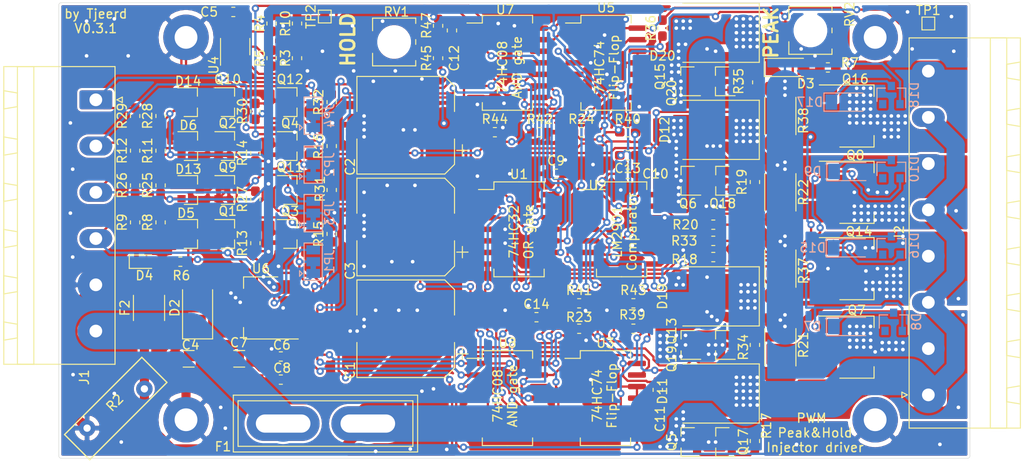
<source format=kicad_pcb>
(kicad_pcb (version 20171130) (host pcbnew 5.1.6-c6e7f7d~87~ubuntu18.04.1)
  (layers (0 F.Cu signal) (31 B.Cu signal) (34 B.Paste user hide) (35 F.Paste user hide) (36 B.SilkS user) (37 F.SilkS user) (38 B.Mask user hide) (39 F.Mask user hide) (44 Edge.Cuts user))
  (net 0 "")
  (net 1 5V)
  (net 2 VBAT)
  (net 3 INJ1-OUT)
  (net 4 "Net-(Q16-Pad3)")
  (net 5 INJ3-OUT)
  (net 6 INJ2-OUT)
  (net 7 INJ4-OUT)
  (net 8 "Net-(Q3-Pad3)")
  (net 9 "Net-(Q4-Pad3)")
  (net 10 VREF)
  (net 11 PWM)
  (net 12 "Net-(U5-Pad8)")
  (net 13 "Net-(U5-Pad6)")
  (net 14 PWR_GND)
  (net 15 VBAT_IN)
  (net 16 INJ4)
  (net 17 INJ3)
  (net 18 INJ2)
  (net 19 INJ1)
  (net 20 inv_INJ1)
  (net 21 inv_INJ3)
  (net 22 "Net-(Q8-Pad3)")
  (net 23 "Net-(Q12-Pad3)")
  (net 24 "Net-(Q14-Pad3)")
  (net 25 inv_INJ2)
  (net 26 "Net-(RV1-Pad2)")
  (net 27 inv_INJ4)
  (net 28 "Net-(D4-Pad2)")
  (net 29 "Net-(D8-Pad2)")
  (net 30 "Net-(Q7-Pad3)")
  (net 31 "Net-(Q11-Pad3)")
  (net 32 "Net-(Q13-Pad1)")
  (net 33 "Net-(Q15-Pad1)")
  (net 34 "Net-(R3-Pad1)")
  (net 35 "Net-(R18-Pad2)")
  (net 36 "Net-(U1-Pad13)")
  (net 37 "Net-(U1-Pad12)")
  (net 38 "Net-(U1-Pad10)")
  (net 39 "Net-(U1-Pad9)")
  (net 40 "Net-(U1-Pad5)")
  (net 41 "Net-(U1-Pad4)")
  (net 42 "Net-(U1-Pad2)")
  (net 43 "Net-(U1-Pad1)")
  (net 44 "Net-(U3-Pad9)")
  (net 45 "Net-(U3-Pad8)")
  (net 46 "Net-(U3-Pad6)")
  (net 47 "Net-(U3-Pad5)")
  (net 48 "Net-(U5-Pad9)")
  (net 49 "Net-(U5-Pad5)")
  (net 50 "Net-(D3-Pad2)")
  (net 51 "Net-(C4-Pad2)")
  (net 52 "Net-(D17-Pad1)")
  (net 53 "Net-(D18-Pad2)")
  (net 54 "Net-(R23-Pad2)")
  (net 55 "Net-(R40-Pad2)")
  (net 56 "Net-(JP1-Pad1)")
  (net 57 "Net-(JP2-Pad1)")
  (net 58 "Net-(JP3-Pad1)")
  (net 59 "Net-(JP4-Pad1)")
  (net 60 "Net-(D2-Pad2)")
  (net 61 "Net-(D5-Pad3)")
  (net 62 "Net-(D6-Pad3)")
  (net 63 "Net-(D7-Pad1)")
  (net 64 "Net-(D10-Pad1)")
  (net 65 "Net-(D10-Pad2)")
  (net 66 "Net-(D11-Pad2)")
  (net 67 "Net-(D12-Pad2)")
  (net 68 "Net-(D13-Pad3)")
  (net 69 "Net-(D14-Pad3)")
  (net 70 "Net-(D15-Pad1)")
  (net 71 "Net-(D16-Pad2)")
  (net 72 "Net-(D19-Pad2)")
  (net 73 "Net-(D20-Pad2)")
  (net 74 "Net-(R4-Pad2)")
  (net 75 "Net-(R20-Pad2)")
  (net 76 "Net-(R24-Pad2)")
  (net 77 "Net-(R33-Pad2)")
  (net 78 "Net-(R36-Pad2)")
  (net 79 "Net-(R39-Pad2)")
  (net 80 "Net-(Q17-Pad1)")
  (net 81 "Net-(Q18-Pad1)")
  (net 82 "Net-(R45-Pad2)")
  (net 83 "Net-(R10-Pad1)")
  (module Capacitor_SMD:C_0603_1608Metric_Pad1.05x0.95mm_HandSolder (layer F.Cu) (at 174.244 82.804 180)
    (fp_text reference C13 (at 0 -1.43) (layer F.SilkS))
    (fp_text value 220nf)
    (pad 2 smd roundrect (at 0.875 0 180) (size 1.05 0.95) (layers F.Cu F.Paste F.Mask) (net 10 VREF))
    (pad 1 smd roundrect (at -0.875 0 180) (size 1.05 0.95) (layers F.Cu F.Paste F.Mask) (net 14 PWR_GND))
  )
  (module Capacitor_SMD:C_0603_1608Metric_Pad1.05x0.95mm_HandSolder (layer F.Cu) (at 174.244 84.836 180)
    (fp_text reference C10 (at -3.048 0) (layer F.SilkS))
    (fp_text value 220nf)
    (pad 2 smd roundrect (at 0.875 0 180) (size 1.05 0.95) (layers F.Cu F.Paste F.Mask) (net 1 5V))
    (pad 1 smd roundrect (at -0.875 0 180) (size 1.05 0.95) (layers F.Cu F.Paste F.Mask) (net 14 PWR_GND))
  )
  (module Capacitor_SMD:C_0603_1608Metric_Pad1.05x0.95mm_HandSolder (layer F.Cu) (at 164.225 100.584)
    (fp_text reference C14 (at 0 -1.43) (layer F.SilkS))
    (fp_text value 220nf)
    (pad 2 smd roundrect (at 0.875 0) (size 1.05 0.95) (layers F.Cu F.Paste F.Mask) (net 1 5V))
    (pad 1 smd roundrect (at -0.875 0) (size 1.05 0.95) (layers F.Cu F.Paste F.Mask) (net 14 PWR_GND))
  )
  (module Capacitor_SMD:C_0603_1608Metric_Pad1.05x0.95mm_HandSolder (layer F.Cu) (at 154.94 69.088 90)
    (fp_text reference C12 (at -3.048 0.254 90) (layer F.SilkS))
    (fp_text value 220nf)
    (pad 2 smd roundrect (at 0.875 0 90) (size 1.05 0.95) (layers F.Cu F.Paste F.Mask) (net 1 5V))
    (pad 1 smd roundrect (at -0.875 0 90) (size 1.05 0.95) (layers F.Cu F.Paste F.Mask) (net 14 PWR_GND))
  )
  (module Capacitor_SMD:C_0603_1608Metric_Pad1.05x0.95mm_HandSolder (layer F.Cu) (at 177.546 108.571 90)
    (fp_text reference C11 (at -3.189 0.254 90) (layer F.SilkS))
    (fp_text value 220nf)
    (pad 2 smd roundrect (at 0.875 0 90) (size 1.05 0.95) (layers F.Cu F.Paste F.Mask) (net 1 5V))
    (pad 1 smd roundrect (at -0.875 0 90) (size 1.05 0.95) (layers F.Cu F.Paste F.Mask) (net 14 PWR_GND))
  )
  (module Capacitor_SMD:C_0603_1608Metric_Pad1.05x0.95mm_HandSolder (layer F.Cu) (at 166.37 84.836)
    (fp_text reference C9 (at 0 -1.43) (layer F.SilkS))
    (fp_text value 220nf)
    (pad 2 smd roundrect (at 0.875 0) (size 1.05 0.95) (layers F.Cu F.Paste F.Mask) (net 1 5V))
    (pad 1 smd roundrect (at -0.875 0) (size 1.05 0.95) (layers F.Cu F.Paste F.Mask) (net 14 PWR_GND))
  )
  (module Resistor_SMD:R_0603_1608Metric_Pad1.05x0.95mm_HandSolder (layer F.Cu) (at 141.732 76.962 90)
    (fp_text reference R32 (at 0 -1.43 90) (layer F.SilkS))
    (fp_text value 470R)
    (pad 2 smd roundrect (at 0.875 0 90) (size 1.05 0.95) (layers F.Cu F.Paste F.Mask) (net 23 "Net-(Q12-Pad3)"))
    (pad 1 smd roundrect (at -0.875 0 90) (size 1.05 0.95) (layers F.Cu F.Paste F.Mask) (net 33 "Net-(Q15-Pad1)"))
  )
  (module Resistor_SMD:R_0603_1608Metric_Pad1.05x0.95mm_HandSolder (layer F.Cu) (at 133.35 87.63 90)
    (fp_text reference R27 (at 0 -1.43 90) (layer F.SilkS))
    (fp_text value 1K)
    (pad 2 smd roundrect (at 0.875 0 90) (size 1.05 0.95) (layers F.Cu F.Paste F.Mask) (net 58 "Net-(JP3-Pad1)"))
    (pad 1 smd roundrect (at -0.875 0 90) (size 1.05 0.95) (layers F.Cu F.Paste F.Mask) (net 1 5V))
  )
  (module Package_TO_SOT_SMD:SOT-23 (layer F.Cu) (at 130.302 91.44)
    (fp_text reference Q1 (at 0 -2.5) (layer F.SilkS))
    (fp_text value 2N7002)
    (pad 3 smd rect (at 1 0) (size 0.9 0.8) (layers F.Cu F.Paste F.Mask) (net 56 "Net-(JP1-Pad1)"))
    (pad 2 smd rect (at -1 0.95) (size 0.9 0.8) (layers F.Cu F.Paste F.Mask) (net 14 PWR_GND))
    (pad 1 smd rect (at -1 -0.95) (size 0.9 0.8) (layers F.Cu F.Paste F.Mask) (net 61 "Net-(D5-Pad3)"))
  )
  (module Package_TO_SOT_SMD:SOT-23 (layer F.Cu) (at 126.238 81.788)
    (fp_text reference D6 (at -0.254 -2.286) (layer F.SilkS))
    (fp_text value BAT54S)
    (pad 3 smd rect (at 1 0) (size 0.9 0.8) (layers F.Cu F.Paste F.Mask) (net 62 "Net-(D6-Pad3)"))
    (pad 2 smd rect (at -1 0.95) (size 0.9 0.8) (layers F.Cu F.Paste F.Mask) (net 1 5V))
    (pad 1 smd rect (at -1 -0.95) (size 0.9 0.8) (layers F.Cu F.Paste F.Mask) (net 14 PWR_GND))
  )
  (module Resistor_SMD:R_0603_1608Metric_Pad1.05x0.95mm_HandSolder (layer F.Cu) (at 122.936 86.106 90)
    (fp_text reference R25 (at 0 -1.43 90) (layer F.SilkS))
    (fp_text value 10K)
    (pad 2 smd roundrect (at 0.875 0 90) (size 1.05 0.95) (layers F.Cu F.Paste F.Mask) (net 68 "Net-(D13-Pad3)"))
    (pad 1 smd roundrect (at -0.875 0 90) (size 1.05 0.95) (layers F.Cu F.Paste F.Mask) (net 1 5V))
  )
  (module Potentiometer_SMD:Potentiometer_Bourns_3314R-1_Vertical_Hole (layer F.Cu) (at 194.31 69.088 270)
    (fp_text reference RV2 (at -1.778 -4.318 90) (layer F.SilkS))
    (fp_text value 5K)
    (pad "" np_thru_hole circle (at 0 0 270) (size 3.2 3.2) (drill 3.2) (layers *.Cu *.Mask))
    (pad 3 smd rect (at -1.15 -2.75 270) (size 1.3 1.3) (layers F.Cu F.Paste F.Mask) (net 14 PWR_GND))
    (pad 2 smd rect (at 0 2.75 270) (size 2 1.3) (layers F.Cu F.Paste F.Mask) (net 10 VREF))
    (pad 1 smd rect (at 1.15 -2.75 270) (size 1.3 1.3) (layers F.Cu F.Paste F.Mask) (net 50 "Net-(D3-Pad2)"))
  )
  (module Package_TO_SOT_SMD:SOT-23 (layer F.Cu) (at 126.238 91.44)
    (fp_text reference D5 (at -0.508 -2.286) (layer F.SilkS))
    (fp_text value BAT54S)
    (pad 3 smd rect (at 1 0) (size 0.9 0.8) (layers F.Cu F.Paste F.Mask) (net 61 "Net-(D5-Pad3)"))
    (pad 2 smd rect (at -1 0.95) (size 0.9 0.8) (layers F.Cu F.Paste F.Mask) (net 1 5V))
    (pad 1 smd rect (at -1 -0.95) (size 0.9 0.8) (layers F.Cu F.Paste F.Mask) (net 14 PWR_GND))
  )
  (module Resistor_SMD:R_0603_1608Metric (layer F.Cu) (at 153.416 68.58 90)
    (fp_text reference R47 (at 0.0255 -1.27 90) (layer F.SilkS))
    (fp_text value 33k)
    (pad 2 smd roundrect (at 0.7875 0 90) (size 0.875 0.95) (layers F.Cu F.Paste F.Mask) (net 1 5V))
    (pad 1 smd roundrect (at -0.7875 0 90) (size 0.875 0.95) (layers F.Cu F.Paste F.Mask) (net 82 "Net-(R45-Pad2)"))
  )
  (module Resistor_SMD:R_0603_1608Metric (layer F.Cu) (at 153.416 72.136 90)
    (fp_text reference R45 (at 0 -1.27 90) (layer F.SilkS))
    (fp_text value 120k)
    (pad 2 smd roundrect (at 0.7875 0 90) (size 0.875 0.95) (layers F.Cu F.Paste F.Mask) (net 82 "Net-(R45-Pad2)"))
    (pad 1 smd roundrect (at -0.7875 0 90) (size 0.875 0.95) (layers F.Cu F.Paste F.Mask) (net 2 VBAT))
  )
  (module Resistor_SMD:R_0603_1608Metric_Pad1.05x0.95mm_HandSolder (layer F.Cu) (at 183.642 92.202 180)
    (fp_text reference R33 (at 3.189 0) (layer F.SilkS))
    (fp_text value 100R)
    (pad 2 smd roundrect (at 0.875 0 180) (size 1.05 0.95) (layers F.Cu F.Paste F.Mask) (net 77 "Net-(R33-Pad2)"))
    (pad 1 smd roundrect (at -0.875 0 180) (size 1.05 0.95) (layers F.Cu F.Paste F.Mask) (net 71 "Net-(D16-Pad2)"))
  )
  (module Diode_SMD:D_SMC (layer F.Cu) (at 183.896 108.966 180)
    (fp_text reference D11 (at 5.842 0.254 90) (layer F.SilkS))
    (fp_text value SS36)
    (pad 2 smd rect (at 3.4 0 270) (size 3.3 2.5) (layers F.Cu F.Paste F.Mask) (net 66 "Net-(D11-Pad2)"))
    (pad 1 smd rect (at -3.4 0 270) (size 3.3 2.5) (layers F.Cu F.Paste F.Mask) (net 2 VBAT))
  )
  (module Package_TO_SOT_SMD:SOT-23 (layer F.Cu) (at 180.864 103.632 180)
    (fp_text reference Q13 (at 1.794 1.524 90) (layer F.SilkS))
    (fp_text value TSM2309)
    (pad 3 smd rect (at 1 0 180) (size 0.9 0.8) (layers F.Cu F.Paste F.Mask) (net 72 "Net-(D19-Pad2)"))
    (pad 2 smd rect (at -1 0.95 180) (size 0.9 0.8) (layers F.Cu F.Paste F.Mask) (net 6 INJ2-OUT))
    (pad 1 smd rect (at -1 -0.95 180) (size 0.9 0.8) (layers F.Cu F.Paste F.Mask) (net 32 "Net-(Q13-Pad1)"))
  )
  (module Package_TO_SOT_SMD:SOT-23 (layer F.Cu) (at 184.642 74.676 180)
    (fp_text reference Q20 (at 5.572 -1.27 90) (layer F.SilkS))
    (fp_text value TSM2309)
    (pad 1 smd rect (at -1 -0.95 180) (size 0.9 0.8) (layers F.Cu F.Paste F.Mask) (net 33 "Net-(Q15-Pad1)"))
    (pad 2 smd rect (at -1 0.95 180) (size 0.9 0.8) (layers F.Cu F.Paste F.Mask) (net 7 INJ4-OUT))
    (pad 3 smd rect (at 1 0 180) (size 0.9 0.8) (layers F.Cu F.Paste F.Mask) (net 73 "Net-(D20-Pad2)"))
  )
  (module Package_TO_SOT_SMD:SOT-23 (layer F.Cu) (at 184.674 85.598 180)
    (fp_text reference Q18 (at 0 -2.5) (layer F.SilkS))
    (fp_text value TSM2309)
    (pad 3 smd rect (at 1 0 180) (size 0.9 0.8) (layers F.Cu F.Paste F.Mask) (net 67 "Net-(D12-Pad2)"))
    (pad 2 smd rect (at -1 0.95 180) (size 0.9 0.8) (layers F.Cu F.Paste F.Mask) (net 5 INJ3-OUT))
    (pad 1 smd rect (at -1 -0.95 180) (size 0.9 0.8) (layers F.Cu F.Paste F.Mask) (net 81 "Net-(Q18-Pad1)"))
  )
  (module Package_TO_SOT_SMD:SOT-23 (layer F.Cu) (at 180.832 74.676 180)
    (fp_text reference Q15 (at 3.032 0.508 90) (layer F.SilkS))
    (fp_text value TSM2309)
    (pad 3 smd rect (at 1 0 180) (size 0.9 0.8) (layers F.Cu F.Paste F.Mask) (net 73 "Net-(D20-Pad2)"))
    (pad 2 smd rect (at -1 0.95 180) (size 0.9 0.8) (layers F.Cu F.Paste F.Mask) (net 7 INJ4-OUT))
    (pad 1 smd rect (at -1 -0.95 180) (size 0.9 0.8) (layers F.Cu F.Paste F.Mask) (net 33 "Net-(Q15-Pad1)"))
  )
  (module Package_TO_SOT_SMD:SOT-23 (layer F.Cu) (at 180.864 85.598 180)
    (fp_text reference Q6 (at 0 -2.5) (layer F.SilkS))
    (fp_text value TSM2309)
    (pad 3 smd rect (at 1 0 180) (size 0.9 0.8) (layers F.Cu F.Paste F.Mask) (net 67 "Net-(D12-Pad2)"))
    (pad 2 smd rect (at -1 0.95 180) (size 0.9 0.8) (layers F.Cu F.Paste F.Mask) (net 5 INJ3-OUT))
    (pad 1 smd rect (at -1 -0.95 180) (size 0.9 0.8) (layers F.Cu F.Paste F.Mask) (net 81 "Net-(Q18-Pad1)"))
  )
  (module Package_TO_SOT_SMD:SOT-23 (layer F.Cu) (at 184.658 103.632 180)
    (fp_text reference Q19 (at 5.588 -1.524 90) (layer F.SilkS))
    (fp_text value TSM2309)
    (pad 3 smd rect (at 1 0 180) (size 0.9 0.8) (layers F.Cu F.Paste F.Mask) (net 72 "Net-(D19-Pad2)"))
    (pad 2 smd rect (at -1 0.95 180) (size 0.9 0.8) (layers F.Cu F.Paste F.Mask) (net 6 INJ2-OUT))
    (pad 1 smd rect (at -1 -0.95 180) (size 0.9 0.8) (layers F.Cu F.Paste F.Mask) (net 32 "Net-(Q13-Pad1)"))
  )
  (module Package_TO_SOT_SMD:SOT-23 (layer F.Cu) (at 184.674 114.3 180)
    (fp_text reference Q17 (at -2.27 0 90) (layer F.SilkS))
    (fp_text value TSM2309)
    (pad 3 smd rect (at 1 0 180) (size 0.9 0.8) (layers F.Cu F.Paste F.Mask) (net 66 "Net-(D11-Pad2)"))
    (pad 2 smd rect (at -1 0.95 180) (size 0.9 0.8) (layers F.Cu F.Paste F.Mask) (net 3 INJ1-OUT))
    (pad 1 smd rect (at -1 -0.95 180) (size 0.9 0.8) (layers F.Cu F.Paste F.Mask) (net 80 "Net-(Q17-Pad1)"))
  )
  (module Package_TO_SOT_SMD:SOT-23 (layer F.Cu) (at 180.864 114.3 180)
    (fp_text reference Q5 (at 1.794 0 90) (layer F.SilkS))
    (fp_text value TSM2309)
    (pad 3 smd rect (at 1 0 180) (size 0.9 0.8) (layers F.Cu F.Paste F.Mask) (net 66 "Net-(D11-Pad2)"))
    (pad 2 smd rect (at -1 0.95 180) (size 0.9 0.8) (layers F.Cu F.Paste F.Mask) (net 3 INJ1-OUT))
    (pad 1 smd rect (at -1 -0.95 180) (size 0.9 0.8) (layers F.Cu F.Paste F.Mask) (net 80 "Net-(Q17-Pad1)"))
  )
  (module Resistor_SMD:R_0603_1608Metric_Pad1.05x0.95mm_HandSolder (layer F.Cu) (at 159.653 80.264)
    (fp_text reference R44 (at 0 -1.43) (layer F.SilkS))
    (fp_text value 10K)
    (pad 2 smd roundrect (at 0.875 0) (size 1.05 0.95) (layers F.Cu F.Paste F.Mask) (net 14 PWR_GND))
    (pad 1 smd roundrect (at -0.875 0) (size 1.05 0.95) (layers F.Cu F.Paste F.Mask) (net 27 inv_INJ4))
  )
  (module Resistor_SMD:R_0603_1608Metric_Pad1.05x0.95mm_HandSolder (layer F.Cu) (at 174.865 99.06)
    (fp_text reference R43 (at 0 -1.43) (layer F.SilkS))
    (fp_text value 10K)
    (pad 2 smd roundrect (at 0.875 0) (size 1.05 0.95) (layers F.Cu F.Paste F.Mask) (net 14 PWR_GND))
    (pad 1 smd roundrect (at -0.875 0) (size 1.05 0.95) (layers F.Cu F.Paste F.Mask) (net 25 inv_INJ2))
  )
  (module Resistor_SMD:R_0603_1608Metric_Pad1.05x0.95mm_HandSolder (layer F.Cu) (at 164.592 80.264)
    (fp_text reference R42 (at 0 -1.43) (layer F.SilkS))
    (fp_text value 1K)
    (pad 2 smd roundrect (at 0.875 0) (size 1.05 0.95) (layers F.Cu F.Paste F.Mask) (net 14 PWR_GND))
    (pad 1 smd roundrect (at -0.875 0) (size 1.05 0.95) (layers F.Cu F.Paste F.Mask) (net 21 inv_INJ3))
  )
  (module Resistor_SMD:R_0603_1608Metric_Pad1.05x0.95mm_HandSolder (layer F.Cu) (at 168.91 99.06)
    (fp_text reference R41 (at 0 -1.43) (layer F.SilkS))
    (fp_text value 10K)
    (pad 2 smd roundrect (at 0.875 0) (size 1.05 0.95) (layers F.Cu F.Paste F.Mask) (net 14 PWR_GND))
    (pad 1 smd roundrect (at -0.875 0) (size 1.05 0.95) (layers F.Cu F.Paste F.Mask) (net 20 inv_INJ1))
  )
  (module Package_TO_SOT_SMD:SOT-23 (layer F.Cu) (at 137.16 86.614)
    (fp_text reference Q11 (at 0 -2.5) (layer F.SilkS))
    (fp_text value 2N7002)
    (pad 3 smd rect (at 1 0) (size 0.9 0.8) (layers F.Cu F.Paste F.Mask) (net 31 "Net-(Q11-Pad3)"))
    (pad 2 smd rect (at -1 0.95) (size 0.9 0.8) (layers F.Cu F.Paste F.Mask) (net 14 PWR_GND))
    (pad 1 smd rect (at -1 -0.95) (size 0.9 0.8) (layers F.Cu F.Paste F.Mask) (net 25 inv_INJ2))
  )
  (module Package_TO_SOT_SMD:SOT-23 (layer F.Cu) (at 137.16 76.962)
    (fp_text reference Q12 (at 0 -2.5) (layer F.SilkS))
    (fp_text value 2N7002)
    (pad 3 smd rect (at 1 0) (size 0.9 0.8) (layers F.Cu F.Paste F.Mask) (net 23 "Net-(Q12-Pad3)"))
    (pad 2 smd rect (at -1 0.95) (size 0.9 0.8) (layers F.Cu F.Paste F.Mask) (net 14 PWR_GND))
    (pad 1 smd rect (at -1 -0.95) (size 0.9 0.8) (layers F.Cu F.Paste F.Mask) (net 27 inv_INJ4))
  )
  (module Package_TO_SOT_SMD:SOT-23 (layer F.Cu) (at 137.16 81.788)
    (fp_text reference Q4 (at 0 -2.5) (layer F.SilkS))
    (fp_text value 2N7002)
    (pad 3 smd rect (at 1 0) (size 0.9 0.8) (layers F.Cu F.Paste F.Mask) (net 9 "Net-(Q4-Pad3)"))
    (pad 2 smd rect (at -1 0.95) (size 0.9 0.8) (layers F.Cu F.Paste F.Mask) (net 14 PWR_GND))
    (pad 1 smd rect (at -1 -0.95) (size 0.9 0.8) (layers F.Cu F.Paste F.Mask) (net 21 inv_INJ3))
  )
  (module Package_TO_SOT_SMD:SOT-23 (layer F.Cu) (at 137.16 91.44)
    (fp_text reference Q3 (at 0 -2.5) (layer F.SilkS))
    (fp_text value 2N7002)
    (pad 3 smd rect (at 1 0) (size 0.9 0.8) (layers F.Cu F.Paste F.Mask) (net 8 "Net-(Q3-Pad3)"))
    (pad 2 smd rect (at -1 0.95) (size 0.9 0.8) (layers F.Cu F.Paste F.Mask) (net 14 PWR_GND))
    (pad 1 smd rect (at -1 -0.95) (size 0.9 0.8) (layers F.Cu F.Paste F.Mask) (net 20 inv_INJ1))
  )
  (module Jumper:SolderJumper-3_P1.3mm_Bridged12_Pad1.0x1.5mm (layer B.Cu) (at 139.7 78.456 90)
    (fp_text reference JP4 (at 0 1.8 90) (layer B.SilkS) (effects (justify mirror)))
    (fp_text value SolderJumper_3_Bridged12)
    (fp_poly (pts (xy -0.9 0.3) (xy -0.4 0.3) (xy -0.4 -0.3) (xy -0.9 -0.3)) (layer B.Cu) (width 0))
    (pad 2 smd rect (at 0 0 90) (size 1 1.5) (layers B.Cu B.Mask) (net 27 inv_INJ4))
    (pad 3 smd rect (at 1.3 0 90) (size 1 1.5) (layers B.Cu B.Mask) (net 16 INJ4))
    (pad 1 smd rect (at -1.3 0 90) (size 1 1.5) (layers B.Cu B.Mask) (net 59 "Net-(JP4-Pad1)"))
  )
  (module Jumper:SolderJumper-3_P1.3mm_Bridged12_Pad1.0x1.5mm (layer B.Cu) (at 139.7 89.154 90)
    (fp_text reference JP3 (at 0 1.8 90) (layer B.SilkS) (effects (justify mirror)))
    (fp_text value SolderJumper_3_Bridged12)
    (fp_poly (pts (xy -0.9 0.3) (xy -0.4 0.3) (xy -0.4 -0.3) (xy -0.9 -0.3)) (layer B.Cu) (width 0))
    (pad 2 smd rect (at 0 0 90) (size 1 1.5) (layers B.Cu B.Mask) (net 25 inv_INJ2))
    (pad 3 smd rect (at 1.3 0 90) (size 1 1.5) (layers B.Cu B.Mask) (net 18 INJ2))
    (pad 1 smd rect (at -1.3 0 90) (size 1 1.5) (layers B.Cu B.Mask) (net 58 "Net-(JP3-Pad1)"))
  )
  (module Jumper:SolderJumper-3_P1.3mm_Bridged12_Pad1.0x1.5mm (layer B.Cu) (at 139.7 94.488 90)
    (fp_text reference JP1 (at 0 1.8 90) (layer B.SilkS) (effects (justify mirror)))
    (fp_text value SolderJumper_3_Bridged12)
    (fp_poly (pts (xy -0.9 0.3) (xy -0.4 0.3) (xy -0.4 -0.3) (xy -0.9 -0.3)) (layer B.Cu) (width 0))
    (pad 2 smd rect (at 0 0 90) (size 1 1.5) (layers B.Cu B.Mask) (net 20 inv_INJ1))
    (pad 3 smd rect (at 1.3 0 90) (size 1 1.5) (layers B.Cu B.Mask) (net 19 INJ1))
    (pad 1 smd rect (at -1.3 0 90) (size 1 1.5) (layers B.Cu B.Mask) (net 56 "Net-(JP1-Pad1)"))
  )
  (module Jumper:SolderJumper-3_P1.3mm_Bridged12_Pad1.0x1.5mm (layer B.Cu) (at 139.7 83.82 90)
    (fp_text reference JP2 (at 0 1.8 90) (layer B.SilkS) (effects (justify mirror)))
    (fp_text value SolderJumper_3_Bridged12)
    (fp_poly (pts (xy -0.9 0.3) (xy -0.4 0.3) (xy -0.4 -0.3) (xy -0.9 -0.3)) (layer B.Cu) (width 0))
    (pad 2 smd rect (at 0 0 90) (size 1 1.5) (layers B.Cu B.Mask) (net 21 inv_INJ3))
    (pad 3 smd rect (at 1.3 0 90) (size 1 1.5) (layers B.Cu B.Mask) (net 17 INJ3))
    (pad 1 smd rect (at -1.3 0 90) (size 1 1.5) (layers B.Cu B.Mask) (net 57 "Net-(JP2-Pad1)"))
  )
  (module Diode_SMD:D_SOT-23_ANK (layer B.Cu) (at 203.2 76.184 90)
    (fp_text reference D18 (at 0 2.5 90) (layer B.SilkS) (effects (justify mirror)))
    (fp_text value BZX84C39)
    (pad 1 smd rect (at 1 0 90) (size 0.9 0.8) (layers B.Cu B.Paste B.Mask) (net 52 "Net-(D17-Pad1)"))
    (pad "" smd rect (at -1 -0.95 90) (size 0.9 0.8) (layers B.Cu B.Paste B.Mask))
    (pad 2 smd rect (at -1 0.95 90) (size 0.9 0.8) (layers B.Cu B.Paste B.Mask) (net 53 "Net-(D18-Pad2)"))
  )
  (module Diode_SMD:D_SOT-23_ANK (layer B.Cu) (at 203.2 92.71 90)
    (fp_text reference D16 (at 0 2.5 90) (layer B.SilkS) (effects (justify mirror)))
    (fp_text value BZX84C39)
    (pad 1 smd rect (at 1 0 90) (size 0.9 0.8) (layers B.Cu B.Paste B.Mask) (net 70 "Net-(D15-Pad1)"))
    (pad "" smd rect (at -1 -0.95 90) (size 0.9 0.8) (layers B.Cu B.Paste B.Mask))
    (pad 2 smd rect (at -1 0.95 90) (size 0.9 0.8) (layers B.Cu B.Paste B.Mask) (net 71 "Net-(D16-Pad2)"))
  )
  (module Diode_SMD:D_SOT-23_ANK (layer B.Cu) (at 203.2 84.328 90)
    (fp_text reference D10 (at 0 2.5 90) (layer B.SilkS) (effects (justify mirror)))
    (fp_text value BZX84C39)
    (pad 1 smd rect (at 1 0 90) (size 0.9 0.8) (layers B.Cu B.Paste B.Mask) (net 64 "Net-(D10-Pad1)"))
    (pad "" smd rect (at -1 -0.95 90) (size 0.9 0.8) (layers B.Cu B.Paste B.Mask))
    (pad 2 smd rect (at -1 0.95 90) (size 0.9 0.8) (layers B.Cu B.Paste B.Mask) (net 65 "Net-(D10-Pad2)"))
  )
  (module Diode_SMD:D_SOT-23_ANK (layer B.Cu) (at 203.454 101.092 90)
    (fp_text reference D8 (at 0 2.5 90) (layer B.SilkS) (effects (justify mirror)))
    (fp_text value BZX84C39)
    (pad 1 smd rect (at 1 0 90) (size 0.9 0.8) (layers B.Cu B.Paste B.Mask) (net 63 "Net-(D7-Pad1)"))
    (pad "" smd rect (at -1 -0.95 90) (size 0.9 0.8) (layers B.Cu B.Paste B.Mask))
    (pad 2 smd rect (at -1 0.95 90) (size 0.9 0.8) (layers B.Cu B.Paste B.Mask) (net 29 "Net-(D8-Pad2)"))
  )
  (module Diode_SMD:D_SMC (layer F.Cu) (at 183.896 98.298 180)
    (fp_text reference D19 (at 5.842 0 90) (layer F.SilkS))
    (fp_text value SS36)
    (pad 2 smd rect (at 3.4 0 270) (size 3.3 2.5) (layers F.Cu F.Paste F.Mask) (net 72 "Net-(D19-Pad2)"))
    (pad 1 smd rect (at -3.4 0 270) (size 3.3 2.5) (layers F.Cu F.Paste F.Mask) (net 2 VBAT))
  )
  (module Resistor_SMD:R_0603_1608Metric_Pad1.05x0.95mm_HandSolder (layer F.Cu) (at 183.642 90.424 180)
    (fp_text reference R20 (at 3.048 0) (layer F.SilkS))
    (fp_text value 100R)
    (pad 2 smd roundrect (at 0.875 0 180) (size 1.05 0.95) (layers F.Cu F.Paste F.Mask) (net 75 "Net-(R20-Pad2)"))
    (pad 1 smd roundrect (at -0.875 0 180) (size 1.05 0.95) (layers F.Cu F.Paste F.Mask) (net 65 "Net-(D10-Pad2)"))
  )
  (module Resistor_SMD:R_2512_6332Metric_Pad1.52x3.35mm_HandSolder (layer F.Cu) (at 191.008 95.25 90)
    (fp_text reference R37 (at -0.254 2.54 90) (layer F.SilkS))
    (fp_text value 0R1)
    (pad 2 smd roundrect (at 2.9875 0 90) (size 1.525 3.35) (layers F.Cu F.Paste F.Mask) (roundrect_rratio 0.163934) (net 14 PWR_GND))
    (pad 1 smd roundrect (at -2.9875 0 90) (size 1.525 3.35) (layers F.Cu F.Paste F.Mask) (roundrect_rratio 0.163934) (net 24 "Net-(Q14-Pad3)"))
  )
  (module Diode_SMD:D_SMC (layer F.Cu) (at 183.896 80.01 180)
    (fp_text reference D12 (at 5.588 0 90) (layer F.SilkS))
    (fp_text value SS36)
    (pad 2 smd rect (at 3.4 0 270) (size 3.3 2.5) (layers F.Cu F.Paste F.Mask) (net 67 "Net-(D12-Pad2)"))
    (pad 1 smd rect (at -3.4 0 270) (size 3.3 2.5) (layers F.Cu F.Paste F.Mask) (net 2 VBAT))
  )
  (module Diode_SMD:D_SMC (layer F.Cu) (at 183.896 69.342 180)
    (fp_text reference D20 (at 5.842 -2.54 180) (layer F.SilkS))
    (fp_text value SS36)
    (pad 2 smd rect (at 3.4 0 270) (size 3.3 2.5) (layers F.Cu F.Paste F.Mask) (net 73 "Net-(D20-Pad2)"))
    (pad 1 smd rect (at -3.4 0 270) (size 3.3 2.5) (layers F.Cu F.Paste F.Mask) (net 2 VBAT))
  )
  (module Resistor_SMD:R_0603_1608Metric_Pad1.05x0.95mm_HandSolder (layer F.Cu) (at 178.054 68.834 270)
    (fp_text reference R36 (at 0 1.27 90) (layer F.SilkS))
    (fp_text value 100R)
    (pad 2 smd roundrect (at 0.875 0 270) (size 1.05 0.95) (layers F.Cu F.Paste F.Mask) (net 78 "Net-(R36-Pad2)"))
    (pad 1 smd roundrect (at -0.875 0 270) (size 1.05 0.95) (layers F.Cu F.Paste F.Mask) (net 53 "Net-(D18-Pad2)"))
  )
  (module Resistor_SMD:R_0603_1608Metric_Pad1.05x0.95mm_HandSolder (layer F.Cu) (at 141.732 86.614 270)
    (fp_text reference R31 (at -0.113 1.27 90) (layer F.SilkS))
    (fp_text value 470R)
    (pad 2 smd roundrect (at 0.875 0 270) (size 1.05 0.95) (layers F.Cu F.Paste F.Mask) (net 32 "Net-(Q13-Pad1)"))
    (pad 1 smd roundrect (at -0.875 0 270) (size 1.05 0.95) (layers F.Cu F.Paste F.Mask) (net 31 "Net-(Q11-Pad3)"))
  )
  (module Resistor_SMD:R_0603_1608Metric_Pad1.05x0.95mm_HandSolder (layer F.Cu) (at 183.642 93.98 180)
    (fp_text reference R18 (at 3.161 -0.254) (layer F.SilkS))
    (fp_text value 100R)
    (pad 2 smd roundrect (at 0.875 0 180) (size 1.05 0.95) (layers F.Cu F.Paste F.Mask) (net 35 "Net-(R18-Pad2)"))
    (pad 1 smd roundrect (at -0.875 0 180) (size 1.05 0.95) (layers F.Cu F.Paste F.Mask) (net 29 "Net-(D8-Pad2)"))
  )
  (module Diode_SMD:D_MiniMELF (layer B.Cu) (at 198.346 76.962)
    (fp_text reference D17 (at -4.092 0) (layer B.SilkS) (effects (justify mirror)))
    (fp_text value BAV103)
    (pad 2 smd rect (at 1.75 0) (size 1.3 1.7) (layers B.Cu B.Paste B.Mask) (net 7 INJ4-OUT))
    (pad 1 smd rect (at -1.75 0) (size 1.3 1.7) (layers B.Cu B.Paste B.Mask) (net 52 "Net-(D17-Pad1)"))
  )
  (module Diode_SMD:D_MiniMELF (layer B.Cu) (at 198.6 92.964)
    (fp_text reference D15 (at -4.036 0) (layer B.SilkS) (effects (justify mirror)))
    (fp_text value BAV103)
    (pad 2 smd rect (at 1.75 0) (size 1.3 1.7) (layers B.Cu B.Paste B.Mask) (net 6 INJ2-OUT))
    (pad 1 smd rect (at -1.75 0) (size 1.3 1.7) (layers B.Cu B.Paste B.Mask) (net 70 "Net-(D15-Pad1)"))
  )
  (module Diode_SMD:D_MiniMELF (layer B.Cu) (at 198.656 84.582)
    (fp_text reference D9 (at -4.092 0) (layer B.SilkS) (effects (justify mirror)))
    (fp_text value BAV103)
    (pad 2 smd rect (at 1.75 0) (size 1.3 1.7) (layers B.Cu B.Paste B.Mask) (net 5 INJ3-OUT))
    (pad 1 smd rect (at -1.75 0) (size 1.3 1.7) (layers B.Cu B.Paste B.Mask) (net 64 "Net-(D10-Pad1)"))
  )
  (module Diode_SMD:D_MiniMELF (layer B.Cu) (at 198.628 101.6)
    (fp_text reference D7 (at -4.092 0) (layer B.SilkS) (effects (justify mirror)))
    (fp_text value BAV103)
    (pad 2 smd rect (at 1.75 0) (size 1.3 1.7) (layers B.Cu B.Paste B.Mask) (net 3 INJ1-OUT))
    (pad 1 smd rect (at -1.75 0) (size 1.3 1.7) (layers B.Cu B.Paste B.Mask) (net 63 "Net-(D7-Pad1)"))
  )
  (module Resistor_SMD:R_0603_1608Metric_Pad1.05x0.95mm_HandSolder (layer F.Cu) (at 133.35 77.978 90)
    (fp_text reference R30 (at 0 -1.43 90) (layer F.SilkS))
    (fp_text value 1K)
    (pad 2 smd roundrect (at 0.875 0 90) (size 1.05 0.95) (layers F.Cu F.Paste F.Mask) (net 59 "Net-(JP4-Pad1)"))
    (pad 1 smd roundrect (at -0.875 0 90) (size 1.05 0.95) (layers F.Cu F.Paste F.Mask) (net 1 5V))
  )
  (module Resistor_SMD:R_0603_1608Metric_Pad1.05x0.95mm_HandSolder (layer F.Cu) (at 120.142 78.486 90)
    (fp_text reference R29 (at 0 -1.43 90) (layer F.SilkS))
    (fp_text value 470R)
    (pad 2 smd roundrect (at 0.875 0 90) (size 1.05 0.95) (layers F.Cu F.Paste F.Mask) (net 16 INJ4))
    (pad 1 smd roundrect (at -0.875 0 90) (size 1.05 0.95) (layers F.Cu F.Paste F.Mask) (net 69 "Net-(D14-Pad3)"))
  )
  (module Resistor_SMD:R_0603_1608Metric_Pad1.05x0.95mm_HandSolder (layer F.Cu) (at 122.936 78.486 90)
    (fp_text reference R28 (at 0 -1.43 90) (layer F.SilkS))
    (fp_text value 10K)
    (pad 2 smd roundrect (at 0.875 0 90) (size 1.05 0.95) (layers F.Cu F.Paste F.Mask) (net 69 "Net-(D14-Pad3)"))
    (pad 1 smd roundrect (at -0.875 0 90) (size 1.05 0.95) (layers F.Cu F.Paste F.Mask) (net 1 5V))
  )
  (module Resistor_SMD:R_0603_1608Metric_Pad1.05x0.95mm_HandSolder (layer F.Cu) (at 120.142 86.106 90)
    (fp_text reference R26 (at 0 -1.43 90) (layer F.SilkS))
    (fp_text value 470R)
    (pad 2 smd roundrect (at 0.875 0 90) (size 1.05 0.95) (layers F.Cu F.Paste F.Mask) (net 18 INJ2))
    (pad 1 smd roundrect (at -0.875 0 90) (size 1.05 0.95) (layers F.Cu F.Paste F.Mask) (net 68 "Net-(D13-Pad3)"))
  )
  (module Resistor_SMD:R_0603_1608Metric_Pad1.05x0.95mm_HandSolder (layer F.Cu) (at 133.35 82.55 90)
    (fp_text reference R14 (at 0 -1.43 90) (layer F.SilkS))
    (fp_text value 1K)
    (pad 2 smd roundrect (at 0.875 0 90) (size 1.05 0.95) (layers F.Cu F.Paste F.Mask) (net 57 "Net-(JP2-Pad1)"))
    (pad 1 smd roundrect (at -0.875 0 90) (size 1.05 0.95) (layers F.Cu F.Paste F.Mask) (net 1 5V))
  )
  (module Resistor_SMD:R_0603_1608Metric_Pad1.05x0.95mm_HandSolder (layer F.Cu) (at 133.35 92.456 90)
    (fp_text reference R13 (at 0 -1.43 90) (layer F.SilkS))
    (fp_text value 1K)
    (pad 2 smd roundrect (at 0.875 0 90) (size 1.05 0.95) (layers F.Cu F.Paste F.Mask) (net 56 "Net-(JP1-Pad1)"))
    (pad 1 smd roundrect (at -0.875 0 90) (size 1.05 0.95) (layers F.Cu F.Paste F.Mask) (net 1 5V))
  )
  (module Resistor_SMD:R_0603_1608Metric_Pad1.05x0.95mm_HandSolder (layer F.Cu) (at 120.142 82.296 90)
    (fp_text reference R12 (at 0 -1.43 90) (layer F.SilkS))
    (fp_text value 470R)
    (pad 2 smd roundrect (at 0.875 0 90) (size 1.05 0.95) (layers F.Cu F.Paste F.Mask) (net 17 INJ3))
    (pad 1 smd roundrect (at -0.875 0 90) (size 1.05 0.95) (layers F.Cu F.Paste F.Mask) (net 62 "Net-(D6-Pad3)"))
  )
  (module Resistor_SMD:R_0603_1608Metric_Pad1.05x0.95mm_HandSolder (layer F.Cu) (at 122.936 82.296 90)
    (fp_text reference R11 (at 0 -1.43 90) (layer F.SilkS))
    (fp_text value 10K)
    (pad 2 smd roundrect (at 0.875 0 90) (size 1.05 0.95) (layers F.Cu F.Paste F.Mask) (net 62 "Net-(D6-Pad3)"))
    (pad 1 smd roundrect (at -0.875 0 90) (size 1.05 0.95) (layers F.Cu F.Paste F.Mask) (net 1 5V))
  )
  (module Resistor_SMD:R_0603_1608Metric_Pad1.05x0.95mm_HandSolder (layer F.Cu) (at 120.142 90.17 90)
    (fp_text reference R9 (at 0 -1.43 90) (layer F.SilkS))
    (fp_text value 470R)
    (pad 2 smd roundrect (at 0.875 0 90) (size 1.05 0.95) (layers F.Cu F.Paste F.Mask) (net 19 INJ1))
    (pad 1 smd roundrect (at -0.875 0 90) (size 1.05 0.95) (layers F.Cu F.Paste F.Mask) (net 61 "Net-(D5-Pad3)"))
  )
  (module Resistor_SMD:R_0603_1608Metric_Pad1.05x0.95mm_HandSolder (layer F.Cu) (at 122.936 90.17 90)
    (fp_text reference R8 (at 0 -1.43 90) (layer F.SilkS))
    (fp_text value 10K)
    (pad 2 smd roundrect (at 0.875 0 90) (size 1.05 0.95) (layers F.Cu F.Paste F.Mask) (net 61 "Net-(D5-Pad3)"))
    (pad 1 smd roundrect (at -0.875 0 90) (size 1.05 0.95) (layers F.Cu F.Paste F.Mask) (net 1 5V))
  )
  (module Package_TO_SOT_SMD:SOT-23 (layer F.Cu) (at 130.302 76.962)
    (fp_text reference Q10 (at 0 -2.5) (layer F.SilkS))
    (fp_text value 2N7002)
    (pad 3 smd rect (at 1 0) (size 0.9 0.8) (layers F.Cu F.Paste F.Mask) (net 59 "Net-(JP4-Pad1)"))
    (pad 2 smd rect (at -1 0.95) (size 0.9 0.8) (layers F.Cu F.Paste F.Mask) (net 14 PWR_GND))
    (pad 1 smd rect (at -1 -0.95) (size 0.9 0.8) (layers F.Cu F.Paste F.Mask) (net 69 "Net-(D14-Pad3)"))
  )
  (module Package_TO_SOT_SMD:SOT-23 (layer F.Cu) (at 130.302 86.614)
    (fp_text reference Q9 (at 0 -2.5) (layer F.SilkS))
    (fp_text value 2N7002)
    (pad 3 smd rect (at 1 0) (size 0.9 0.8) (layers F.Cu F.Paste F.Mask) (net 58 "Net-(JP3-Pad1)"))
    (pad 2 smd rect (at -1 0.95) (size 0.9 0.8) (layers F.Cu F.Paste F.Mask) (net 14 PWR_GND))
    (pad 1 smd rect (at -1 -0.95) (size 0.9 0.8) (layers F.Cu F.Paste F.Mask) (net 68 "Net-(D13-Pad3)"))
  )
  (module Package_TO_SOT_SMD:SOT-23 (layer F.Cu) (at 130.302 81.788)
    (fp_text reference Q2 (at 0 -2.5) (layer F.SilkS))
    (fp_text value 2N7002)
    (pad 3 smd rect (at 1 0) (size 0.9 0.8) (layers F.Cu F.Paste F.Mask) (net 57 "Net-(JP2-Pad1)"))
    (pad 2 smd rect (at -1 0.95) (size 0.9 0.8) (layers F.Cu F.Paste F.Mask) (net 14 PWR_GND))
    (pad 1 smd rect (at -1 -0.95) (size 0.9 0.8) (layers F.Cu F.Paste F.Mask) (net 62 "Net-(D6-Pad3)"))
  )
  (module Package_TO_SOT_SMD:SOT-23 (layer F.Cu) (at 126.222 76.962)
    (fp_text reference D14 (at -0.254 -2.286 180) (layer F.SilkS))
    (fp_text value BAT54S)
    (pad 3 smd rect (at 1 0) (size 0.9 0.8) (layers F.Cu F.Paste F.Mask) (net 69 "Net-(D14-Pad3)"))
    (pad 2 smd rect (at -1 0.95) (size 0.9 0.8) (layers F.Cu F.Paste F.Mask) (net 1 5V))
    (pad 1 smd rect (at -1 -0.95) (size 0.9 0.8) (layers F.Cu F.Paste F.Mask) (net 14 PWR_GND))
  )
  (module Package_TO_SOT_SMD:SOT-23 (layer F.Cu) (at 126.238 86.614)
    (fp_text reference D13 (at -0.254 -2.286) (layer F.SilkS))
    (fp_text value BAT54S)
    (pad 3 smd rect (at 1 0) (size 0.9 0.8) (layers F.Cu F.Paste F.Mask) (net 68 "Net-(D13-Pad3)"))
    (pad 2 smd rect (at -1 0.95) (size 0.9 0.8) (layers F.Cu F.Paste F.Mask) (net 1 5V))
    (pad 1 smd rect (at -1 -0.95) (size 0.9 0.8) (layers F.Cu F.Paste F.Mask) (net 14 PWR_GND))
  )
  (module Resistor_SMD:R_0603_1608Metric_Pad1.05x0.95mm_HandSolder (layer F.Cu) (at 135.128 68.326 270)
    (fp_text reference R4 (at 0 1.27 270) (layer F.SilkS))
    (fp_text value 100k)
    (pad 2 smd roundrect (at 0.875 0 270) (size 1.05 0.95) (layers F.Cu F.Paste F.Mask) (net 74 "Net-(R4-Pad2)"))
    (pad 1 smd roundrect (at -0.875 0 270) (size 1.05 0.95) (layers F.Cu F.Paste F.Mask) (net 14 PWR_GND))
  )
  (module Package_SO:SO-14_5.3x10.2mm_P1.27mm (layer F.Cu) (at 161.036 109.474)
    (fp_text reference U8 (at 0 -6.05) (layer F.SilkS))
    (fp_text value 74HC08)
    (pad 14 smd roundrect (at 3.4625 -3.81) (size 1.975 0.6) (layers F.Cu F.Paste F.Mask) (net 1 5V))
    (pad 13 smd roundrect (at 3.4625 -2.54) (size 1.975 0.6) (layers F.Cu F.Paste F.Mask) (net 20 inv_INJ1))
    (pad 12 smd roundrect (at 3.4625 -1.27) (size 1.975 0.6) (layers F.Cu F.Paste F.Mask) (net 46 "Net-(U3-Pad6)"))
    (pad 11 smd roundrect (at 3.4625 0) (size 1.975 0.6) (layers F.Cu F.Paste F.Mask) (net 42 "Net-(U1-Pad2)"))
    (pad 10 smd roundrect (at 3.4625 1.27) (size 1.975 0.6) (layers F.Cu F.Paste F.Mask) (net 20 inv_INJ1))
    (pad 9 smd roundrect (at 3.4625 2.54) (size 1.975 0.6) (layers F.Cu F.Paste F.Mask) (net 11 PWM))
    (pad 8 smd roundrect (at 3.4625 3.81) (size 1.975 0.6) (layers F.Cu F.Paste F.Mask) (net 43 "Net-(U1-Pad1)"))
    (pad 7 smd roundrect (at -3.4625 3.81) (size 1.975 0.6) (layers F.Cu F.Paste F.Mask) (net 14 PWR_GND))
    (pad 6 smd roundrect (at -3.4625 2.54) (size 1.975 0.6) (layers F.Cu F.Paste F.Mask) (net 40 "Net-(U1-Pad5)"))
    (pad 5 smd roundrect (at -3.4625 1.27) (size 1.975 0.6) (layers F.Cu F.Paste F.Mask) (net 25 inv_INJ2))
    (pad 4 smd roundrect (at -3.4625 0) (size 1.975 0.6) (layers F.Cu F.Paste F.Mask) (net 45 "Net-(U3-Pad8)"))
    (pad 3 smd roundrect (at -3.4625 -1.27) (size 1.975 0.6) (layers F.Cu F.Paste F.Mask) (net 41 "Net-(U1-Pad4)"))
    (pad 2 smd roundrect (at -3.4625 -2.54) (size 1.975 0.6) (layers F.Cu F.Paste F.Mask) (net 25 inv_INJ2))
    (pad 1 smd roundrect (at -3.4625 -3.81) (size 1.975 0.6) (layers F.Cu F.Paste F.Mask) (net 11 PWM))
  )
  (module Package_SO:SO-14_5.3x10.2mm_P1.27mm (layer F.Cu) (at 171.7975 109.474)
    (fp_text reference U3 (at 0 -6.05) (layer F.SilkS))
    (fp_text value 74HC74)
    (pad 14 smd roundrect (at 3.4625 -3.81) (size 1.975 0.6) (layers F.Cu F.Paste F.Mask) (net 1 5V))
    (pad 13 smd roundrect (at 3.4625 -2.54) (size 1.975 0.6) (layers F.Cu F.Paste F.Mask) (net 25 inv_INJ2))
    (pad 12 smd roundrect (at 3.4625 -1.27) (size 1.975 0.6) (layers F.Cu F.Paste F.Mask) (net 14 PWR_GND))
    (pad 11 smd roundrect (at 3.4625 0) (size 1.975 0.6) (layers F.Cu F.Paste F.Mask) (net 14 PWR_GND))
    (pad 10 smd roundrect (at 3.4625 1.27) (size 1.975 0.6) (layers F.Cu F.Paste F.Mask) (net 79 "Net-(R39-Pad2)"))
    (pad 9 smd roundrect (at 3.4625 2.54) (size 1.975 0.6) (layers F.Cu F.Paste F.Mask) (net 44 "Net-(U3-Pad9)"))
    (pad 8 smd roundrect (at 3.4625 3.81) (size 1.975 0.6) (layers F.Cu F.Paste F.Mask) (net 45 "Net-(U3-Pad8)"))
    (pad 7 smd roundrect (at -3.4625 3.81) (size 1.975 0.6) (layers F.Cu F.Paste F.Mask) (net 14 PWR_GND))
    (pad 6 smd roundrect (at -3.4625 2.54) (size 1.975 0.6) (layers F.Cu F.Paste F.Mask) (net 46 "Net-(U3-Pad6)"))
    (pad 5 smd roundrect (at -3.4625 1.27) (size 1.975 0.6) (layers F.Cu F.Paste F.Mask) (net 47 "Net-(U3-Pad5)"))
    (pad 4 smd roundrect (at -3.4625 0) (size 1.975 0.6) (layers F.Cu F.Paste F.Mask) (net 54 "Net-(R23-Pad2)"))
    (pad 3 smd roundrect (at -3.4625 -1.27) (size 1.975 0.6) (layers F.Cu F.Paste F.Mask) (net 14 PWR_GND))
    (pad 2 smd roundrect (at -3.4625 -2.54) (size 1.975 0.6) (layers F.Cu F.Paste F.Mask) (net 14 PWR_GND))
    (pad 1 smd roundrect (at -3.4625 -3.81) (size 1.975 0.6) (layers F.Cu F.Paste F.Mask) (net 20 inv_INJ1))
  )
  (module Resistor_SMD:R_2512_6332Metric_Pad1.52x3.35mm_HandSolder (layer F.Cu) (at 191.008 103.886 90)
    (fp_text reference R21 (at 0.254 2.54 90) (layer F.SilkS))
    (fp_text value 0R1)
    (pad 2 smd roundrect (at 2.9875 0 90) (size 1.525 3.35) (layers F.Cu F.Paste F.Mask) (roundrect_rratio 0.163934) (net 14 PWR_GND))
    (pad 1 smd roundrect (at -2.9875 0 90) (size 1.525 3.35) (layers F.Cu F.Paste F.Mask) (roundrect_rratio 0.163934) (net 30 "Net-(Q7-Pad3)"))
  )
  (module Connector_Phoenix_MSTB:PhoenixContact_MSTBA_2,5_6-G-5,08_1x06_P5.08mm_Horizontal (layer F.Cu) (at 115.824 76.708 270)
    (fp_text reference J1 (at 30.48 1.27 90) (layer F.SilkS))
    (fp_text value "RND 205-00203")
    (pad 6 thru_hole oval (at 25.4 0 270) (size 2.08 3.6) (drill 1.4) (layers *.Cu *.Mask) (net 15 VBAT_IN))
    (pad 5 thru_hole oval (at 20.32 0 270) (size 2.08 3.6) (drill 1.4) (layers *.Cu *.Mask) (net 14 PWR_GND))
    (pad 4 thru_hole oval (at 15.24 0 270) (size 2.08 3.6) (drill 1.4) (layers *.Cu *.Mask) (net 19 INJ1))
    (pad 3 thru_hole oval (at 10.16 0 270) (size 2.08 3.6) (drill 1.4) (layers *.Cu *.Mask) (net 18 INJ2))
    (pad 2 thru_hole oval (at 5.08 0 270) (size 2.08 3.6) (drill 1.4) (layers *.Cu *.Mask) (net 17 INJ3))
    (pad 1 thru_hole roundrect (at 0 0 270) (size 2.08 3.6) (drill 1.4) (layers *.Cu *.Mask) (roundrect_rratio 0.120192) (net 16 INJ4))
  )
  (module Connector_Phoenix_MSTB:PhoenixContact_MSTBA_2,5_8-G-5,08_1x08_P5.08mm_Horizontal (layer F.Cu) (at 207.264 109.118 90)
    (fp_text reference J2 (at 17.78 -3.2 90) (layer F.SilkS))
    (fp_text value "RND 205-00205")
    (pad 8 thru_hole oval (at 35.56 0 90) (size 2.08 3.6) (drill 1.4) (layers *.Cu *.Mask) (net 7 INJ4-OUT))
    (pad 7 thru_hole oval (at 30.48 0 90) (size 2.08 3.6) (drill 1.4) (layers *.Cu *.Mask) (net 2 VBAT))
    (pad 6 thru_hole oval (at 25.4 0 90) (size 2.08 3.6) (drill 1.4) (layers *.Cu *.Mask) (net 5 INJ3-OUT))
    (pad 5 thru_hole oval (at 20.32 0 90) (size 2.08 3.6) (drill 1.4) (layers *.Cu *.Mask) (net 2 VBAT))
    (pad 4 thru_hole oval (at 15.24 0 90) (size 2.08 3.6) (drill 1.4) (layers *.Cu *.Mask) (net 6 INJ2-OUT))
    (pad 3 thru_hole oval (at 10.16 0 90) (size 2.08 3.6) (drill 1.4) (layers *.Cu *.Mask) (net 2 VBAT))
    (pad 2 thru_hole oval (at 5.08 0 90) (size 2.08 3.6) (drill 1.4) (layers *.Cu *.Mask) (net 3 INJ1-OUT))
    (pad 1 thru_hole roundrect (at 0 0 90) (size 2.08 3.6) (drill 1.4) (layers *.Cu *.Mask) (roundrect_rratio 0.120192) (net 2 VBAT))
  )
  (module MountingHole:MountingHole_2.5mm_Pad (layer F.Cu) (at 201.422 111.85)
    (fp_text reference H4 (at 0 -0.09) (layer F.SilkS))
    (fp_text value MountingHole_Pad)
    (pad 1 thru_hole circle (at 0 0) (size 5 5) (drill 2.5) (layers *.Cu *.Mask) (net 14 PWR_GND))
  )
  (module MountingHole:MountingHole_2.5mm_Pad (layer F.Cu) (at 201.422 69.85)
    (fp_text reference H3 (at 0 -0.254) (layer F.SilkS))
    (fp_text value MountingHole_Pad)
    (pad 1 thru_hole circle (at 0 0) (size 5 5) (drill 2.5) (layers *.Cu *.Mask) (net 14 PWR_GND))
  )
  (module MountingHole:MountingHole_2.5mm_Pad (layer F.Cu) (at 125.73 111.85)
    (fp_text reference H2 (at -0.254 0.164) (layer F.SilkS))
    (fp_text value MountingHole_Pad)
    (pad 1 thru_hole circle (at 0 0) (size 5 5) (drill 2.5) (layers *.Cu *.Mask) (net 14 PWR_GND))
  )
  (module MountingHole:MountingHole_2.5mm_Pad (layer F.Cu) (at 125.73 69.85)
    (fp_text reference H1 (at 0.254 0) (layer F.SilkS))
    (fp_text value MountingHole_Pad)
    (pad 1 thru_hole circle (at 0 0) (size 5 5) (drill 2.5) (layers *.Cu *.Mask) (net 14 PWR_GND))
  )
  (module Diode_SMD:D_SMA (layer F.Cu) (at 127 99.568 90)
    (fp_text reference D2 (at 0 -2.5 90) (layer F.SilkS))
    (fp_text value 1N4007)
    (pad 2 smd rect (at 2 0 90) (size 2.5 1.8) (layers F.Cu F.Paste F.Mask) (net 60 "Net-(D2-Pad2)"))
    (pad 1 smd rect (at -2 0 90) (size 2.5 1.8) (layers F.Cu F.Paste F.Mask) (net 51 "Net-(C4-Pad2)"))
  )
  (module Package_TO_SOT_SMD:SOT-223-3_TabPin2 (layer F.Cu) (at 133.96 99.568 180)
    (fp_text reference U6 (at 0 4.318) (layer F.SilkS))
    (fp_text value LM340)
    (pad 1 smd rect (at -3.15 -2.3 180) (size 2 1.5) (layers F.Cu F.Paste F.Mask) (net 51 "Net-(C4-Pad2)"))
    (pad 3 smd rect (at -3.15 2.3 180) (size 2 1.5) (layers F.Cu F.Paste F.Mask) (net 1 5V))
    (pad 2 smd rect (at -3.15 0 180) (size 2 1.5) (layers F.Cu F.Paste F.Mask) (net 14 PWR_GND))
    (pad 2 smd rect (at 3.15 0 180) (size 2 3.8) (layers F.Cu F.Paste F.Mask) (net 14 PWR_GND))
  )
  (module TestPoint:TestPoint_Pad_1.0x1.0mm (layer F.Cu) (at 140.97 67.564 90)
    (fp_text reference TP2 (at 0 -1.524 90) (layer F.SilkS))
    (fp_text value HoldTP)
    (pad 1 smd rect (at 0 0 90) (size 1 1) (layers F.Cu F.Mask) (net 83 "Net-(R10-Pad1)"))
  )
  (module TestPoint:TestPoint_Pad_1.0x1.0mm (layer F.Cu) (at 207.264 68.326)
    (fp_text reference TP1 (at 0 -1.448) (layer F.SilkS))
    (fp_text value PeakTP)
    (pad 1 smd rect (at 0 0) (size 1 1) (layers F.Cu F.Mask) (net 10 VREF))
  )
  (module Resistor_SMD:R_0603_1608Metric_Pad1.05x0.95mm_HandSolder (layer F.Cu) (at 137.922 68.326 270)
    (fp_text reference R10 (at 0 1.27 90) (layer F.SilkS))
    (fp_text value 10k)
    (pad 2 smd roundrect (at 0.875 0 270) (size 1.05 0.95) (layers F.Cu F.Paste F.Mask) (net 11 PWM))
    (pad 1 smd roundrect (at -0.875 0 270) (size 1.05 0.95) (layers F.Cu F.Paste F.Mask) (net 83 "Net-(R10-Pad1)"))
  )
  (module Capacitor_SMD:CP_Elec_10x12.5 (layer F.Cu) (at 149.86 90.678 180)
    (fp_text reference C3 (at 6.096 -4.826 90) (layer F.SilkS))
    (fp_text value 1mF)
    (pad 2 smd roundrect (at 4.2 0 180) (size 4.4 2.5) (layers F.Cu F.Paste F.Mask) (roundrect_rratio 0.1) (net 14 PWR_GND))
    (pad 1 smd roundrect (at -4.2 0 180) (size 4.4 2.5) (layers F.Cu F.Paste F.Mask) (roundrect_rratio 0.1) (net 2 VBAT))
  )
  (module Capacitor_SMD:CP_Elec_10x12.5 (layer F.Cu) (at 149.86 79.502 180)
    (fp_text reference C2 (at 6.096 -4.572 90) (layer F.SilkS))
    (fp_text value 1mF)
    (pad 2 smd roundrect (at 4.2 0 180) (size 4.4 2.5) (layers F.Cu F.Paste F.Mask) (roundrect_rratio 0.1) (net 14 PWR_GND))
    (pad 1 smd roundrect (at -4.2 0 180) (size 4.4 2.5) (layers F.Cu F.Paste F.Mask) (roundrect_rratio 0.1) (net 2 VBAT))
  )
  (module Capacitor_SMD:CP_Elec_10x12.5 (layer F.Cu) (at 149.86 101.854 180)
    (fp_text reference C1 (at 6.096 -4.572 90) (layer F.SilkS))
    (fp_text value 1mF)
    (pad 2 smd roundrect (at 4.2 0 180) (size 4.4 2.5) (layers F.Cu F.Paste F.Mask) (roundrect_rratio 0.1) (net 14 PWR_GND))
    (pad 1 smd roundrect (at -4.2 0 180) (size 4.4 2.5) (layers F.Cu F.Paste F.Mask) (roundrect_rratio 0.1) (net 2 VBAT))
  )
  (module Diode_SMD:D_MiniMELF (layer F.Cu) (at 191.798 73.152)
    (fp_text reference D3 (at 2.004 1.778) (layer F.SilkS))
    (fp_text value LL4148)
    (pad 2 smd rect (at 1.75 0) (size 1.3 1.7) (layers F.Cu F.Paste F.Mask) (net 50 "Net-(D3-Pad2)"))
    (pad 1 smd rect (at -1.75 0) (size 1.3 1.7) (layers F.Cu F.Paste F.Mask) (net 14 PWR_GND))
  )
  (module Package_SO:SO-14_5.3x10.2mm_P1.27mm (layer F.Cu) (at 161.036 72.644)
    (fp_text reference U7 (at -0.254 -5.842) (layer F.SilkS))
    (fp_text value 74HC08)
    (pad 14 smd roundrect (at 3.4625 -3.81) (size 1.975 0.6) (layers F.Cu F.Paste F.Mask) (net 1 5V))
    (pad 13 smd roundrect (at 3.4625 -2.54) (size 1.975 0.6) (layers F.Cu F.Paste F.Mask) (net 21 inv_INJ3))
    (pad 12 smd roundrect (at 3.4625 -1.27) (size 1.975 0.6) (layers F.Cu F.Paste F.Mask) (net 13 "Net-(U5-Pad6)"))
    (pad 11 smd roundrect (at 3.4625 0) (size 1.975 0.6) (layers F.Cu F.Paste F.Mask) (net 38 "Net-(U1-Pad10)"))
    (pad 10 smd roundrect (at 3.4625 1.27) (size 1.975 0.6) (layers F.Cu F.Paste F.Mask) (net 21 inv_INJ3))
    (pad 9 smd roundrect (at 3.4625 2.54) (size 1.975 0.6) (layers F.Cu F.Paste F.Mask) (net 11 PWM))
    (pad 8 smd roundrect (at 3.4625 3.81) (size 1.975 0.6) (layers F.Cu F.Paste F.Mask) (net 39 "Net-(U1-Pad9)"))
    (pad 7 smd roundrect (at -3.4625 3.81) (size 1.975 0.6) (layers F.Cu F.Paste F.Mask) (net 14 PWR_GND))
    (pad 6 smd roundrect (at -3.4625 2.54) (size 1.975 0.6) (layers F.Cu F.Paste F.Mask) (net 36 "Net-(U1-Pad13)"))
    (pad 5 smd roundrect (at -3.4625 1.27) (size 1.975 0.6) (layers F.Cu F.Paste F.Mask) (net 27 inv_INJ4))
    (pad 4 smd roundrect (at -3.4625 0) (size 1.975 0.6) (layers F.Cu F.Paste F.Mask) (net 12 "Net-(U5-Pad8)"))
    (pad 3 smd roundrect (at -3.4625 -1.27) (size 1.975 0.6) (layers F.Cu F.Paste F.Mask) (net 37 "Net-(U1-Pad12)"))
    (pad 2 smd roundrect (at -3.4625 -2.54) (size 1.975 0.6) (layers F.Cu F.Paste F.Mask) (net 27 inv_INJ4))
    (pad 1 smd roundrect (at -3.4625 -3.81) (size 1.975 0.6) (layers F.Cu F.Paste F.Mask) (net 11 PWM))
  )
  (module Package_SO:SO-14_5.3x10.2mm_P1.27mm (layer F.Cu) (at 162.306 90.932)
    (fp_text reference U1 (at 0 -6.05) (layer F.SilkS))
    (fp_text value 74HC32)
    (pad 14 smd roundrect (at 3.4625 -3.81) (size 1.975 0.6) (layers F.Cu F.Paste F.Mask) (net 1 5V))
    (pad 13 smd roundrect (at 3.4625 -2.54) (size 1.975 0.6) (layers F.Cu F.Paste F.Mask) (net 36 "Net-(U1-Pad13)"))
    (pad 12 smd roundrect (at 3.4625 -1.27) (size 1.975 0.6) (layers F.Cu F.Paste F.Mask) (net 37 "Net-(U1-Pad12)"))
    (pad 11 smd roundrect (at 3.4625 0) (size 1.975 0.6) (layers F.Cu F.Paste F.Mask) (net 78 "Net-(R36-Pad2)"))
    (pad 10 smd roundrect (at 3.4625 1.27) (size 1.975 0.6) (layers F.Cu F.Paste F.Mask) (net 38 "Net-(U1-Pad10)"))
    (pad 9 smd roundrect (at 3.4625 2.54) (size 1.975 0.6) (layers F.Cu F.Paste F.Mask) (net 39 "Net-(U1-Pad9)"))
    (pad 8 smd roundrect (at 3.4625 3.81) (size 1.975 0.6) (layers F.Cu F.Paste F.Mask) (net 75 "Net-(R20-Pad2)"))
    (pad 7 smd roundrect (at -3.4625 3.81) (size 1.975 0.6) (layers F.Cu F.Paste F.Mask) (net 14 PWR_GND))
    (pad 6 smd roundrect (at -3.4625 2.54) (size 1.975 0.6) (layers F.Cu F.Paste F.Mask) (net 77 "Net-(R33-Pad2)"))
    (pad 5 smd roundrect (at -3.4625 1.27) (size 1.975 0.6) (layers F.Cu F.Paste F.Mask) (net 40 "Net-(U1-Pad5)"))
    (pad 4 smd roundrect (at -3.4625 0) (size 1.975 0.6) (layers F.Cu F.Paste F.Mask) (net 41 "Net-(U1-Pad4)"))
    (pad 3 smd roundrect (at -3.4625 -1.27) (size 1.975 0.6) (layers F.Cu F.Paste F.Mask) (net 35 "Net-(R18-Pad2)"))
    (pad 2 smd roundrect (at -3.4625 -2.54) (size 1.975 0.6) (layers F.Cu F.Paste F.Mask) (net 42 "Net-(U1-Pad2)"))
    (pad 1 smd roundrect (at -3.4625 -3.81) (size 1.975 0.6) (layers F.Cu F.Paste F.Mask) (net 43 "Net-(U1-Pad1)"))
  )
  (module Resistor_SMD:R_2512_6332Metric_Pad1.52x3.35mm_HandSolder (layer F.Cu) (at 191.008 86.868 90)
    (fp_text reference R22 (at 0 2.54 90) (layer F.SilkS))
    (fp_text value 0R1)
    (pad 2 smd roundrect (at 2.9875 0 90) (size 1.525 3.35) (layers F.Cu F.Paste F.Mask) (roundrect_rratio 0.163934) (net 14 PWR_GND))
    (pad 1 smd roundrect (at -2.9875 0 90) (size 1.525 3.35) (layers F.Cu F.Paste F.Mask) (roundrect_rratio 0.163934) (net 22 "Net-(Q8-Pad3)"))
  )
  (module LED_SMD:LED_0603_1608Metric_Pad1.05x0.95mm_HandSolder (layer F.Cu) (at 121.158 94.488)
    (fp_text reference D4 (at 0 1.524) (layer F.SilkS))
    (fp_text value BLUE)
    (pad 2 smd roundrect (at 0.875 0) (size 1.05 0.95) (layers F.Cu F.Paste F.Mask) (net 28 "Net-(D4-Pad2)"))
    (pad 1 smd roundrect (at -0.875 0) (size 1.05 0.95) (layers F.Cu F.Paste F.Mask) (net 14 PWR_GND))
  )
  (module Package_TO_SOT_SMD:SOT-223 (layer F.Cu) (at 199.39 78.486)
    (fp_text reference Q16 (at -0.152 -4.064) (layer F.SilkS))
    (fp_text value "IRLL 024N")
    (pad 1 smd rect (at -3.15 -2.3) (size 2 1.5) (layers F.Cu F.Paste F.Mask) (net 53 "Net-(D18-Pad2)"))
    (pad 3 smd rect (at -3.15 2.3) (size 2 1.5) (layers F.Cu F.Paste F.Mask) (net 4 "Net-(Q16-Pad3)"))
    (pad 2 smd rect (at -3.15 0) (size 2 1.5) (layers F.Cu F.Paste F.Mask) (net 7 INJ4-OUT))
    (pad 4 smd rect (at 3.15 0) (size 2 3.8) (layers F.Cu F.Paste F.Mask) (net 7 INJ4-OUT))
  )
  (module Package_TO_SOT_SMD:SOT-223 (layer F.Cu) (at 199.39 95.25)
    (fp_text reference Q14 (at 0.254 -4.064) (layer F.SilkS))
    (fp_text value "IRLL 024N")
    (pad 1 smd rect (at -3.15 -2.3) (size 2 1.5) (layers F.Cu F.Paste F.Mask) (net 71 "Net-(D16-Pad2)"))
    (pad 3 smd rect (at -3.15 2.3) (size 2 1.5) (layers F.Cu F.Paste F.Mask) (net 24 "Net-(Q14-Pad3)"))
    (pad 2 smd rect (at -3.15 0) (size 2 1.5) (layers F.Cu F.Paste F.Mask) (net 6 INJ2-OUT))
    (pad 4 smd rect (at 3.15 0) (size 2 3.8) (layers F.Cu F.Paste F.Mask) (net 6 INJ2-OUT))
  )
  (module Package_TO_SOT_SMD:SOT-223 (layer F.Cu) (at 199.39 86.868)
    (fp_text reference Q8 (at -0.152 -4.064) (layer F.SilkS))
    (fp_text value "IRLL 024N")
    (pad 1 smd rect (at -3.15 -2.3) (size 2 1.5) (layers F.Cu F.Paste F.Mask) (net 65 "Net-(D10-Pad2)"))
    (pad 3 smd rect (at -3.15 2.3) (size 2 1.5) (layers F.Cu F.Paste F.Mask) (net 22 "Net-(Q8-Pad3)"))
    (pad 2 smd rect (at -3.15 0) (size 2 1.5) (layers F.Cu F.Paste F.Mask) (net 5 INJ3-OUT))
    (pad 4 smd rect (at 3.15 0) (size 2 3.8) (layers F.Cu F.Paste F.Mask) (net 5 INJ3-OUT))
  )
  (module Package_TO_SOT_SMD:SOT-223 (layer F.Cu) (at 199.39 103.872)
    (fp_text reference Q7 (at 0 -4.05) (layer F.SilkS))
    (fp_text value "IRLL 024N")
    (pad 1 smd rect (at -3.15 -2.3) (size 2 1.5) (layers F.Cu F.Paste F.Mask) (net 29 "Net-(D8-Pad2)"))
    (pad 3 smd rect (at -3.15 2.3) (size 2 1.5) (layers F.Cu F.Paste F.Mask) (net 30 "Net-(Q7-Pad3)"))
    (pad 2 smd rect (at -3.15 0) (size 2 1.5) (layers F.Cu F.Paste F.Mask) (net 3 INJ1-OUT))
    (pad 4 smd rect (at 3.15 0) (size 2 3.8) (layers F.Cu F.Paste F.Mask) (net 3 INJ1-OUT))
  )
  (module Package_SO:SO-14_5.3x10.2mm_P1.27mm (layer F.Cu) (at 171.8645 72.644)
    (fp_text reference U5 (at 0 -6.05) (layer F.SilkS))
    (fp_text value 74HC74)
    (pad 14 smd roundrect (at 3.4625 -3.81) (size 1.975 0.6) (layers F.Cu F.Paste F.Mask) (net 1 5V))
    (pad 13 smd roundrect (at 3.4625 -2.54) (size 1.975 0.6) (layers F.Cu F.Paste F.Mask) (net 27 inv_INJ4))
    (pad 12 smd roundrect (at 3.4625 -1.27) (size 1.975 0.6) (layers F.Cu F.Paste F.Mask) (net 14 PWR_GND))
    (pad 11 smd roundrect (at 3.4625 0) (size 1.975 0.6) (layers F.Cu F.Paste F.Mask) (net 14 PWR_GND))
    (pad 10 smd roundrect (at 3.4625 1.27) (size 1.975 0.6) (layers F.Cu F.Paste F.Mask) (net 55 "Net-(R40-Pad2)"))
    (pad 9 smd roundrect (at 3.4625 2.54) (size 1.975 0.6) (layers F.Cu F.Paste F.Mask) (net 48 "Net-(U5-Pad9)"))
    (pad 8 smd roundrect (at 3.4625 3.81) (size 1.975 0.6) (layers F.Cu F.Paste F.Mask) (net 12 "Net-(U5-Pad8)"))
    (pad 7 smd roundrect (at -3.4625 3.81) (size 1.975 0.6) (layers F.Cu F.Paste F.Mask) (net 14 PWR_GND))
    (pad 6 smd roundrect (at -3.4625 2.54) (size 1.975 0.6) (layers F.Cu F.Paste F.Mask) (net 13 "Net-(U5-Pad6)"))
    (pad 5 smd roundrect (at -3.4625 1.27) (size 1.975 0.6) (layers F.Cu F.Paste F.Mask) (net 49 "Net-(U5-Pad5)"))
    (pad 4 smd roundrect (at -3.4625 0) (size 1.975 0.6) (layers F.Cu F.Paste F.Mask) (net 76 "Net-(R24-Pad2)"))
    (pad 3 smd roundrect (at -3.4625 -1.27) (size 1.975 0.6) (layers F.Cu F.Paste F.Mask) (net 14 PWR_GND))
    (pad 2 smd roundrect (at -3.4625 -2.54) (size 1.975 0.6) (layers F.Cu F.Paste F.Mask) (net 14 PWR_GND))
    (pad 1 smd roundrect (at -3.4625 -3.81) (size 1.975 0.6) (layers F.Cu F.Paste F.Mask) (net 21 inv_INJ3))
  )
  (module Resistor_SMD:R_0603_1608Metric_Pad1.05x0.95mm_HandSolder (layer F.Cu) (at 188.214 85.739 90)
    (fp_text reference R19 (at 0 -1.43 90) (layer F.SilkS))
    (fp_text value 470R)
    (pad 2 smd roundrect (at 0.875 0 90) (size 1.05 0.95) (layers F.Cu F.Paste F.Mask) (net 5 INJ3-OUT))
    (pad 1 smd roundrect (at -0.875 0 90) (size 1.05 0.95) (layers F.Cu F.Paste F.Mask) (net 81 "Net-(Q18-Pad1)"))
  )
  (module Resistor_SMD:R_0603_1608Metric_Pad1.05x0.95mm_HandSolder (layer F.Cu) (at 188.214 114.187 90)
    (fp_text reference R17 (at 1.665 1.27 90) (layer F.SilkS))
    (fp_text value 470R)
    (pad 2 smd roundrect (at 0.875 0 90) (size 1.05 0.95) (layers F.Cu F.Paste F.Mask) (net 3 INJ1-OUT))
    (pad 1 smd roundrect (at -0.875 0 90) (size 1.05 0.95) (layers F.Cu F.Paste F.Mask) (net 80 "Net-(Q17-Pad1)"))
  )
  (module Resistor_SMD:R_0603_1608Metric_Pad1.05x0.95mm_HandSolder (layer F.Cu) (at 141.732 81.788 90)
    (fp_text reference R16 (at 0 -1.43 90) (layer F.SilkS))
    (fp_text value 470R)
    (pad 2 smd roundrect (at 0.875 0 90) (size 1.05 0.95) (layers F.Cu F.Paste F.Mask) (net 9 "Net-(Q4-Pad3)"))
    (pad 1 smd roundrect (at -0.875 0 90) (size 1.05 0.95) (layers F.Cu F.Paste F.Mask) (net 81 "Net-(Q18-Pad1)"))
  )
  (module Resistor_SMD:R_0603_1608Metric_Pad1.05x0.95mm_HandSolder (layer F.Cu) (at 141.732 91.44 90)
    (fp_text reference R15 (at 0 -1.43 90) (layer F.SilkS))
    (fp_text value 470R)
    (pad 2 smd roundrect (at 0.875 0 90) (size 1.05 0.95) (layers F.Cu F.Paste F.Mask) (net 8 "Net-(Q3-Pad3)"))
    (pad 1 smd roundrect (at -0.875 0 90) (size 1.05 0.95) (layers F.Cu F.Paste F.Mask) (net 80 "Net-(Q17-Pad1)"))
  )
  (module Fuse:Fuse_Blade_ATO_directSolder (layer F.Cu) (at 136.398 112.268)
    (fp_text reference F1 (at -6.604 2.54) (layer F.SilkS))
    (fp_text value Fuse)
    (pad 2 thru_hole oval (at 9.3 0) (size 8 3.8) (drill oval 6 2) (layers *.Cu *.Mask) (net 2 VBAT))
    (pad 1 thru_hole oval (at 0 0) (size 8 3.8) (drill oval 6 2) (layers *.Cu *.Mask) (net 15 VBAT_IN))
  )
  (module Fuse:Fuse_1812_4532Metric_Pad1.30x3.40mm_HandSolder (layer F.Cu) (at 121.666 99.568 90)
    (fp_text reference F2 (at 0 -2.65 90) (layer F.SilkS))
    (fp_text value "PPTC 16V2A")
    (pad 2 smd roundrect (at 2.225 0 90) (size 1.3 3.4) (layers F.Cu F.Paste F.Mask) (roundrect_rratio 0.192308) (net 60 "Net-(D2-Pad2)"))
    (pad 1 smd roundrect (at -2.225 0 90) (size 1.3 3.4) (layers F.Cu F.Paste F.Mask) (roundrect_rratio 0.192308) (net 2 VBAT))
  )
  (module Capacitor_SMD:C_1206_3216Metric_Pad1.42x1.75mm_HandSolder (layer F.Cu) (at 131.572 105.156)
    (fp_text reference C7 (at -0.0365 -1.778) (layer F.SilkS))
    (fp_text value 10uf)
    (pad 2 smd roundrect (at 1.4875 0) (size 1.425 1.75) (layers F.Cu F.Paste F.Mask) (roundrect_rratio 0.175439) (net 1 5V))
    (pad 1 smd roundrect (at -1.4875 0) (size 1.425 1.75) (layers F.Cu F.Paste F.Mask) (roundrect_rratio 0.175439) (net 14 PWR_GND))
  )
  (module Capacitor_SMD:C_1206_3216Metric_Pad1.42x1.75mm_HandSolder (layer F.Cu) (at 126.0205 105.156 180)
    (fp_text reference C4 (at -0.2175 1.524) (layer F.SilkS))
    (fp_text value 10uf)
    (pad 2 smd roundrect (at 1.4875 0 180) (size 1.425 1.75) (layers F.Cu F.Paste F.Mask) (roundrect_rratio 0.175439) (net 51 "Net-(C4-Pad2)"))
    (pad 1 smd roundrect (at -1.4875 0 180) (size 1.425 1.75) (layers F.Cu F.Paste F.Mask) (roundrect_rratio 0.175439) (net 14 PWR_GND))
  )
  (module Package_TO_SOT_SMD:SOT-23-6_Handsoldering (layer F.Cu) (at 131.13 70.866 90)
    (fp_text reference U4 (at -2.032 -2.352 90) (layer F.SilkS))
    (fp_text value LTC6992)
    (pad 5 smd rect (at 1.35 0 90) (size 1.56 0.65) (layers F.Cu F.Paste F.Mask) (net 1 5V))
    (pad 6 smd rect (at 1.35 -0.95 90) (size 1.56 0.65) (layers F.Cu F.Paste F.Mask) (net 11 PWM))
    (pad 4 smd rect (at 1.35 0.95 90) (size 1.56 0.65) (layers F.Cu F.Paste F.Mask) (net 74 "Net-(R4-Pad2)"))
    (pad 3 smd rect (at -1.35 0.95 90) (size 1.56 0.65) (layers F.Cu F.Paste F.Mask) (net 34 "Net-(R3-Pad1)"))
    (pad 2 smd rect (at -1.35 0 90) (size 1.56 0.65) (layers F.Cu F.Paste F.Mask) (net 14 PWR_GND))
    (pad 1 smd rect (at -1.35 -0.95 90) (size 1.56 0.65) (layers F.Cu F.Paste F.Mask) (net 26 "Net-(RV1-Pad2)"))
  )
  (module Package_SO:SO-14_5.3x10.2mm_P1.27mm (layer F.Cu) (at 173.5755 90.932)
    (fp_text reference U2 (at -2.6335 -4.826) (layer F.SilkS))
    (fp_text value LM2901)
    (pad 14 smd roundrect (at 3.4625 -3.81) (size 1.975 0.6) (layers F.Cu F.Paste F.Mask) (net 55 "Net-(R40-Pad2)"))
    (pad 13 smd roundrect (at 3.4625 -2.54) (size 1.975 0.6) (layers F.Cu F.Paste F.Mask) (net 76 "Net-(R24-Pad2)"))
    (pad 12 smd roundrect (at 3.4625 -1.27) (size 1.975 0.6) (layers F.Cu F.Paste F.Mask) (net 14 PWR_GND))
    (pad 11 smd roundrect (at 3.4625 0) (size 1.975 0.6) (layers F.Cu F.Paste F.Mask) (net 10 VREF))
    (pad 10 smd roundrect (at 3.4625 1.27) (size 1.975 0.6) (layers F.Cu F.Paste F.Mask) (net 22 "Net-(Q8-Pad3)"))
    (pad 9 smd roundrect (at 3.4625 2.54) (size 1.975 0.6) (layers F.Cu F.Paste F.Mask) (net 10 VREF))
    (pad 8 smd roundrect (at 3.4625 3.81) (size 1.975 0.6) (layers F.Cu F.Paste F.Mask) (net 4 "Net-(Q16-Pad3)"))
    (pad 7 smd roundrect (at -3.4625 3.81) (size 1.975 0.6) (layers F.Cu F.Paste F.Mask) (net 10 VREF))
    (pad 6 smd roundrect (at -3.4625 2.54) (size 1.975 0.6) (layers F.Cu F.Paste F.Mask) (net 24 "Net-(Q14-Pad3)"))
    (pad 5 smd roundrect (at -3.4625 1.27) (size 1.975 0.6) (layers F.Cu F.Paste F.Mask) (net 10 VREF))
    (pad 4 smd roundrect (at -3.4625 0) (size 1.975 0.6) (layers F.Cu F.Paste F.Mask) (net 30 "Net-(Q7-Pad3)"))
    (pad 3 smd roundrect (at -3.4625 -1.27) (size 1.975 0.6) (layers F.Cu F.Paste F.Mask) (net 1 5V))
    (pad 2 smd roundrect (at -3.4625 -2.54) (size 1.975 0.6) (layers F.Cu F.Paste F.Mask) (net 54 "Net-(R23-Pad2)"))
    (pad 1 smd roundrect (at -3.4625 -3.81) (size 1.975 0.6) (layers F.Cu F.Paste F.Mask) (net 79 "Net-(R39-Pad2)"))
  )
  (module Potentiometer_SMD:Potentiometer_Bourns_3314R-1_Vertical_Hole (layer F.Cu) (at 148.59 70.358 270)
    (fp_text reference RV1 (at -3.302 -0.254 180) (layer F.SilkS))
    (fp_text value 5K)
    (pad "" np_thru_hole circle (at 0 0 270) (size 3.2 3.2) (drill 3.2) (layers *.Cu *.Mask))
    (pad 3 smd rect (at -1.15 -2.75 270) (size 1.3 1.3) (layers F.Cu F.Paste F.Mask) (net 82 "Net-(R45-Pad2)"))
    (pad 2 smd rect (at 0 2.75 270) (size 2 1.3) (layers F.Cu F.Paste F.Mask) (net 26 "Net-(RV1-Pad2)"))
    (pad 1 smd rect (at 1.15 -2.75 270) (size 1.3 1.3) (layers F.Cu F.Paste F.Mask) (net 14 PWR_GND))
  )
  (module Resistor_SMD:R_0603_1608Metric_Pad1.05x0.95mm_HandSolder (layer F.Cu) (at 174.244 80.264)
    (fp_text reference R40 (at 0 -1.43) (layer F.SilkS))
    (fp_text value 1K)
    (pad 2 smd roundrect (at 0.875 0) (size 1.05 0.95) (layers F.Cu F.Paste F.Mask) (net 55 "Net-(R40-Pad2)"))
    (pad 1 smd roundrect (at -0.875 0) (size 1.05 0.95) (layers F.Cu F.Paste F.Mask) (net 1 5V))
  )
  (module Resistor_SMD:R_0603_1608Metric_Pad1.05x0.95mm_HandSolder (layer F.Cu) (at 174.865 101.854)
    (fp_text reference R39 (at -0.113 -1.524) (layer F.SilkS))
    (fp_text value 1K)
    (pad 2 smd roundrect (at 0.875 0) (size 1.05 0.95) (layers F.Cu F.Paste F.Mask) (net 79 "Net-(R39-Pad2)"))
    (pad 1 smd roundrect (at -0.875 0) (size 1.05 0.95) (layers F.Cu F.Paste F.Mask) (net 1 5V))
  )
  (module Resistor_SMD:R_0603_1608Metric_Pad1.05x0.95mm_HandSolder (layer F.Cu) (at 169.164 80.264)
    (fp_text reference R24 (at 0 -1.43) (layer F.SilkS))
    (fp_text value 1K)
    (pad 2 smd roundrect (at 0.875 0) (size 1.05 0.95) (layers F.Cu F.Paste F.Mask) (net 76 "Net-(R24-Pad2)"))
    (pad 1 smd roundrect (at -0.875 0) (size 1.05 0.95) (layers F.Cu F.Paste F.Mask) (net 1 5V))
  )
  (module Resistor_SMD:R_0603_1608Metric_Pad1.05x0.95mm_HandSolder (layer F.Cu) (at 168.91 101.854 180)
    (fp_text reference R23 (at 0 1.27) (layer F.SilkS))
    (fp_text value 1K)
    (pad 2 smd roundrect (at 0.875 0 180) (size 1.05 0.95) (layers F.Cu F.Paste F.Mask) (net 54 "Net-(R23-Pad2)"))
    (pad 1 smd roundrect (at -0.875 0 180) (size 1.05 0.95) (layers F.Cu F.Paste F.Mask) (net 1 5V))
  )
  (module Resistor_SMD:R_0603_1608Metric_Pad1.05x0.95mm_HandSolder (layer F.Cu) (at 135.128 72.136 90)
    (fp_text reference R5 (at 0 -1.27 270) (layer F.SilkS))
    (fp_text value 15k)
    (pad 2 smd roundrect (at 0.875 0 90) (size 1.05 0.95) (layers F.Cu F.Paste F.Mask) (net 74 "Net-(R4-Pad2)"))
    (pad 1 smd roundrect (at -0.875 0 90) (size 1.05 0.95) (layers F.Cu F.Paste F.Mask) (net 1 5V))
  )
  (module Resistor_SMD:R_0603_1608Metric_Pad1.05x0.95mm_HandSolder (layer F.Cu) (at 137.922 72.136 90)
    (fp_text reference R3 (at 0 -1.27 90) (layer F.SilkS))
    (fp_text value 470k)
    (pad 2 smd roundrect (at 0.875 0 90) (size 1.05 0.95) (layers F.Cu F.Paste F.Mask) (net 14 PWR_GND))
    (pad 1 smd roundrect (at -0.875 0 90) (size 1.05 0.95) (layers F.Cu F.Paste F.Mask) (net 34 "Net-(R3-Pad1)"))
  )
  (module Resistor_SMD:R_0603_1608Metric_Pad1.05x0.95mm_HandSolder (layer F.Cu) (at 196.229 73.152 180)
    (fp_text reference R7 (at -2.399 0.508) (layer F.SilkS))
    (fp_text value 470R)
    (pad 2 smd roundrect (at 0.875 0 180) (size 1.05 0.95) (layers F.Cu F.Paste F.Mask) (net 50 "Net-(D3-Pad2)"))
    (pad 1 smd roundrect (at -0.875 0 180) (size 1.05 0.95) (layers F.Cu F.Paste F.Mask) (net 1 5V))
  )
  (module Resistor_SMD:R_2512_6332Metric_Pad1.52x3.35mm_HandSolder (layer F.Cu) (at 191.008 78.486 90)
    (fp_text reference R38 (at -0.508 2.54 90) (layer F.SilkS))
    (fp_text value 0R1)
    (pad 2 smd roundrect (at 2.9875 0 90) (size 1.525 3.35) (layers F.Cu F.Paste F.Mask) (roundrect_rratio 0.163934) (net 14 PWR_GND))
    (pad 1 smd roundrect (at -2.9875 0 90) (size 1.525 3.35) (layers F.Cu F.Paste F.Mask) (roundrect_rratio 0.163934) (net 4 "Net-(Q16-Pad3)"))
  )
  (module Capacitor_SMD:C_0603_1608Metric_Pad1.05x0.95mm_HandSolder (layer F.Cu) (at 130.923 67.056 180)
    (fp_text reference C5 (at 2.653 0) (layer F.SilkS))
    (fp_text value 220nf)
    (pad 2 smd roundrect (at 0.875 0 180) (size 1.05 0.95) (layers F.Cu F.Paste F.Mask) (net 14 PWR_GND))
    (pad 1 smd roundrect (at -0.875 0 180) (size 1.05 0.95) (layers F.Cu F.Paste F.Mask) (net 1 5V))
  )
  (module Resistor_SMD:R_0603_1608Metric_Pad1.05x0.95mm_HandSolder (layer F.Cu) (at 187.452 74.789 90)
    (fp_text reference R35 (at 0.113 -1.016 90) (layer F.SilkS))
    (fp_text value 470R)
    (pad 2 smd roundrect (at 0.875 0 90) (size 1.05 0.95) (layers F.Cu F.Paste F.Mask) (net 7 INJ4-OUT))
    (pad 1 smd roundrect (at -0.875 0 90) (size 1.05 0.95) (layers F.Cu F.Paste F.Mask) (net 33 "Net-(Q15-Pad1)"))
  )
  (module Resistor_SMD:R_0603_1608Metric_Pad1.05x0.95mm_HandSolder (layer F.Cu) (at 188.214 103.632 90)
    (fp_text reference R34 (at -0.254 -1.27 90) (layer F.SilkS))
    (fp_text value 470R)
    (pad 2 smd roundrect (at 0.875 0 90) (size 1.05 0.95) (layers F.Cu F.Paste F.Mask) (net 6 INJ2-OUT))
    (pad 1 smd roundrect (at -0.875 0 90) (size 1.05 0.95) (layers F.Cu F.Paste F.Mask) (net 32 "Net-(Q13-Pad1)"))
  )
  (module Resistor_SMD:R_0603_1608Metric_Pad1.05x0.95mm_HandSolder (layer F.Cu) (at 125.109 94.488)
    (fp_text reference R6 (at 0.113 1.524) (layer F.SilkS))
    (fp_text value 470R)
    (pad 2 smd roundrect (at 0.875 0) (size 1.05 0.95) (layers F.Cu F.Paste F.Mask) (net 1 5V))
    (pad 1 smd roundrect (at -0.875 0) (size 1.05 0.95) (layers F.Cu F.Paste F.Mask) (net 28 "Net-(D4-Pad2)"))
  )
  (module Varistor:RV_Disc_D12mm_W3.9mm_P7.5mm (layer F.Cu) (at 114.86475 112.771351 45)
    (fp_text reference R2 (at 4.130918 0.179605 45) (layer F.SilkS))
    (fp_text value VARISTOR-18V)
    (pad 2 thru_hole circle (at 7.5 1.4 45) (size 1.8 1.8) (drill 0.8) (layers *.Cu *.Mask) (net 2 VBAT))
    (pad 1 thru_hole circle (at 0 0 45) (size 1.8 1.8) (drill 0.8) (layers *.Cu *.Mask) (net 14 PWR_GND))
  )
  (module Capacitor_SMD:C_0603_1608Metric_Pad1.05x0.95mm_HandSolder (layer F.Cu) (at 136.144 107.442)
    (fp_text reference C8 (at 0.141 -1.27) (layer F.SilkS))
    (fp_text value 220nf)
    (pad 2 smd roundrect (at 0.875 0) (size 1.05 0.95) (layers F.Cu F.Paste F.Mask) (net 1 5V))
    (pad 1 smd roundrect (at -0.875 0) (size 1.05 0.95) (layers F.Cu F.Paste F.Mask) (net 14 PWR_GND))
  )
  (module Capacitor_SMD:C_0603_1608Metric_Pad1.05x0.95mm_HandSolder (layer F.Cu) (at 136.144 104.902)
    (fp_text reference C6 (at 0.113 -1.27) (layer F.SilkS))
    (fp_text value 220nf)
    (pad 2 smd roundrect (at 0.875 0) (size 1.05 0.95) (layers F.Cu F.Paste F.Mask) (net 51 "Net-(C4-Pad2)"))
    (pad 1 smd roundrect (at -0.875 0) (size 1.05 0.95) (layers F.Cu F.Paste F.Mask) (net 14 PWR_GND))
  )
  (gr_text "74HC08\nAND gate" (at 160.782 109.22 90) (layer F.SilkS) (effects (font (size 1 1))))
  (gr_text "PWM \nPeak&Hold\nInjector driver\n" (at 194.818 113.284) (layer F.SilkS) (effects (font (size 1 1))))
  (gr_text HOLD (at 143.51 70.104 90) (layer F.SilkS) (effects (font (size 1.5 1.5) (thickness 0.3))))
  (gr_text "LM2901\nComparator" (at 173.896 91.186 90) (layer F.SilkS) (effects (font (size 1 1))))
  (gr_arc (start 112.014 66.294) (end 112.014 66.04) (angle -90) (layer Edge.Cuts) (width 0.05))
  (gr_arc (start 112.014 115.824) (end 111.76 115.824) (angle -90) (layer Edge.Cuts) (width 0.05))
  (gr_arc (start 211.582 115.824) (end 211.582 116.078) (angle -90) (layer Edge.Cuts) (width 0.05))
  (gr_arc (start 211.582 66.294) (end 211.836 66.294) (angle -90) (layer Edge.Cuts) (width 0.05))
  (gr_text "74HC32\nOR gate" (at 162.56 91.186 90) (layer F.SilkS) (effects (font (size 1 1))))
  (gr_text "74HC08\nAND gate" (at 161.29 73.152 90) (layer F.SilkS) (effects (font (size 1 1))))
  (gr_text "74HC74\nFlip-Flop" (at 171.704 109.22 90) (layer F.SilkS) (effects (font (size 1 1))))
  (gr_text "74HC74\nFlip-Flop" (at 171.958 73.152 90) (layer F.SilkS) (effects (font (size 1 1))))
  (gr_text "by Tjeerd\nV0.3.1" (at 115.824 68.072) (layer F.SilkS) (effects (font (size 1 1))))
  (gr_line (start 111.76 115.824) (end 111.76 66.294) (layer Edge.Cuts) (width 0.05))
  (gr_line (start 211.582 116.078) (end 112.014 116.078) (layer Edge.Cuts) (width 0.05))
  (gr_line (start 211.836 66.294) (end 211.836 115.824) (layer Edge.Cuts) (width 0.05))
  (gr_line (start 112.014 66.04) (end 211.582 66.04) (layer Edge.Cuts) (width 0.05))
  (gr_text PEAK (at 189.992 69.342 90) (layer F.SilkS) (effects (font (size 1.5 1.5) (thickness 0.3))))
  (via (at 177.038 68.834) (size 0.8) (drill 0.4) (layers F.Cu B.Cu) (net 1))
  (segment (start 164.846 68.834) (end 164.4985 68.834) (width 0.25) (layer F.Cu) (net 1))
  (segment (start 177.038 68.834) (end 175.327 68.834) (width 0.25) (layer F.Cu) (net 1))
  (via (at 166.116 68.834) (size 0.8) (drill 0.4) (layers F.Cu B.Cu) (net 1))
  (segment (start 166.116 68.834) (end 164.4985 68.834) (width 0.25) (layer F.Cu) (net 1))
  (via (at 171.958 90.17) (size 0.8) (drill 0.4) (layers F.Cu B.Cu) (net 1))
  (via (at 166.624 86.614) (size 0.8) (drill 0.4) (layers F.Cu B.Cu) (net 1))
  (segment (start 166.343 86.895) (end 166.624 86.614) (width 0.25) (layer F.Cu) (net 1))
  (via (at 166.346097 105.640097) (size 0.8) (drill 0.4) (layers F.Cu B.Cu) (net 1))
  (segment (start 164.4985 105.664) (end 166.322194 105.664) (width 0.25) (layer F.Cu) (net 1))
  (segment (start 166.322194 105.664) (end 166.346097 105.640097) (width 0.25) (layer F.Cu) (net 1))
  (via (at 173.736 105.664) (size 0.8) (drill 0.4) (layers F.Cu B.Cu) (net 1))
  (segment (start 175.26 105.664) (end 173.736 105.664) (width 0.25) (layer F.Cu) (net 1))
  (via (at 166.624 102.579) (size 0.8) (drill 0.4) (layers F.Cu B.Cu) (net 1))
  (segment (start 166.346097 105.640097) (end 166.346097 102.856903) (width 0.25) (layer B.Cu) (net 1))
  (segment (start 166.346097 102.856903) (end 166.624 102.579) (width 0.25) (layer B.Cu) (net 1))
  (segment (start 168.98499 102.65401) (end 169.785 101.854) (width 0.25) (layer F.Cu) (net 1))
  (segment (start 167.264695 102.65401) (end 168.98499 102.65401) (width 0.25) (layer F.Cu) (net 1))
  (segment (start 167.189685 102.579) (end 167.264695 102.65401) (width 0.25) (layer F.Cu) (net 1))
  (segment (start 166.624 102.579) (end 167.189685 102.579) (width 0.25) (layer F.Cu) (net 1))
  (via (at 169.672 97.222) (size 0.8) (drill 0.4) (layers F.Cu B.Cu) (net 1))
  (segment (start 169.785 97.335) (end 169.672 97.222) (width 0.25) (layer F.Cu) (net 1))
  (segment (start 169.672 92.456) (end 171.958 90.17) (width 0.25) (layer B.Cu) (net 1))
  (segment (start 169.672 97.222) (end 169.672 92.456) (width 0.25) (layer B.Cu) (net 1))
  (via (at 135.382 97.282) (size 0.8) (drill 0.4) (layers F.Cu B.Cu) (net 1))
  (segment (start 137.096 97.282) (end 137.11 97.268) (width 1) (layer F.Cu) (net 1))
  (segment (start 135.382 97.282) (end 137.096 97.282) (width 1) (layer F.Cu) (net 1))
  (segment (start 135.382 97.282) (end 134.874 96.774) (width 1) (layer F.Cu) (net 1))
  (segment (start 134.874 96.774) (end 134.366 96.266) (width 1) (layer F.Cu) (net 1))
  (via (at 134.874 96.774) (size 0.8) (drill 0.4) (layers F.Cu B.Cu) (net 1))
  (segment (start 134.239 96.139) (end 135.382 97.282) (width 1) (layer B.Cu) (net 1))
  (via (at 134.239 96.139) (size 0.8) (drill 0.4) (layers F.Cu B.Cu) (net 1))
  (segment (start 134.789999 67.140001) (end 135.128 66.802) (width 1) (layer B.Cu) (net 1))
  (segment (start 133.35 95.25) (end 134.239 96.139) (width 1) (layer B.Cu) (net 1))
  (segment (start 133.35 95.25) (end 134.789999 93.810001) (width 1) (layer B.Cu) (net 1))
  (segment (start 135.128 66.802) (end 139.446 66.802) (width 1) (layer B.Cu) (net 1))
  (segment (start 139.446 66.802) (end 139.48299 66.76501) (width 1) (layer B.Cu) (net 1))
  (segment (start 166.116 67.31) (end 165.57101 66.76501) (width 0.25) (layer B.Cu) (net 1))
  (segment (start 166.116 68.834) (end 166.116 67.31) (width 0.25) (layer B.Cu) (net 1))
  (segment (start 134.705998 90.932) (end 134.789999 91.016001) (width 0.25) (layer B.Cu) (net 1))
  (segment (start 134.451998 87.884) (end 134.789999 87.545999) (width 0.25) (layer B.Cu) (net 1))
  (segment (start 134.789999 91.016001) (end 134.789999 87.545999) (width 1) (layer B.Cu) (net 1))
  (via (at 127 94.234) (size 0.8) (drill 0.4) (layers F.Cu B.Cu) (net 1))
  (segment (start 125.984 94.234) (end 127 94.234) (width 0.25) (layer F.Cu) (net 1))
  (segment (start 132.334 94.234) (end 134.239 96.139) (width 0.25) (layer B.Cu) (net 1))
  (segment (start 127 94.234) (end 132.334 94.234) (width 0.25) (layer B.Cu) (net 1))
  (segment (start 153.67 66.98202) (end 153.45299 66.76501) (width 0.25) (layer B.Cu) (net 1))
  (segment (start 153.45299 66.76501) (end 165.57101 66.76501) (width 1) (layer B.Cu) (net 1))
  (segment (start 139.48299 66.76501) (end 151.92899 66.76501) (width 1) (layer B.Cu) (net 1))
  (segment (start 151.892 66.802) (end 151.92899 66.76501) (width 0.25) (layer B.Cu) (net 1))
  (segment (start 151.92899 66.76501) (end 153.45299 66.76501) (width 1) (layer B.Cu) (net 1))
  (segment (start 137.019 106.967) (end 137.019 107.442) (width 1) (layer F.Cu) (net 1))
  (segment (start 136.15401 106.10201) (end 137.019 106.967) (width 1) (layer F.Cu) (net 1))
  (segment (start 134.00551 106.10201) (end 136.15401 106.10201) (width 1) (layer F.Cu) (net 1))
  (segment (start 133.0595 105.156) (end 134.00551 106.10201) (width 1) (layer F.Cu) (net 1))
  (segment (start 137.820002 97.268) (end 137.11 97.268) (width 1) (layer F.Cu) (net 1))
  (segment (start 138.810001 98.257999) (end 137.820002 97.268) (width 1) (layer F.Cu) (net 1))
  (segment (start 138.810001 105.650999) (end 138.810001 98.257999) (width 1) (layer F.Cu) (net 1))
  (segment (start 137.019 107.442) (end 138.810001 105.650999) (width 1) (layer F.Cu) (net 1))
  (segment (start 134.789999 87.545999) (end 134.789999 85.936001) (width 1) (layer B.Cu) (net 1))
  (segment (start 171.45 89.662) (end 171.958 90.17) (width 0.25) (layer F.Cu) (net 1))
  (segment (start 170.113 89.662) (end 171.45 89.662) (width 0.25) (layer F.Cu) (net 1))
  (via (at 189.761529 68.830017) (size 0.8) (drill 0.4) (layers F.Cu B.Cu) (net 1))
  (segment (start 189.761529 68.830017) (end 189.761529 66.765529) (width 0.25) (layer B.Cu) (net 1))
  (segment (start 189.761529 66.765529) (end 189.641 66.645) (width 0.25) (layer B.Cu) (net 1))
  (segment (start 189.641 66.645) (end 179.227 66.645) (width 0.25) (layer B.Cu) (net 1))
  (segment (start 134.874 81.28) (end 134.789999 81.195999) (width 0.25) (layer B.Cu) (net 1))
  (segment (start 196.182999 74.327001) (end 197.104 73.406) (width 0.25) (layer F.Cu) (net 1))
  (segment (start 192.587191 74.327001) (end 196.182999 74.327001) (width 0.25) (layer F.Cu) (net 1))
  (segment (start 197.104 73.406) (end 197.104 73.152) (width 0.25) (layer F.Cu) (net 1))
  (segment (start 192.37318 74.11299) (end 192.587191 74.327001) (width 0.25) (layer F.Cu) (net 1))
  (segment (start 166.624 86.614) (end 165.746019 86.614) (width 0.25) (layer B.Cu) (net 1))
  (segment (start 164.98402 85.852001) (end 164.98402 68.94998) (width 0.25) (layer B.Cu) (net 1))
  (segment (start 165.746019 86.614) (end 164.98402 85.852001) (width 0.25) (layer B.Cu) (net 1))
  (segment (start 165.1 68.834) (end 166.116 68.834) (width 0.25) (layer B.Cu) (net 1))
  (segment (start 164.98402 68.94998) (end 165.1 68.834) (width 0.25) (layer B.Cu) (net 1))
  (segment (start 166.2765 86.614) (end 165.7685 87.122) (width 0.25) (layer F.Cu) (net 1))
  (segment (start 166.624 86.614) (end 166.2765 86.614) (width 0.25) (layer F.Cu) (net 1))
  (segment (start 170.91698 102.98598) (end 169.785 101.854) (width 0.25) (layer F.Cu) (net 1))
  (via (at 170.942 102.71099) (size 0.8) (drill 0.4) (layers F.Cu B.Cu) (net 1))
  (segment (start 170.91698 102.98598) (end 170.91698 102.73601) (width 0.25) (layer F.Cu) (net 1))
  (segment (start 170.91698 102.73601) (end 170.942 102.71099) (width 0.25) (layer F.Cu) (net 1))
  (segment (start 171.507685 102.71099) (end 173.736 104.939305) (width 0.25) (layer B.Cu) (net 1))
  (segment (start 173.736 104.939305) (end 173.736 105.664) (width 0.25) (layer B.Cu) (net 1))
  (segment (start 170.942 102.71099) (end 171.507685 102.71099) (width 0.25) (layer B.Cu) (net 1))
  (segment (start 170.942 102.71099) (end 170.942 102.99559) (width 0.25) (layer F.Cu) (net 1))
  (segment (start 170.942 102.99559) (end 171.18639 103.23998) (width 0.25) (layer F.Cu) (net 1))
  (segment (start 171.18639 103.23998) (end 173.6172 103.23998) (width 0.25) (layer F.Cu) (net 1))
  (segment (start 173.874019 102.985981) (end 173.99 102.87) (width 0.25) (layer F.Cu) (net 1))
  (segment (start 173.871199 102.985981) (end 173.874019 102.985981) (width 0.25) (layer F.Cu) (net 1))
  (segment (start 173.6172 103.23998) (end 173.871199 102.985981) (width 0.25) (layer F.Cu) (net 1))
  (segment (start 173.99 102.87) (end 173.99 101.854) (width 0.25) (layer F.Cu) (net 1))
  (segment (start 170.942 98.492) (end 169.672 97.222) (width 0.25) (layer F.Cu) (net 1))
  (segment (start 170.942 102.71099) (end 170.942 98.492) (width 0.25) (layer F.Cu) (net 1))
  (segment (start 192.37318 70.70718) (end 192.278 70.612) (width 0.25) (layer F.Cu) (net 1))
  (segment (start 192.37318 74.11299) (end 192.37318 70.70718) (width 0.25) (layer F.Cu) (net 1))
  (segment (start 190.848998 70.612) (end 190.5 70.263002) (width 0.25) (layer F.Cu) (net 1))
  (segment (start 192.278 70.612) (end 190.848998 70.612) (width 0.25) (layer F.Cu) (net 1))
  (segment (start 190.5 70.263002) (end 190.5 69.088) (width 0.25) (layer F.Cu) (net 1))
  (segment (start 190.019512 69.088) (end 189.761529 68.830017) (width 0.25) (layer F.Cu) (net 1))
  (segment (start 190.5 69.088) (end 190.019512 69.088) (width 0.25) (layer F.Cu) (net 1))
  (segment (start 177.8 68.072) (end 177.8 66.802) (width 0.25) (layer B.Cu) (net 1))
  (segment (start 177.8 66.802) (end 177.76301 66.76501) (width 0.25) (layer B.Cu) (net 1))
  (segment (start 165.57101 66.76501) (end 177.76301 66.76501) (width 1) (layer B.Cu) (net 1))
  (segment (start 177.8 68.072) (end 177.038 68.834) (width 0.25) (layer B.Cu) (net 1))
  (segment (start 179.10699 66.76501) (end 179.227 66.645) (width 0.25) (layer B.Cu) (net 1))
  (segment (start 177.76301 66.76501) (end 179.10699 66.76501) (width 0.25) (layer B.Cu) (net 1))
  (via (at 134.075 68.072) (size 0.8) (drill 0.4) (layers F.Cu B.Cu) (net 1))
  (segment (start 131.798 67.056) (end 132.814 68.072) (width 0.25) (layer F.Cu) (net 1))
  (segment (start 132.814 68.072) (end 134.075 68.072) (width 0.25) (layer F.Cu) (net 1))
  (segment (start 134.075 68.072) (end 134.451998 68.072) (width 0.25) (layer B.Cu) (net 1))
  (segment (start 134.789999 69.003999) (end 134.789999 68.410001) (width 1) (layer B.Cu) (net 1))
  (segment (start 134.451998 68.072) (end 134.789999 68.410001) (width 0.25) (layer B.Cu) (net 1))
  (segment (start 134.789999 68.410001) (end 134.789999 67.140001) (width 1) (layer B.Cu) (net 1))
  (segment (start 131.13 68.514) (end 131.13 69.516) (width 0.25) (layer F.Cu) (net 1))
  (segment (start 131.572 68.072) (end 134.075 68.072) (width 0.25) (layer F.Cu) (net 1))
  (segment (start 131.13 68.514) (end 131.572 68.072) (width 0.25) (layer F.Cu) (net 1))
  (segment (start 133.096 83.199) (end 133.35 83.453) (width 0.25) (layer F.Cu) (net 1))
  (via (at 134.789999 93.387999) (size 0.8) (drill 0.4) (layers F.Cu B.Cu) (net 1))
  (segment (start 134.733 93.331) (end 134.789999 93.387999) (width 0.25) (layer F.Cu) (net 1))
  (segment (start 133.35 93.331) (end 134.733 93.331) (width 0.25) (layer F.Cu) (net 1))
  (segment (start 134.789999 93.810001) (end 134.789999 93.387999) (width 1) (layer B.Cu) (net 1))
  (segment (start 134.789999 93.387999) (end 134.789999 91.016001) (width 1) (layer B.Cu) (net 1))
  (via (at 134.789999 85.936001) (size 0.8) (drill 0.4) (layers F.Cu B.Cu) (net 1))
  (segment (start 134.15001 86.57599) (end 134.789999 85.936001) (width 0.25) (layer F.Cu) (net 1))
  (segment (start 134.15001 87.70499) (end 134.15001 86.57599) (width 0.25) (layer F.Cu) (net 1))
  (segment (start 133.35 88.505) (end 134.15001 87.70499) (width 0.25) (layer F.Cu) (net 1))
  (segment (start 134.789999 85.936001) (end 134.789999 83.481999) (width 1) (layer B.Cu) (net 1))
  (via (at 134.789999 83.481999) (size 0.8) (drill 0.4) (layers F.Cu B.Cu) (net 1))
  (segment (start 134.733 83.425) (end 134.789999 83.481999) (width 0.25) (layer F.Cu) (net 1))
  (segment (start 133.35 83.425) (end 134.733 83.425) (width 0.25) (layer F.Cu) (net 1))
  (segment (start 134.789999 83.481999) (end 134.789999 81.195999) (width 1) (layer B.Cu) (net 1))
  (via (at 134.112 78.232) (size 0.8) (drill 0.4) (layers F.Cu B.Cu) (net 1))
  (segment (start 133.35 78.853) (end 133.491 78.853) (width 0.25) (layer F.Cu) (net 1))
  (segment (start 133.491 78.853) (end 134.112 78.232) (width 0.25) (layer F.Cu) (net 1))
  (segment (start 134.705998 78.232) (end 134.789999 78.147999) (width 0.25) (layer B.Cu) (net 1))
  (segment (start 134.112 78.232) (end 134.705998 78.232) (width 0.25) (layer B.Cu) (net 1))
  (segment (start 134.789999 81.195999) (end 134.789999 78.147999) (width 1) (layer B.Cu) (net 1))
  (segment (start 134.789999 78.147999) (end 134.789999 73.998001) (width 1) (layer B.Cu) (net 1))
  (segment (start 134.789999 73.998001) (end 134.789999 73.321999) (width 1) (layer B.Cu) (net 1))
  (via (at 134.112 72.644) (size 0.8) (drill 0.4) (layers F.Cu B.Cu) (net 1))
  (segment (start 135.128 73.011) (end 134.479 73.011) (width 0.25) (layer F.Cu) (net 1))
  (segment (start 134.479 73.011) (end 134.112 72.644) (width 0.25) (layer F.Cu) (net 1))
  (segment (start 134.705998 72.644) (end 134.789999 72.728001) (width 0.25) (layer B.Cu) (net 1))
  (segment (start 134.112 72.644) (end 134.705998 72.644) (width 0.25) (layer B.Cu) (net 1))
  (segment (start 134.789999 73.321999) (end 134.789999 72.728001) (width 1) (layer B.Cu) (net 1))
  (segment (start 134.789999 72.728001) (end 134.789999 69.003999) (width 1) (layer B.Cu) (net 1))
  (segment (start 125.984 93.136) (end 125.238 92.39) (width 0.25) (layer F.Cu) (net 1))
  (segment (start 125.984 94.488) (end 125.984 93.136) (width 0.25) (layer F.Cu) (net 1))
  (segment (start 125.222 77.912) (end 124.385 77.912) (width 0.25) (layer F.Cu) (net 1))
  (segment (start 123.369 82.738) (end 122.936 83.171) (width 0.25) (layer F.Cu) (net 1))
  (segment (start 123.519 87.564) (end 122.936 86.981) (width 0.25) (layer F.Cu) (net 1))
  (segment (start 124.281 92.39) (end 122.936 91.045) (width 0.25) (layer F.Cu) (net 1))
  (segment (start 125.238 92.39) (end 124.281 92.39) (width 0.25) (layer F.Cu) (net 1))
  (via (at 123.952 78.232) (size 0.8) (drill 0.4) (layers F.Cu B.Cu) (net 1))
  (segment (start 124.0085 78.2885) (end 123.952 78.232) (width 0.25) (layer F.Cu) (net 1))
  (segment (start 124.0085 78.2885) (end 122.936 79.361) (width 0.25) (layer F.Cu) (net 1))
  (segment (start 124.385 77.912) (end 124.0085 78.2885) (width 0.25) (layer F.Cu) (net 1))
  (via (at 124.018 82.738) (size 0.8) (drill 0.4) (layers F.Cu B.Cu) (net 1))
  (segment (start 123.952 82.672) (end 124.018 82.738) (width 0.25) (layer B.Cu) (net 1))
  (segment (start 123.952 78.232) (end 123.952 82.672) (width 0.25) (layer B.Cu) (net 1))
  (segment (start 125.238 82.738) (end 124.018 82.738) (width 0.25) (layer F.Cu) (net 1))
  (segment (start 124.018 82.738) (end 123.369 82.738) (width 0.25) (layer F.Cu) (net 1))
  (segment (start 134.046 82.738) (end 134.789999 83.481999) (width 0.25) (layer B.Cu) (net 1))
  (segment (start 124.018 82.738) (end 134.046 82.738) (width 0.25) (layer B.Cu) (net 1))
  (via (at 123.952 87.63) (size 0.8) (drill 0.4) (layers F.Cu B.Cu) (net 1))
  (segment (start 124.018 87.564) (end 123.519 87.564) (width 0.25) (layer F.Cu) (net 1))
  (segment (start 124.018 87.564) (end 123.952 87.63) (width 0.25) (layer F.Cu) (net 1))
  (segment (start 125.238 87.564) (end 124.018 87.564) (width 0.25) (layer F.Cu) (net 1))
  (segment (start 133.096 87.63) (end 134.789999 85.936001) (width 0.25) (layer B.Cu) (net 1))
  (segment (start 123.952 87.63) (end 133.096 87.63) (width 0.25) (layer B.Cu) (net 1))
  (via (at 152.908 67.60151) (size 0.8) (drill 0.4) (layers F.Cu B.Cu) (net 1))
  (segment (start 152.94551 67.564) (end 152.908 67.60151) (width 0.25) (layer F.Cu) (net 1))
  (segment (start 153.45299 67.05652) (end 153.45299 66.76501) (width 0.25) (layer B.Cu) (net 1))
  (segment (start 152.908 67.60151) (end 153.45299 67.05652) (width 0.25) (layer B.Cu) (net 1))
  (segment (start 171.958 90.17) (end 171.958 85.852) (width 0.25) (layer B.Cu) (net 1))
  (segment (start 173.736 107.069268) (end 173.736 105.664) (width 0.25) (layer F.Cu) (net 1))
  (segment (start 174.245722 107.57899) (end 173.736 107.069268) (width 0.25) (layer F.Cu) (net 1))
  (segment (start 176.294258 107.57899) (end 174.245722 107.57899) (width 0.25) (layer F.Cu) (net 1))
  (segment (start 176.411268 107.696) (end 176.294258 107.57899) (width 0.25) (layer F.Cu) (net 1))
  (segment (start 177.546 107.696) (end 176.411268 107.696) (width 0.25) (layer F.Cu) (net 1))
  (via (at 171.45 85.598) (size 0.8) (drill 0.4) (layers F.Cu B.Cu) (net 1))
  (segment (start 171.958 86.106) (end 171.958 90.17) (width 0.25) (layer B.Cu) (net 1))
  (segment (start 171.45 85.598) (end 171.958 86.106) (width 0.25) (layer B.Cu) (net 1))
  (segment (start 166.624 85.457) (end 167.245 84.836) (width 0.25) (layer F.Cu) (net 1))
  (segment (start 166.624 86.614) (end 166.624 85.457) (width 0.25) (layer F.Cu) (net 1))
  (segment (start 173.890009 68.834) (end 175.327 68.834) (width 0.25) (layer F.Cu) (net 1))
  (segment (start 173.264999 68.20899) (end 173.890009 68.834) (width 0.25) (layer F.Cu) (net 1))
  (segment (start 166.74101 68.20899) (end 173.264999 68.20899) (width 0.25) (layer F.Cu) (net 1))
  (segment (start 166.116 68.834) (end 166.74101 68.20899) (width 0.25) (layer F.Cu) (net 1))
  (segment (start 153.8365 68.213) (end 153.416 67.7925) (width 0.25) (layer F.Cu) (net 1))
  (segment (start 154.94 68.213) (end 153.8365 68.213) (width 0.25) (layer F.Cu) (net 1))
  (segment (start 165.889685 103.435991) (end 166.624 102.701676) (width 0.25) (layer F.Cu) (net 1))
  (segment (start 164.243999 103.435991) (end 165.889685 103.435991) (width 0.25) (layer F.Cu) (net 1))
  (segment (start 163.866999 103.058991) (end 164.243999 103.435991) (width 0.25) (layer F.Cu) (net 1))
  (segment (start 166.624 102.701676) (end 166.624 102.579) (width 0.25) (layer F.Cu) (net 1))
  (segment (start 163.866999 101.817001) (end 163.866999 103.058991) (width 0.25) (layer F.Cu) (net 1))
  (segment (start 165.1 100.584) (end 163.866999 101.817001) (width 0.25) (layer F.Cu) (net 1))
  (segment (start 172.212 84.836) (end 171.45 85.598) (width 0.25) (layer F.Cu) (net 1))
  (segment (start 173.369 84.836) (end 172.212 84.836) (width 0.25) (layer F.Cu) (net 1))
  (segment (start 171.104704 81.06401) (end 171.165397 81.003317) (width 0.25) (layer F.Cu) (net 1))
  (via (at 171.165397 81.003317) (size 0.8) (drill 0.4) (layers F.Cu B.Cu) (net 1))
  (segment (start 168.289 80.264) (end 169.08901 81.06401) (width 0.25) (layer F.Cu) (net 1))
  (segment (start 169.08901 81.06401) (end 171.104704 81.06401) (width 0.25) (layer F.Cu) (net 1))
  (segment (start 171.958 85.09) (end 171.958 90.17) (width 0.25) (layer B.Cu) (net 1))
  (segment (start 171.165397 81.003317) (end 171.958 81.79592) (width 0.25) (layer B.Cu) (net 1))
  (segment (start 171.958 81.79592) (end 171.958 85.09) (width 0.25) (layer B.Cu) (net 1))
  (segment (start 171.904714 80.264) (end 171.165397 81.003317) (width 0.25) (layer F.Cu) (net 1))
  (segment (start 173.369 80.264) (end 171.904714 80.264) (width 0.25) (layer F.Cu) (net 1))
  (via (at 173.228 80.01) (size 0.8) (drill 0.4) (layers F.Cu B.Cu) (net 1))
  (segment (start 173.369 80.264) (end 173.369 80.151) (width 0.25) (layer F.Cu) (net 1))
  (segment (start 173.369 80.151) (end 173.228 80.01) (width 0.25) (layer F.Cu) (net 1))
  (segment (start 166.116 69.653002) (end 166.116 68.834) (width 0.25) (layer B.Cu) (net 1))
  (segment (start 173.228 80.01) (end 173.627999 79.610001) (width 0.25) (layer B.Cu) (net 1))
  (segment (start 173.228 79.952998) (end 172.15401 78.879008) (width 0.25) (layer B.Cu) (net 1))
  (segment (start 173.228 80.01) (end 173.228 79.952998) (width 0.25) (layer B.Cu) (net 1))
  (segment (start 172.15401 78.879008) (end 172.154009 76.267599) (width 0.25) (layer B.Cu) (net 1))
  (segment (start 167.349001 70.886003) (end 166.468499 70.005501) (width 0.25) (layer B.Cu) (net 1))
  (segment (start 167.349001 71.462591) (end 167.349001 70.886003) (width 0.25) (layer B.Cu) (net 1))
  (segment (start 172.154009 76.267599) (end 167.349001 71.462591) (width 0.25) (layer B.Cu) (net 1))
  (segment (start 166.468499 70.005501) (end 166.116 69.653002) (width 0.25) (layer B.Cu) (net 1))
  (via (at 187.706 107.188) (size 0.8) (drill 0.4) (layers F.Cu B.Cu) (net 2))
  (via (at 186.944 107.188) (size 0.8) (drill 0.4) (layers F.Cu B.Cu) (net 2))
  (via (at 186.182 107.188) (size 0.8) (drill 0.4) (layers F.Cu B.Cu) (net 2))
  (via (at 187.706 107.95) (size 0.8) (drill 0.4) (layers F.Cu B.Cu) (net 2))
  (via (at 186.944 107.95) (size 0.8) (drill 0.4) (layers F.Cu B.Cu) (net 2))
  (via (at 186.182 108.712) (size 0.8) (drill 0.4) (layers F.Cu B.Cu) (net 2))
  (via (at 186.944 108.712) (size 0.8) (drill 0.4) (layers F.Cu B.Cu) (net 2))
  (via (at 187.706 108.712) (size 0.8) (drill 0.4) (layers F.Cu B.Cu) (net 2))
  (via (at 188.468 108.712) (size 0.8) (drill 0.4) (layers F.Cu B.Cu) (net 2))
  (via (at 188.468 109.474) (size 0.8) (drill 0.4) (layers F.Cu B.Cu) (net 2))
  (via (at 187.706 109.474) (size 0.8) (drill 0.4) (layers F.Cu B.Cu) (net 2))
  (via (at 186.944 109.474) (size 0.8) (drill 0.4) (layers F.Cu B.Cu) (net 2))
  (via (at 186.69 99.568) (size 0.8) (drill 0.4) (layers F.Cu B.Cu) (net 2))
  (via (at 187.452 99.568) (size 0.8) (drill 0.4) (layers F.Cu B.Cu) (net 2))
  (via (at 188.214 99.568) (size 0.8) (drill 0.4) (layers F.Cu B.Cu) (net 2))
  (via (at 188.214 98.806) (size 0.8) (drill 0.4) (layers F.Cu B.Cu) (net 2))
  (via (at 187.452 98.806) (size 0.8) (drill 0.4) (layers F.Cu B.Cu) (net 2))
  (via (at 186.69 98.806) (size 0.8) (drill 0.4) (layers F.Cu B.Cu) (net 2))
  (via (at 188.214 97.79) (size 0.8) (drill 0.4) (layers F.Cu B.Cu) (net 2))
  (via (at 187.452 97.79) (size 0.8) (drill 0.4) (layers F.Cu B.Cu) (net 2))
  (via (at 186.69 97.79) (size 0.8) (drill 0.4) (layers F.Cu B.Cu) (net 2))
  (via (at 188.214 97.028) (size 0.8) (drill 0.4) (layers F.Cu B.Cu) (net 2))
  (via (at 187.452 97.028) (size 0.8) (drill 0.4) (layers F.Cu B.Cu) (net 2))
  (via (at 186.69 97.028) (size 0.8) (drill 0.4) (layers F.Cu B.Cu) (net 2))
  (via (at 188.468 67.818) (size 0.8) (drill 0.4) (layers F.Cu B.Cu) (net 2))
  (via (at 188.468 68.58) (size 0.8) (drill 0.4) (layers F.Cu B.Cu) (net 2))
  (via (at 188.468 69.342) (size 0.8) (drill 0.4) (layers F.Cu B.Cu) (net 2))
  (via (at 188.468 70.104) (size 0.8) (drill 0.4) (layers F.Cu B.Cu) (net 2))
  (via (at 188.468 70.866) (size 0.8) (drill 0.4) (layers F.Cu B.Cu) (net 2))
  (via (at 188.468 78.994) (size 0.8) (drill 0.4) (layers F.Cu B.Cu) (net 2))
  (via (at 188.468 79.756) (size 0.8) (drill 0.4) (layers F.Cu B.Cu) (net 2))
  (via (at 188.468 80.518) (size 0.8) (drill 0.4) (layers F.Cu B.Cu) (net 2))
  (via (at 188.468 81.28) (size 0.8) (drill 0.4) (layers F.Cu B.Cu) (net 2))
  (via (at 187.706 81.28) (size 0.8) (drill 0.4) (layers F.Cu B.Cu) (net 2))
  (via (at 187.706 80.518) (size 0.8) (drill 0.4) (layers F.Cu B.Cu) (net 2))
  (via (at 187.706 79.756) (size 0.8) (drill 0.4) (layers F.Cu B.Cu) (net 2))
  (via (at 187.706 78.994) (size 0.8) (drill 0.4) (layers F.Cu B.Cu) (net 2))
  (via (at 186.944 78.994) (size 0.8) (drill 0.4) (layers F.Cu B.Cu) (net 2))
  (via (at 186.944 79.756) (size 0.8) (drill 0.4) (layers F.Cu B.Cu) (net 2))
  (via (at 186.944 80.518) (size 0.8) (drill 0.4) (layers F.Cu B.Cu) (net 2))
  (via (at 186.944 81.28) (size 0.8) (drill 0.4) (layers F.Cu B.Cu) (net 2))
  (via (at 187.706 67.818) (size 0.8) (drill 0.4) (layers F.Cu B.Cu) (net 2))
  (via (at 186.182 67.818) (size 0.8) (drill 0.4) (layers F.Cu B.Cu) (net 2))
  (via (at 187.706 68.58) (size 0.8) (drill 0.4) (layers F.Cu B.Cu) (net 2))
  (via (at 187.706 70.866) (size 0.8) (drill 0.4) (layers F.Cu B.Cu) (net 2))
  (via (at 186.944 70.866) (size 0.8) (drill 0.4) (layers F.Cu B.Cu) (net 2))
  (via (at 186.944 68.58) (size 0.8) (drill 0.4) (layers F.Cu B.Cu) (net 2))
  (via (at 186.944 67.818) (size 0.8) (drill 0.4) (layers F.Cu B.Cu) (net 2))
  (via (at 186.182 70.104) (size 0.8) (drill 0.4) (layers F.Cu B.Cu) (net 2))
  (via (at 186.182 69.342) (size 0.8) (drill 0.4) (layers F.Cu B.Cu) (net 2))
  (via (at 186.182 78.994) (size 0.8) (drill 0.4) (layers F.Cu B.Cu) (net 2))
  (segment (start 210.26401 101.95801) (end 207.264 98.958) (width 2) (layer B.Cu) (net 2))
  (segment (start 210.26401 106.11799) (end 210.26401 101.95801) (width 2) (layer B.Cu) (net 2))
  (segment (start 207.264 109.118) (end 210.26401 106.11799) (width 2) (layer B.Cu) (net 2))
  (segment (start 210.26401 91.79801) (end 207.264 88.798) (width 2) (layer B.Cu) (net 2))
  (segment (start 210.26401 95.95799) (end 210.26401 91.79801) (width 2) (layer B.Cu) (net 2))
  (segment (start 207.264 98.958) (end 210.26401 95.95799) (width 2) (layer B.Cu) (net 2))
  (segment (start 210.26401 85.79799) (end 210.26401 81.63801) (width 2) (layer B.Cu) (net 2))
  (segment (start 210.26401 81.63801) (end 207.264 78.638) (width 2) (layer B.Cu) (net 2))
  (segment (start 207.264 88.798) (end 210.26401 85.79799) (width 2) (layer B.Cu) (net 2))
  (segment (start 154.06 79.502) (end 154.06 101.854) (width 4) (layer F.Cu) (net 2))
  (via (at 186.182 70.866) (size 0.8) (drill 0.4) (layers F.Cu B.Cu) (net 2))
  (via (at 186.182 68.58) (size 0.8) (drill 0.4) (layers F.Cu B.Cu) (net 2))
  (via (at 186.182 81.28) (size 0.8) (drill 0.4) (layers F.Cu B.Cu) (net 2))
  (via (at 186.182 80.518) (size 0.8) (drill 0.4) (layers F.Cu B.Cu) (net 2))
  (via (at 186.182 79.756) (size 0.8) (drill 0.4) (layers F.Cu B.Cu) (net 2))
  (segment (start 154.06 101.854) (end 147.71 108.204) (width 4) (layer F.Cu) (net 2))
  (segment (start 147.71 110.256) (end 145.698 112.268) (width 4) (layer F.Cu) (net 2))
  (segment (start 147.71 108.204) (end 147.71 110.256) (width 4) (layer F.Cu) (net 2))
  (segment (start 121.158 112.014002) (end 121.158 108.458) (width 1) (layer F.Cu) (net 2))
  (segment (start 124.193999 115.050001) (end 121.158 112.014002) (width 1) (layer F.Cu) (net 2))
  (segment (start 142.915999 115.050001) (end 124.193999 115.050001) (width 1) (layer F.Cu) (net 2))
  (segment (start 145.698 112.268) (end 142.915999 115.050001) (width 1) (layer F.Cu) (net 2))
  (segment (start 121.158 102.301) (end 121.666 101.793) (width 1) (layer F.Cu) (net 2))
  (segment (start 121.158 108.458) (end 121.158 102.301) (width 1) (layer F.Cu) (net 2))
  (segment (start 205.295999 107.149999) (end 207.264 109.118) (width 4) (layer B.Cu) (net 2))
  (via (at 187.706 110.236) (size 0.8) (drill 0.4) (layers F.Cu B.Cu) (net 2))
  (via (at 188.468 110.236) (size 0.8) (drill 0.4) (layers F.Cu B.Cu) (net 2))
  (via (at 188.468 107.95) (size 0.8) (drill 0.4) (layers F.Cu B.Cu) (net 2))
  (segment (start 176.53 112.268) (end 176.53 110.782002) (width 4) (layer B.Cu) (net 2))
  (segment (start 145.698 112.268) (end 176.53 112.268) (width 4) (layer B.Cu) (net 2))
  (segment (start 184.385981 107.756001) (end 186.14299 109.51301) (width 4) (layer B.Cu) (net 2))
  (segment (start 179.556001 107.756001) (end 184.385981 107.756001) (width 4) (layer B.Cu) (net 2))
  (segment (start 176.53 110.782002) (end 179.556001 107.756001) (width 4) (layer B.Cu) (net 2))
  (via (at 153.924 73.66) (size 0.8) (drill 0.4) (layers F.Cu B.Cu) (net 2))
  (segment (start 153.924 73.66) (end 153.924 79.149) (width 0.25) (layer B.Cu) (net 2))
  (via (at 154.06 79.285) (size 0.8) (drill 0.4) (layers F.Cu B.Cu) (net 2))
  (segment (start 153.924 79.149) (end 154.06 79.285) (width 0.25) (layer B.Cu) (net 2))
  (segment (start 199.165999 107.149999) (end 196.721999 109.593999) (width 4) (layer B.Cu) (net 2))
  (segment (start 199.351999 107.149999) (end 199.165999 107.149999) (width 4) (layer B.Cu) (net 2))
  (segment (start 199.351999 107.149999) (end 205.295999 107.149999) (width 4) (layer B.Cu) (net 2))
  (segment (start 188.094001 109.593999) (end 187.15899 110.52901) (width 4) (layer B.Cu) (net 2))
  (segment (start 196.721999 109.593999) (end 188.094001 109.593999) (width 4) (layer B.Cu) (net 2))
  (via (at 187.706 70.104) (size 0.8) (drill 0.4) (layers F.Cu B.Cu) (net 2))
  (via (at 186.944 70.104) (size 0.8) (drill 0.4) (layers F.Cu B.Cu) (net 2))
  (via (at 187.706 69.342) (size 0.8) (drill 0.4) (layers F.Cu B.Cu) (net 2))
  (via (at 186.944 69.342) (size 0.8) (drill 0.4) (layers F.Cu B.Cu) (net 2))
  (segment (start 186.90499 110.27501) (end 187.15899 110.52901) (width 4) (layer B.Cu) (net 2))
  (via (at 186.944 110.236) (size 0.8) (drill 0.4) (layers F.Cu B.Cu) (net 2))
  (segment (start 186.14299 109.51301) (end 186.14299 109.51301) (width 4) (layer B.Cu) (net 2))
  (via (at 188.468 107.188) (size 0.8) (drill 0.4) (layers F.Cu B.Cu) (net 2))
  (segment (start 186.14299 109.51301) (end 186.182 109.474) (width 4) (layer B.Cu) (net 2))
  (via (at 186.182 107.95) (size 0.8) (drill 0.4) (layers F.Cu B.Cu) (net 2))
  (segment (start 186.182 109.474) (end 186.182 109.474) (width 4) (layer B.Cu) (net 2))
  (via (at 186.182 110.236) (size 0.8) (drill 0.4) (layers F.Cu B.Cu) (net 2))
  (segment (start 186.182 109.474) (end 186.90499 110.27501) (width 4) (layer B.Cu) (net 2))
  (via (at 186.182 109.474) (size 0.8) (drill 0.4) (layers F.Cu B.Cu) (net 2))
  (segment (start 186.944 70.006289) (end 187.31599 70.378279) (width 4) (layer B.Cu) (net 2))
  (segment (start 186.944 69.342) (end 186.944 70.006289) (width 4) (layer B.Cu) (net 2))
  (segment (start 184.636001 107.756001) (end 184.385981 107.756001) (width 4) (layer B.Cu) (net 2))
  (segment (start 187.31599 105.076012) (end 184.636001 107.756001) (width 4) (layer B.Cu) (net 2))
  (segment (start 187.31599 70.378279) (end 187.31599 105.076012) (width 4) (layer B.Cu) (net 2))
  (segment (start 187.31599 109.08399) (end 187.706 109.474) (width 4) (layer B.Cu) (net 2))
  (segment (start 187.31599 105.076012) (end 187.31599 109.08399) (width 4) (layer B.Cu) (net 2))
  (segment (start 153.924 73.4315) (end 153.416 72.9235) (width 0.25) (layer F.Cu) (net 2))
  (segment (start 153.924 73.66) (end 153.924 73.4315) (width 0.25) (layer F.Cu) (net 2))
  (via (at 200.914 102.362) (size 0.8) (drill 0.4) (layers F.Cu B.Cu) (net 3))
  (via (at 200.914 101.6) (size 0.8) (drill 0.4) (layers F.Cu B.Cu) (net 3))
  (via (at 200.152 102.362) (size 0.8) (drill 0.4) (layers F.Cu B.Cu) (net 3))
  (segment (start 207.098 103.872) (end 207.264 104.038) (width 2) (layer F.Cu) (net 3))
  (segment (start 202.54 103.872) (end 202.706 103.872) (width 2) (layer F.Cu) (net 3))
  (segment (start 196.24 103.872) (end 198.642 103.872) (width 2) (layer F.Cu) (net 3))
  (segment (start 199.15 103.872) (end 199.404 103.872) (width 2) (layer F.Cu) (net 3))
  (segment (start 202.706 103.872) (end 202.96 103.872) (width 2) (layer F.Cu) (net 3))
  (via (at 201.422 104.394) (size 0.8) (drill 0.4) (layers F.Cu B.Cu) (net 3))
  (via (at 198.628 101.6) (size 0.8) (drill 0.4) (layers F.Cu B.Cu) (net 3))
  (segment (start 198.628 103.35) (end 199.15 103.872) (width 0.25) (layer F.Cu) (net 3))
  (segment (start 198.628 101.6) (end 198.628 102.362) (width 0.25) (layer F.Cu) (net 3))
  (segment (start 200.378 101.6) (end 200.152 101.6) (width 0.25) (layer B.Cu) (net 3))
  (segment (start 199.15 106.272002) (end 199.15 103.872) (width 1) (layer F.Cu) (net 3))
  (segment (start 181.864 113.35) (end 181.864 113.03) (width 1) (layer F.Cu) (net 3))
  (segment (start 181.864 113.03) (end 182.626 112.268) (width 1) (layer F.Cu) (net 3))
  (segment (start 193.154002 112.268) (end 199.15 106.272002) (width 1) (layer F.Cu) (net 3))
  (segment (start 185.928 113.096) (end 185.674 113.35) (width 1) (layer F.Cu) (net 3))
  (segment (start 185.928 112.268) (end 185.928 113.096) (width 1) (layer F.Cu) (net 3))
  (segment (start 182.626 112.268) (end 185.928 112.268) (width 1) (layer F.Cu) (net 3))
  (segment (start 187.96 113.058) (end 188.214 113.312) (width 1) (layer F.Cu) (net 3))
  (segment (start 187.96 112.268) (end 187.96 113.058) (width 1) (layer F.Cu) (net 3))
  (segment (start 187.96 112.268) (end 193.154002 112.268) (width 1) (layer F.Cu) (net 3))
  (segment (start 185.928 112.268) (end 187.96 112.268) (width 1) (layer F.Cu) (net 3))
  (segment (start 202.96 103.872) (end 207.098 103.872) (width 2) (layer F.Cu) (net 3))
  (via (at 202.946 103.378) (size 0.8) (drill 0.4) (layers F.Cu B.Cu) (net 3))
  (via (at 210.566 110.49) (size 0.8) (drill 0.4) (layers F.Cu B.Cu) (net 3))
  (via (at 211.074 100.33) (size 0.8) (drill 0.4) (layers F.Cu B.Cu) (net 3))
  (segment (start 199.39 101.6) (end 198.628 101.6) (width 0.25) (layer B.Cu) (net 3))
  (via (at 199.39 101.6) (size 0.8) (drill 0.4) (layers F.Cu B.Cu) (net 3))
  (segment (start 200.152 101.6) (end 199.39 101.6) (width 0.25) (layer B.Cu) (net 3))
  (via (at 200.152 101.6) (size 0.8) (drill 0.4) (layers F.Cu B.Cu) (net 3))
  (via (at 199.39 102.362) (size 0.8) (drill 0.4) (layers F.Cu B.Cu) (net 3))
  (segment (start 198.628 102.362) (end 198.628 103.124) (width 0.25) (layer F.Cu) (net 3))
  (via (at 198.628 102.362) (size 0.8) (drill 0.4) (layers F.Cu B.Cu) (net 3))
  (segment (start 198.628 103.124) (end 198.628 103.35) (width 0.25) (layer F.Cu) (net 3))
  (via (at 198.628 103.124) (size 0.8) (drill 0.4) (layers F.Cu B.Cu) (net 3))
  (segment (start 199.404 103.872) (end 200.166 103.872) (width 2) (layer F.Cu) (net 3))
  (via (at 199.404 103.124) (size 0.8) (drill 0.4) (layers F.Cu B.Cu) (net 3))
  (segment (start 200.166 103.872) (end 200.166 103.872) (width 2) (layer F.Cu) (net 3))
  (via (at 200.152 103.124) (size 0.8) (drill 0.4) (layers F.Cu B.Cu) (net 3))
  (segment (start 198.642 103.872) (end 199.15 103.872) (width 2) (layer F.Cu) (net 3))
  (via (at 198.642 103.872) (size 0.8) (drill 0.4) (layers F.Cu B.Cu) (net 3))
  (segment (start 199.404 103.872) (end 199.404 103.872) (width 2) (layer F.Cu) (net 3))
  (via (at 199.404 103.872) (size 0.8) (drill 0.4) (layers F.Cu B.Cu) (net 3))
  (segment (start 200.166 103.872) (end 200.928 103.872) (width 2) (layer F.Cu) (net 3))
  (via (at 200.166 103.872) (size 0.8) (drill 0.4) (layers F.Cu B.Cu) (net 3))
  (segment (start 200.928 103.872) (end 200.928 103.872) (width 2) (layer F.Cu) (net 3))
  (via (at 200.928 103.872) (size 0.8) (drill 0.4) (layers F.Cu B.Cu) (net 3))
  (segment (start 200.928 103.872) (end 202.184 103.886) (width 2) (layer F.Cu) (net 3))
  (via (at 200.928 103.124) (size 0.8) (drill 0.4) (layers F.Cu B.Cu) (net 3))
  (segment (start 202.198 103.872) (end 202.54 103.872) (width 2) (layer F.Cu) (net 3))
  (via (at 202.198 103.378) (size 0.8) (drill 0.4) (layers F.Cu B.Cu) (net 3))
  (segment (start 202.184 103.886) (end 202.184 103.886) (width 2) (layer F.Cu) (net 3))
  (via (at 203.708 103.378) (size 0.8) (drill 0.4) (layers F.Cu B.Cu) (net 3))
  (segment (start 202.184 103.886) (end 202.184 103.886) (width 2) (layer F.Cu) (net 3))
  (via (at 204.47 104.14) (size 0.8) (drill 0.4) (layers F.Cu B.Cu) (net 3))
  (segment (start 202.184 103.886) (end 202.184 103.886) (width 2) (layer F.Cu) (net 3))
  (via (at 204.47 103.378) (size 0.8) (drill 0.4) (layers F.Cu B.Cu) (net 3))
  (segment (start 202.184 103.886) (end 202.184 103.886) (width 2) (layer F.Cu) (net 3))
  (via (at 203.708 104.14) (size 0.8) (drill 0.4) (layers F.Cu B.Cu) (net 3))
  (segment (start 202.184 103.886) (end 202.184 103.886) (width 2) (layer F.Cu) (net 3))
  (via (at 202.184 104.14) (size 0.8) (drill 0.4) (layers F.Cu B.Cu) (net 3))
  (segment (start 202.184 103.886) (end 202.198 103.872) (width 2) (layer F.Cu) (net 3))
  (via (at 202.946 104.14) (size 0.8) (drill 0.4) (layers F.Cu B.Cu) (net 3))
  (via (at 194.383373 90.418001) (size 0.8) (drill 0.4) (layers F.Cu B.Cu) (net 4))
  (segment (start 194.213354 90.58802) (end 194.383373 90.418001) (width 0.25) (layer F.Cu) (net 4))
  (segment (start 193.983374 81.126626) (end 194.324 80.786) (width 0.25) (layer B.Cu) (net 4))
  (segment (start 193.983374 90.018002) (end 193.983374 81.126626) (width 0.25) (layer B.Cu) (net 4))
  (segment (start 194.383373 90.418001) (end 193.983374 90.018002) (width 0.25) (layer B.Cu) (net 4))
  (via (at 194.324 80.786) (size 0.8) (drill 0.4) (layers F.Cu B.Cu) (net 4))
  (segment (start 196.24 80.786) (end 194.324 80.786) (width 2) (layer F.Cu) (net 4))
  (segment (start 194.324 80.786) (end 191.6955 80.786) (width 2) (layer F.Cu) (net 4))
  (segment (start 178.0255 94.742) (end 177.038 94.742) (width 0.25) (layer F.Cu) (net 4))
  (segment (start 191.6955 80.786) (end 191.008 81.4735) (width 2) (layer F.Cu) (net 4))
  (segment (start 194.383373 91.637817) (end 194.383373 90.418001) (width 0.25) (layer F.Cu) (net 4))
  (segment (start 189.429811 93.435001) (end 192.586189 93.435001) (width 0.25) (layer F.Cu) (net 4))
  (segment (start 189.00799 92.30325) (end 189.00799 93.01318) (width 0.25) (layer F.Cu) (net 4))
  (segment (start 177.038 94.742) (end 178.060858 94.742) (width 0.25) (layer F.Cu) (net 4))
  (segment (start 178.060858 94.742) (end 178.565429 94.237429) (width 0.25) (layer F.Cu) (net 4))
  (segment (start 192.586189 93.435001) (end 194.383373 91.637817) (width 0.25) (layer F.Cu) (net 4))
  (segment (start 178.565429 94.237429) (end 178.565429 92.298481) (width 0.25) (layer F.Cu) (net 4))
  (segment (start 178.565429 92.298481) (end 178.816 92.04791) (width 0.25) (layer F.Cu) (net 4))
  (segment (start 178.816 92.04791) (end 178.816 90.80641) (width 0.25) (layer F.Cu) (net 4))
  (segment (start 189.00799 93.01318) (end 189.429811 93.435001) (width 0.25) (layer F.Cu) (net 4))
  (segment (start 178.816 90.80641) (end 179.03439 90.58802) (width 0.25) (layer F.Cu) (net 4))
  (segment (start 182.258999 89.523821) (end 181.1948 90.58802) (width 0.25) (layer F.Cu) (net 4))
  (segment (start 181.1948 90.58802) (end 180.50402 90.58802) (width 0.25) (layer F.Cu) (net 4))
  (segment (start 179.03439 90.58802) (end 180.50402 90.58802) (width 0.25) (layer F.Cu) (net 4))
  (segment (start 180.50402 90.58802) (end 181.19198 90.58802) (width 0.25) (layer F.Cu) (net 4))
  (segment (start 182.258999 89.521001) (end 182.56299 89.21701) (width 0.25) (layer F.Cu) (net 4))
  (segment (start 182.258999 89.523821) (end 182.258999 89.521001) (width 0.25) (layer F.Cu) (net 4))
  (segment (start 185.92175 89.21701) (end 189.00799 92.30325) (width 0.25) (layer F.Cu) (net 4))
  (segment (start 182.56299 89.21701) (end 185.92175 89.21701) (width 0.25) (layer F.Cu) (net 4))
  (via (at 202.946 88.392) (size 0.8) (drill 0.4) (layers F.Cu B.Cu) (net 5))
  (via (at 202.184 88.392) (size 0.8) (drill 0.4) (layers F.Cu B.Cu) (net 5))
  (segment (start 196.24 86.868) (end 199.136 86.868) (width 2) (layer F.Cu) (net 5))
  (segment (start 204.114 86.868) (end 207.264 83.718) (width 2) (layer F.Cu) (net 5))
  (segment (start 202.54 86.868) (end 202.692 86.868) (width 2) (layer F.Cu) (net 5))
  (via (at 200.66 86.614) (size 0.8) (drill 0.4) (layers F.Cu B.Cu) (net 5))
  (segment (start 202.692 86.868) (end 204.114 86.868) (width 2) (layer F.Cu) (net 5))
  (via (at 202.692 86.868) (size 0.8) (drill 0.4) (layers F.Cu B.Cu) (net 5))
  (segment (start 199.136 86.868) (end 201.676 86.868) (width 2) (layer F.Cu) (net 5))
  (via (at 199.136 86.868) (size 0.8) (drill 0.4) (layers F.Cu B.Cu) (net 5))
  (segment (start 200.406 86.36) (end 200.66 86.614) (width 0.25) (layer B.Cu) (net 5))
  (segment (start 200.406 84.582) (end 200.406 86.36) (width 0.25) (layer B.Cu) (net 5))
  (segment (start 194.24 86.868) (end 192.870001 85.498001) (width 1) (layer F.Cu) (net 5))
  (segment (start 196.24 86.868) (end 194.24 86.868) (width 1) (layer F.Cu) (net 5))
  (segment (start 192.870001 85.498001) (end 192.870001 85.428001) (width 1) (layer F.Cu) (net 5))
  (segment (start 189.323001 85.498001) (end 188.689 84.864) (width 1) (layer F.Cu) (net 5))
  (segment (start 188.689 84.864) (end 188.214 84.864) (width 1) (layer F.Cu) (net 5))
  (segment (start 192.870001 85.498001) (end 189.323001 85.498001) (width 1) (layer F.Cu) (net 5))
  (segment (start 185.89 84.864) (end 185.674 84.648) (width 1) (layer F.Cu) (net 5))
  (segment (start 188.214 84.864) (end 185.89 84.864) (width 1) (layer F.Cu) (net 5))
  (segment (start 182.014001 84.497999) (end 181.864 84.648) (width 1) (layer F.Cu) (net 5))
  (segment (start 185.523999 84.497999) (end 182.014001 84.497999) (width 1) (layer F.Cu) (net 5))
  (segment (start 185.674 84.648) (end 185.523999 84.497999) (width 1) (layer F.Cu) (net 5))
  (segment (start 201.676 86.868) (end 202.54 86.868) (width 2) (layer F.Cu) (net 5))
  (via (at 201.676 86.868) (size 0.8) (drill 0.4) (layers F.Cu B.Cu) (net 5))
  (via (at 210.312 88.9) (size 0.8) (drill 0.4) (layers F.Cu B.Cu) (net 5))
  (via (at 199.136 88.392) (size 0.8) (drill 0.4) (layers F.Cu B.Cu) (net 5))
  (via (at 199.898 88.392) (size 0.8) (drill 0.4) (layers F.Cu B.Cu) (net 5))
  (via (at 200.66 88.392) (size 0.8) (drill 0.4) (layers F.Cu B.Cu) (net 5))
  (via (at 201.422 88.392) (size 0.8) (drill 0.4) (layers F.Cu B.Cu) (net 5))
  (via (at 203.708 88.392) (size 0.8) (drill 0.4) (layers F.Cu B.Cu) (net 5))
  (via (at 204.47 87.63) (size 0.8) (drill 0.4) (layers F.Cu B.Cu) (net 5))
  (via (at 204.47 89.154) (size 0.8) (drill 0.4) (layers F.Cu B.Cu) (net 5))
  (via (at 203.708 89.154) (size 0.8) (drill 0.4) (layers F.Cu B.Cu) (net 5))
  (via (at 202.946 89.154) (size 0.8) (drill 0.4) (layers F.Cu B.Cu) (net 5))
  (via (at 202.184 89.154) (size 0.8) (drill 0.4) (layers F.Cu B.Cu) (net 5))
  (via (at 201.422 89.154) (size 0.8) (drill 0.4) (layers F.Cu B.Cu) (net 5))
  (via (at 200.66 89.154) (size 0.8) (drill 0.4) (layers F.Cu B.Cu) (net 5))
  (via (at 199.898 89.154) (size 0.8) (drill 0.4) (layers F.Cu B.Cu) (net 5))
  (via (at 199.136 89.154) (size 0.8) (drill 0.4) (layers F.Cu B.Cu) (net 5))
  (via (at 199.136 89.916) (size 0.8) (drill 0.4) (layers F.Cu B.Cu) (net 5))
  (via (at 199.898 89.916) (size 0.8) (drill 0.4) (layers F.Cu B.Cu) (net 5))
  (via (at 200.66 89.916) (size 0.8) (drill 0.4) (layers F.Cu B.Cu) (net 5))
  (via (at 201.422 89.916) (size 0.8) (drill 0.4) (layers F.Cu B.Cu) (net 5))
  (via (at 202.184 89.916) (size 0.8) (drill 0.4) (layers F.Cu B.Cu) (net 5))
  (via (at 202.946 89.916) (size 0.8) (drill 0.4) (layers F.Cu B.Cu) (net 5))
  (via (at 203.708 89.916) (size 0.8) (drill 0.4) (layers F.Cu B.Cu) (net 5))
  (via (at 204.47 89.916) (size 0.8) (drill 0.4) (layers F.Cu B.Cu) (net 5))
  (via (at 204.47 88.392) (size 0.8) (drill 0.4) (layers F.Cu B.Cu) (net 5))
  (via (at 201.93 96.774) (size 0.8) (drill 0.4) (layers F.Cu B.Cu) (net 6))
  (segment (start 205.892 95.25) (end 207.264 93.878) (width 2) (layer F.Cu) (net 6))
  (segment (start 202.54 95.25) (end 202.692 95.25) (width 2) (layer F.Cu) (net 6))
  (segment (start 202.692 95.25) (end 203.454 95.25) (width 2) (layer F.Cu) (net 6))
  (via (at 202.692 95.25) (size 0.8) (drill 0.4) (layers F.Cu B.Cu) (net 6))
  (via (at 200.406 95.504) (size 0.8) (drill 0.4) (layers F.Cu B.Cu) (net 6))
  (via (at 196.24 95.25) (size 0.8) (drill 0.4) (layers F.Cu B.Cu) (net 6))
  (segment (start 199.840315 95.504) (end 200.406 95.504) (width 0.25) (layer B.Cu) (net 6))
  (segment (start 197.902999 93.566684) (end 199.840315 95.504) (width 0.25) (layer B.Cu) (net 6))
  (segment (start 197.902999 92.615999) (end 197.902999 93.566684) (width 0.25) (layer B.Cu) (net 6))
  (segment (start 198.279999 92.238999) (end 197.902999 92.615999) (width 0.25) (layer B.Cu) (net 6))
  (segment (start 199.624999 92.238999) (end 198.279999 92.238999) (width 0.25) (layer B.Cu) (net 6))
  (segment (start 200.35 92.964) (end 200.35 92.964) (width 0.25) (layer B.Cu) (net 6))
  (segment (start 195.784009 95.705991) (end 196.24 95.25) (width 1) (layer F.Cu) (net 6))
  (segment (start 185.507999 102.531999) (end 185.658 102.682) (width 1) (layer F.Cu) (net 6))
  (segment (start 182.014001 102.531999) (end 185.507999 102.531999) (width 1) (layer F.Cu) (net 6))
  (segment (start 181.864 102.682) (end 182.014001 102.531999) (width 1) (layer F.Cu) (net 6))
  (segment (start 188.139 102.682) (end 188.214 102.757) (width 1) (layer F.Cu) (net 6))
  (segment (start 185.658 102.682) (end 188.139 102.682) (width 1) (layer F.Cu) (net 6))
  (segment (start 198.628 95.25) (end 201.676 95.25) (width 2) (layer F.Cu) (net 6))
  (segment (start 196.24 95.25) (end 198.628 95.25) (width 2) (layer F.Cu) (net 6))
  (segment (start 195.87996 95.61004) (end 196.24 95.25) (width 1) (layer F.Cu) (net 6))
  (segment (start 195.539988 99.25001) (end 197.549992 99.25001) (width 1) (layer F.Cu) (net 6))
  (segment (start 193.717999 101.071999) (end 195.539988 99.25001) (width 1) (layer F.Cu) (net 6))
  (segment (start 192.43052 102.757) (end 193.717999 101.469521) (width 1) (layer F.Cu) (net 6))
  (segment (start 188.214 102.757) (end 192.43052 102.757) (width 1) (layer F.Cu) (net 6))
  (segment (start 198.628 98.172002) (end 198.628 95.25) (width 1) (layer F.Cu) (net 6))
  (segment (start 193.717999 101.469521) (end 193.717999 101.071999) (width 1) (layer F.Cu) (net 6))
  (segment (start 197.549992 99.25001) (end 198.628 98.172002) (width 1) (layer F.Cu) (net 6))
  (segment (start 201.676 95.25) (end 202.54 95.25) (width 2) (layer F.Cu) (net 6))
  (via (at 201.676 95.25) (size 0.8) (drill 0.4) (layers F.Cu B.Cu) (net 6))
  (via (at 210.566 98.552) (size 0.8) (drill 0.4) (layers F.Cu B.Cu) (net 6))
  (segment (start 200.35 92.964) (end 199.624999 92.238999) (width 0.25) (layer B.Cu) (net 6))
  (via (at 200.35 92.964) (size 0.8) (drill 0.4) (layers F.Cu B.Cu) (net 6))
  (via (at 201.168 92.964) (size 0.8) (drill 0.4) (layers F.Cu B.Cu) (net 6))
  (segment (start 203.454 95.25) (end 204.216 95.25) (width 2) (layer F.Cu) (net 6))
  (via (at 203.454 95.25) (size 0.8) (drill 0.4) (layers F.Cu B.Cu) (net 6))
  (segment (start 204.216 95.25) (end 204.216 95.25) (width 2) (layer F.Cu) (net 6))
  (via (at 202.692 96.012) (size 0.8) (drill 0.4) (layers F.Cu B.Cu) (net 6))
  (segment (start 204.216 95.25) (end 204.216 95.504) (width 2) (layer F.Cu) (net 6))
  (via (at 204.216 95.25) (size 0.8) (drill 0.4) (layers F.Cu B.Cu) (net 6))
  (segment (start 204.216 95.504) (end 204.216 95.504) (width 2) (layer F.Cu) (net 6))
  (via (at 204.216 98.298) (size 0.8) (drill 0.4) (layers F.Cu B.Cu) (net 6))
  (segment (start 204.216 95.504) (end 204.216 95.504) (width 2) (layer F.Cu) (net 6))
  (via (at 204.216 97.536) (size 0.8) (drill 0.4) (layers F.Cu B.Cu) (net 6))
  (segment (start 204.216 95.504) (end 204.216 95.504) (width 2) (layer F.Cu) (net 6))
  (via (at 204.216 96.774) (size 0.8) (drill 0.4) (layers F.Cu B.Cu) (net 6))
  (segment (start 204.216 95.504) (end 204.216 95.504) (width 2) (layer F.Cu) (net 6))
  (via (at 204.216 96.012) (size 0.8) (drill 0.4) (layers F.Cu B.Cu) (net 6))
  (segment (start 204.216 95.504) (end 205.892 95.25) (width 2) (layer F.Cu) (net 6))
  (via (at 203.454 96.774) (size 0.8) (drill 0.4) (layers F.Cu B.Cu) (net 6))
  (segment (start 204.216 95.504) (end 204.216 95.504) (width 2) (layer F.Cu) (net 6))
  (via (at 203.454 96.012) (size 0.8) (drill 0.4) (layers F.Cu B.Cu) (net 6))
  (segment (start 204.216 95.504) (end 204.216 95.504) (width 2) (layer F.Cu) (net 6))
  (via (at 202.692 96.774) (size 0.8) (drill 0.4) (layers F.Cu B.Cu) (net 6))
  (segment (start 204.216 95.504) (end 204.216 95.504) (width 2) (layer F.Cu) (net 6))
  (via (at 203.454 97.536) (size 0.8) (drill 0.4) (layers F.Cu B.Cu) (net 6))
  (segment (start 204.216 95.504) (end 204.216 95.504) (width 2) (layer F.Cu) (net 6))
  (via (at 202.692 97.536) (size 0.8) (drill 0.4) (layers F.Cu B.Cu) (net 6))
  (via (at 202.692 98.298) (size 0.8) (drill 0.4) (layers F.Cu B.Cu) (net 6))
  (via (at 203.454 98.298) (size 0.8) (drill 0.4) (layers F.Cu B.Cu) (net 6))
  (via (at 201.93 97.536) (size 0.8) (drill 0.4) (layers F.Cu B.Cu) (net 6))
  (via (at 201.168 97.536) (size 0.8) (drill 0.4) (layers F.Cu B.Cu) (net 6))
  (via (at 201.168 96.774) (size 0.8) (drill 0.4) (layers F.Cu B.Cu) (net 6))
  (via (at 200.406 96.774) (size 0.8) (drill 0.4) (layers F.Cu B.Cu) (net 6))
  (via (at 200.406 97.536) (size 0.8) (drill 0.4) (layers F.Cu B.Cu) (net 6))
  (via (at 204.47 91.694) (size 0.8) (drill 0.4) (layers F.Cu B.Cu) (net 6))
  (via (at 204.47 92.456) (size 0.8) (drill 0.4) (layers F.Cu B.Cu) (net 6))
  (via (at 203.2 80.01) (size 0.8) (drill 0.4) (layers F.Cu B.Cu) (net 7))
  (via (at 202.438 80.01) (size 0.8) (drill 0.4) (layers F.Cu B.Cu) (net 7))
  (via (at 200.152 76.2) (size 0.8) (drill 0.4) (layers F.Cu B.Cu) (net 7))
  (segment (start 196.24 78.486) (end 198.628 78.486) (width 2) (layer F.Cu) (net 7))
  (segment (start 202.54 78.486) (end 202.54 78.282) (width 2) (layer F.Cu) (net 7))
  (segment (start 202.54 78.282) (end 207.264 73.558) (width 2) (layer F.Cu) (net 7))
  (segment (start 199.644 78.486) (end 200.152 78.486) (width 2) (layer F.Cu) (net 7))
  (segment (start 192.532 78.486) (end 196.24 78.486) (width 2) (layer F.Cu) (net 7))
  (segment (start 192.278 78.232) (end 192.532 78.486) (width 2) (layer F.Cu) (net 7))
  (segment (start 190.46048 78.232) (end 192.278 78.232) (width 1) (layer F.Cu) (net 7))
  (segment (start 188.63299 74.61999) (end 188.63299 76.40451) (width 1) (layer F.Cu) (net 7))
  (segment (start 188.63299 76.40451) (end 190.46048 78.232) (width 1) (layer F.Cu) (net 7))
  (segment (start 187.927 73.914) (end 188.63299 74.61999) (width 1) (layer F.Cu) (net 7))
  (segment (start 187.452 73.914) (end 187.927 73.914) (width 1) (layer F.Cu) (net 7))
  (segment (start 185.83 73.914) (end 185.642 73.726) (width 1) (layer F.Cu) (net 7))
  (segment (start 187.452 73.914) (end 185.83 73.914) (width 1) (layer F.Cu) (net 7))
  (segment (start 181.982001 73.575999) (end 181.832 73.726) (width 1) (layer F.Cu) (net 7))
  (segment (start 185.491999 73.575999) (end 181.982001 73.575999) (width 1) (layer F.Cu) (net 7))
  (segment (start 185.642 73.726) (end 185.491999 73.575999) (width 1) (layer F.Cu) (net 7))
  (via (at 199.39 75.438) (size 0.8) (drill 0.4) (layers F.Cu B.Cu) (net 7))
  (segment (start 200.096 78.034) (end 199.644 78.486) (width 0.25) (layer B.Cu) (net 7))
  (segment (start 200.096 76.962) (end 200.096 76.962) (width 0.25) (layer B.Cu) (net 7))
  (via (at 200.152 77.724) (size 0.8) (drill 0.4) (layers F.Cu B.Cu) (net 7))
  (via (at 200.914 75.438) (size 0.8) (drill 0.4) (layers F.Cu B.Cu) (net 7))
  (via (at 200.914 76.2) (size 0.8) (drill 0.4) (layers F.Cu B.Cu) (net 7))
  (via (at 200.914 76.962) (size 0.8) (drill 0.4) (layers F.Cu B.Cu) (net 7))
  (segment (start 200.914 78.486) (end 200.914 78.486) (width 2) (layer F.Cu) (net 7))
  (via (at 200.914 77.724) (size 0.8) (drill 0.4) (layers F.Cu B.Cu) (net 7))
  (segment (start 198.882 78.486) (end 199.39 78.486) (width 2) (layer F.Cu) (net 7))
  (via (at 198.628 76.2) (size 0.8) (drill 0.4) (layers F.Cu B.Cu) (net 7))
  (segment (start 200.914 78.486) (end 200.914 78.486) (width 2) (layer F.Cu) (net 7))
  (via (at 200.152 79.248) (size 0.8) (drill 0.4) (layers F.Cu B.Cu) (net 7))
  (segment (start 200.914 78.486) (end 200.914 78.486) (width 2) (layer F.Cu) (net 7))
  (via (at 200.914 79.248) (size 0.8) (drill 0.4) (layers F.Cu B.Cu) (net 7))
  (segment (start 200.914 78.486) (end 201.676 78.486) (width 2) (layer F.Cu) (net 7))
  (via (at 200.914 78.486) (size 0.8) (drill 0.4) (layers F.Cu B.Cu) (net 7))
  (segment (start 200.914 78.486) (end 200.914 78.486) (width 2) (layer F.Cu) (net 7))
  (via (at 200.914 78.486) (size 0.8) (drill 0.4) (layers F.Cu B.Cu) (net 7))
  (segment (start 200.096 76.962) (end 200.096 78.034) (width 0.25) (layer B.Cu) (net 7))
  (via (at 200.152 76.962) (size 0.8) (drill 0.4) (layers F.Cu B.Cu) (net 7))
  (via (at 200.152 75.438) (size 0.8) (drill 0.4) (layers F.Cu B.Cu) (net 7))
  (segment (start 199.39 78.486) (end 199.39 78.486) (width 2) (layer F.Cu) (net 7))
  (via (at 199.39 76.2) (size 0.8) (drill 0.4) (layers F.Cu B.Cu) (net 7))
  (segment (start 199.39 78.486) (end 199.39 78.486) (width 2) (layer F.Cu) (net 7))
  (via (at 199.39 76.962) (size 0.8) (drill 0.4) (layers F.Cu B.Cu) (net 7))
  (segment (start 199.39 78.486) (end 199.39 78.486) (width 2) (layer F.Cu) (net 7))
  (via (at 199.39 77.724) (size 0.8) (drill 0.4) (layers F.Cu B.Cu) (net 7))
  (segment (start 198.628 78.486) (end 198.628 78.486) (width 2) (layer F.Cu) (net 7))
  (via (at 198.628 76.962) (size 0.8) (drill 0.4) (layers F.Cu B.Cu) (net 7))
  (segment (start 198.628 78.486) (end 198.628 78.486) (width 2) (layer F.Cu) (net 7))
  (via (at 198.628 77.724) (size 0.8) (drill 0.4) (layers F.Cu B.Cu) (net 7))
  (segment (start 199.39 78.486) (end 199.39 78.486) (width 2) (layer F.Cu) (net 7))
  (via (at 199.39 78.486) (size 0.8) (drill 0.4) (layers F.Cu B.Cu) (net 7))
  (segment (start 198.628 78.486) (end 198.628 78.486) (width 2) (layer F.Cu) (net 7))
  (via (at 198.628 79.248) (size 0.8) (drill 0.4) (layers F.Cu B.Cu) (net 7))
  (segment (start 201.676 78.486) (end 202.438 78.486) (width 2) (layer F.Cu) (net 7))
  (via (at 201.676 79.248) (size 0.8) (drill 0.4) (layers F.Cu B.Cu) (net 7))
  (segment (start 202.438 78.486) (end 202.438 78.486) (width 2) (layer F.Cu) (net 7))
  (via (at 203.2 78.486) (size 0.8) (drill 0.4) (layers F.Cu B.Cu) (net 7))
  (segment (start 202.438 78.486) (end 202.438 78.486) (width 2) (layer F.Cu) (net 7))
  (via (at 203.962 78.486) (size 0.8) (drill 0.4) (layers F.Cu B.Cu) (net 7))
  (segment (start 202.438 78.486) (end 202.438 78.486) (width 2) (layer F.Cu) (net 7))
  (via (at 204.724 79.248) (size 0.8) (drill 0.4) (layers F.Cu B.Cu) (net 7))
  (via (at 204.724 78.486) (size 0.8) (drill 0.4) (layers F.Cu B.Cu) (net 7))
  (segment (start 198.628 78.486) (end 198.882 78.486) (width 2) (layer F.Cu) (net 7))
  (via (at 198.628 78.486) (size 0.8) (drill 0.4) (layers F.Cu B.Cu) (net 7))
  (segment (start 199.39 78.486) (end 199.644 78.486) (width 2) (layer F.Cu) (net 7))
  (via (at 199.39 79.248) (size 0.8) (drill 0.4) (layers F.Cu B.Cu) (net 7))
  (segment (start 200.152 78.486) (end 200.914 78.486) (width 2) (layer F.Cu) (net 7))
  (via (at 200.152 78.486) (size 0.8) (drill 0.4) (layers F.Cu B.Cu) (net 7))
  (segment (start 200.914 78.486) (end 200.914 78.486) (width 2) (layer F.Cu) (net 7))
  (via (at 200.914 78.486) (size 0.8) (drill 0.4) (layers F.Cu B.Cu) (net 7))
  (segment (start 201.676 78.486) (end 201.676 78.486) (width 2) (layer F.Cu) (net 7))
  (via (at 201.676 78.486) (size 0.8) (drill 0.4) (layers F.Cu B.Cu) (net 7))
  (segment (start 202.438 78.486) (end 202.438 78.486) (width 2) (layer F.Cu) (net 7))
  (via (at 203.2 79.248) (size 0.8) (drill 0.4) (layers F.Cu B.Cu) (net 7))
  (segment (start 202.438 78.486) (end 202.438 78.486) (width 2) (layer F.Cu) (net 7))
  (via (at 203.962 79.248) (size 0.8) (drill 0.4) (layers F.Cu B.Cu) (net 7))
  (segment (start 202.438 78.486) (end 202.438 78.486) (width 2) (layer F.Cu) (net 7))
  (via (at 202.438 79.248) (size 0.8) (drill 0.4) (layers F.Cu B.Cu) (net 7))
  (segment (start 202.438 78.486) (end 202.54 78.486) (width 2) (layer F.Cu) (net 7))
  (via (at 202.438 78.486) (size 0.8) (drill 0.4) (layers F.Cu B.Cu) (net 7))
  (via (at 203.962 80.01) (size 0.8) (drill 0.4) (layers F.Cu B.Cu) (net 7))
  (via (at 203.962 80.772) (size 0.8) (drill 0.4) (layers F.Cu B.Cu) (net 7))
  (via (at 203.2 80.772) (size 0.8) (drill 0.4) (layers F.Cu B.Cu) (net 7))
  (via (at 202.438 80.772) (size 0.8) (drill 0.4) (layers F.Cu B.Cu) (net 7))
  (segment (start 138.16 91.44) (end 138.16 90.948) (width 0.25) (layer F.Cu) (net 8))
  (segment (start 138.543 90.565) (end 141.732 90.565) (width 0.25) (layer F.Cu) (net 8))
  (segment (start 138.16 90.948) (end 138.543 90.565) (width 0.25) (layer F.Cu) (net 8))
  (segment (start 138.185229 81.813229) (end 140.831771 81.813229) (width 0.25) (layer F.Cu) (net 9))
  (segment (start 140.831771 81.813229) (end 141.732 80.913) (width 0.25) (layer F.Cu) (net 9))
  (segment (start 138.16 81.788) (end 138.185229 81.813229) (width 0.25) (layer F.Cu) (net 9))
  (via (at 183.882588 67.555302) (size 0.8) (drill 0.4) (layers F.Cu B.Cu) (net 10))
  (segment (start 183.936285 67.608999) (end 183.882588 67.555302) (width 0.25) (layer F.Cu) (net 10))
  (via (at 174.244 91.44) (size 0.8) (drill 0.4) (layers F.Cu B.Cu) (net 10))
  (segment (start 170.113 92.202) (end 170.55959 92.202) (width 0.25) (layer F.Cu) (net 10))
  (segment (start 183.882588 67.555302) (end 184.38189 67.056) (width 0.25) (layer F.Cu) (net 10))
  (via (at 199.39 66.802) (size 0.8) (drill 0.4) (layers F.Cu B.Cu) (net 10))
  (segment (start 202.555002 66.802) (end 199.39 66.802) (width 0.25) (layer F.Cu) (net 10))
  (segment (start 207.264 68.326) (end 204.079002 68.326) (width 0.25) (layer F.Cu) (net 10))
  (segment (start 204.079002 68.326) (end 202.555002 66.802) (width 0.25) (layer F.Cu) (net 10))
  (segment (start 199.39 66.802) (end 192.278 66.802) (width 0.25) (layer B.Cu) (net 10))
  (segment (start 191.77 69.044) (end 191.814 69.088) (width 0.25) (layer F.Cu) (net 10))
  (via (at 191.516 67.564) (size 0.8) (drill 0.4) (layers F.Cu B.Cu) (net 10))
  (segment (start 191.56 69.088) (end 191.56 67.608) (width 0.25) (layer F.Cu) (net 10))
  (segment (start 191.56 67.608) (end 191.516 67.564) (width 0.25) (layer F.Cu) (net 10))
  (segment (start 191.516 67.564) (end 192.278 66.802) (width 0.25) (layer B.Cu) (net 10))
  (segment (start 191.008 67.056) (end 191.516 67.564) (width 0.25) (layer F.Cu) (net 10))
  (segment (start 189.484 67.056) (end 191.008 67.056) (width 0.25) (layer F.Cu) (net 10))
  (segment (start 189.484 67.056) (end 189.782 67.056) (width 0.25) (layer F.Cu) (net 10))
  (segment (start 184.38189 67.056) (end 189.484 67.056) (width 0.25) (layer F.Cu) (net 10))
  (segment (start 175.72549 93.14699) (end 176.0505 93.472) (width 0.25) (layer F.Cu) (net 10))
  (segment (start 176.0505 93.472) (end 177.038 93.472) (width 0.25) (layer F.Cu) (net 10))
  (segment (start 176.0505 90.932) (end 175.72549 91.25701) (width 0.25) (layer F.Cu) (net 10))
  (segment (start 175.72549 91.25701) (end 175.72549 93.14699) (width 0.25) (layer F.Cu) (net 10))
  (segment (start 177.038 90.932) (end 176.0505 90.932) (width 0.25) (layer F.Cu) (net 10))
  (segment (start 174.42699 91.25701) (end 174.244 91.44) (width 0.25) (layer F.Cu) (net 10))
  (segment (start 175.72549 91.25701) (end 174.42699 91.25701) (width 0.25) (layer F.Cu) (net 10))
  (segment (start 168.80049 92.52701) (end 169.1255 92.202) (width 0.25) (layer F.Cu) (net 10))
  (segment (start 168.80049 94.41699) (end 168.80049 92.52701) (width 0.25) (layer F.Cu) (net 10))
  (segment (start 169.1255 92.202) (end 170.113 92.202) (width 0.25) (layer F.Cu) (net 10))
  (segment (start 169.1255 94.742) (end 168.80049 94.41699) (width 0.25) (layer F.Cu) (net 10))
  (segment (start 170.113 94.742) (end 169.1255 94.742) (width 0.25) (layer F.Cu) (net 10))
  (segment (start 171.863999 92.927001) (end 172.756999 92.927001) (width 0.25) (layer F.Cu) (net 10))
  (segment (start 172.756999 92.927001) (end 174.244 91.44) (width 0.25) (layer F.Cu) (net 10))
  (segment (start 171.138998 92.202) (end 171.863999 92.927001) (width 0.25) (layer F.Cu) (net 10))
  (segment (start 170.113 92.202) (end 171.138998 92.202) (width 0.25) (layer F.Cu) (net 10))
  (segment (start 174.280999 91.403001) (end 174.244 91.44) (width 0.25) (layer B.Cu) (net 10))
  (segment (start 178.779001 71.591001) (end 177.451999 71.591001) (width 0.25) (layer B.Cu) (net 10))
  (segment (start 178.852999 71.517003) (end 178.779001 71.591001) (width 0.25) (layer B.Cu) (net 10))
  (segment (start 179.229999 67.346999) (end 178.852999 67.723999) (width 0.25) (layer B.Cu) (net 10))
  (segment (start 174.280999 87.281999) (end 174.280999 91.403001) (width 0.25) (layer B.Cu) (net 10))
  (segment (start 178.852999 67.723999) (end 178.852999 71.517003) (width 0.25) (layer B.Cu) (net 10))
  (segment (start 183.882588 67.555302) (end 183.674285 67.346999) (width 0.25) (layer B.Cu) (net 10))
  (segment (start 177.451999 71.591001) (end 177.234998 71.374) (width 0.25) (layer B.Cu) (net 10))
  (segment (start 174.498 82.55) (end 174.498 87.064998) (width 0.25) (layer B.Cu) (net 10))
  (segment (start 177.234998 71.374) (end 174.752 71.374) (width 0.25) (layer B.Cu) (net 10))
  (segment (start 174.280999 75.021411) (end 174.280999 82.332999) (width 0.25) (layer B.Cu) (net 10))
  (segment (start 174.280999 82.332999) (end 174.498 82.55) (width 0.25) (layer B.Cu) (net 10))
  (segment (start 174.752 71.374) (end 174.403011 71.722989) (width 0.25) (layer B.Cu) (net 10))
  (segment (start 174.403011 71.722989) (end 174.403011 74.899399) (width 0.25) (layer B.Cu) (net 10))
  (segment (start 174.403011 74.899399) (end 174.280999 75.021411) (width 0.25) (layer B.Cu) (net 10))
  (segment (start 183.674285 67.346999) (end 179.229999 67.346999) (width 0.25) (layer B.Cu) (net 10))
  (segment (start 174.498 87.064998) (end 174.280999 87.281999) (width 0.25) (layer B.Cu) (net 10))
  (segment (start 172.974 82.55) (end 173.030979 82.493021) (width 0.25) (layer F.Cu) (net 10))
  (segment (start 173.030979 82.493021) (end 173.284979 82.493021) (width 0.25) (layer F.Cu) (net 10))
  (via (at 173.482 82.804) (size 0.8) (drill 0.4) (layers F.Cu B.Cu) (net 10))
  (segment (start 173.369 82.804) (end 173.482 82.804) (width 0.25) (layer F.Cu) (net 10))
  (segment (start 173.953001 82.332999) (end 174.280999 82.332999) (width 0.25) (layer B.Cu) (net 10))
  (segment (start 173.482 82.804) (end 173.953001 82.332999) (width 0.25) (layer B.Cu) (net 10))
  (via (at 161.253 105.664) (size 0.8) (drill 0.4) (layers F.Cu B.Cu) (net 11))
  (segment (start 157.5735 105.664) (end 161.253 105.664) (width 0.25) (layer F.Cu) (net 11))
  (via (at 161.528003 109.668) (size 0.8) (drill 0.4) (layers F.Cu B.Cu) (net 11))
  (segment (start 161.253 105.664) (end 160.62902 106.28798) (width 0.25) (layer B.Cu) (net 11))
  (segment (start 161.528003 108.747963) (end 161.528003 109.668) (width 0.25) (layer B.Cu) (net 11))
  (segment (start 160.62902 107.84898) (end 161.528003 108.747963) (width 0.25) (layer B.Cu) (net 11))
  (segment (start 160.62902 106.28798) (end 160.62902 107.84898) (width 0.25) (layer B.Cu) (net 11))
  (segment (start 163.068 111.571) (end 163.068 110.93741) (width 0.25) (layer F.Cu) (net 11))
  (segment (start 164.4985 112.014) (end 163.511 112.014) (width 0.25) (layer F.Cu) (net 11))
  (segment (start 163.511 112.014) (end 163.068 111.571) (width 0.25) (layer F.Cu) (net 11))
  (segment (start 161.79859 109.668) (end 161.528003 109.668) (width 0.25) (layer F.Cu) (net 11))
  (segment (start 163.068 110.93741) (end 161.79859 109.668) (width 0.25) (layer F.Cu) (net 11))
  (segment (start 158.561 68.834) (end 157.5735 68.834) (width 0.25) (layer F.Cu) (net 11))
  (segment (start 135.5985 72.11101) (end 136.652 71.05751) (width 0.25) (layer F.Cu) (net 11))
  (segment (start 130.18 69.516) (end 130.18 70.256002) (width 0.25) (layer F.Cu) (net 11))
  (segment (start 134.6575 72.11101) (end 135.5985 72.11101) (width 0.25) (layer F.Cu) (net 11))
  (segment (start 136.652 70.471) (end 137.922 69.201) (width 0.25) (layer F.Cu) (net 11))
  (segment (start 136.652 71.05751) (end 136.652 70.471) (width 0.25) (layer F.Cu) (net 11))
  (segment (start 157.06601 68.32651) (end 157.5735 68.834) (width 0.25) (layer F.Cu) (net 11))
  (segment (start 133.422491 70.876001) (end 134.6575 72.11101) (width 0.25) (layer F.Cu) (net 11))
  (segment (start 130.799999 70.876001) (end 133.422491 70.876001) (width 0.25) (layer F.Cu) (net 11))
  (segment (start 130.18 70.256002) (end 130.799999 70.876001) (width 0.25) (layer F.Cu) (net 11))
  (segment (start 155.57952 66.84002) (end 157.5735 68.834) (width 0.25) (layer F.Cu) (net 11))
  (segment (start 142.70998 66.84002) (end 155.57952 66.84002) (width 0.25) (layer F.Cu) (net 11))
  (segment (start 137.922 69.088) (end 138.620999 68.389001) (width 0.25) (layer F.Cu) (net 11))
  (segment (start 137.922 69.201) (end 137.922 69.088) (width 0.25) (layer F.Cu) (net 11))
  (segment (start 142.24 67.879002) (end 142.24 67.31) (width 0.25) (layer F.Cu) (net 11))
  (segment (start 138.620999 68.389001) (end 141.730001 68.389001) (width 0.25) (layer F.Cu) (net 11))
  (segment (start 141.730001 68.389001) (end 142.24 67.879002) (width 0.25) (layer F.Cu) (net 11))
  (segment (start 142.24 67.31) (end 142.70998 66.84002) (width 0.25) (layer F.Cu) (net 11))
  (segment (start 160.3065 70.5795) (end 158.561 68.834) (width 0.25) (layer F.Cu) (net 11))
  (segment (start 164.064499 75.618001) (end 164.4985 75.184) (width 0.25) (layer F.Cu) (net 11))
  (segment (start 162.350054 75.618001) (end 164.064499 75.618001) (width 0.25) (layer F.Cu) (net 11))
  (segment (start 155.08598 75.433347) (end 155.561634 75.909001) (width 0.25) (layer B.Cu) (net 11))
  (segment (start 155.561634 75.909001) (end 161.072999 75.909001) (width 0.25) (layer B.Cu) (net 11))
  (segment (start 161.072999 75.909001) (end 161.544 75.438) (width 0.25) (layer B.Cu) (net 11))
  (via (at 161.544 75.438) (size 0.8) (drill 0.4) (layers F.Cu B.Cu) (net 11))
  (segment (start 155.303253 75.65062) (end 155.08598 75.433347) (width 0.25) (layer F.Cu) (net 11))
  (segment (start 155.36097 75.65062) (end 155.303253 75.65062) (width 0.25) (layer F.Cu) (net 11))
  (via (at 155.08598 75.433347) (size 0.8) (drill 0.4) (layers F.Cu B.Cu) (net 11))
  (segment (start 143.53099 76.00399) (end 155.0076 76.00399) (width 0.25) (layer F.Cu) (net 11))
  (segment (start 155.0076 76.00399) (end 155.36097 75.65062) (width 0.25) (layer F.Cu) (net 11))
  (segment (start 143.256 75.729) (end 143.53099 76.00399) (width 0.25) (layer F.Cu) (net 11))
  (segment (start 140.268 99.508) (end 140.15001 99.62599) (width 0.25) (layer F.Cu) (net 11))
  (segment (start 140.15001 105.207009) (end 140.462 105.518999) (width 0.25) (layer F.Cu) (net 11))
  (segment (start 140.462 99.508) (end 140.268 99.508) (width 0.25) (layer F.Cu) (net 11))
  (segment (start 140.15001 99.62599) (end 140.15001 105.207009) (width 0.25) (layer F.Cu) (net 11))
  (segment (start 140.462 99.508) (end 142.51499 99.508) (width 0.25) (layer B.Cu) (net 11))
  (segment (start 143.727001 76.200001) (end 143.256 75.729) (width 0.25) (layer B.Cu) (net 11))
  (segment (start 142.51499 99.508) (end 142.96299 99.06) (width 0.25) (layer B.Cu) (net 11))
  (segment (start 142.96299 99.06) (end 142.96299 79.04695) (width 0.25) (layer B.Cu) (net 11))
  (segment (start 142.96299 79.04695) (end 143.727001 78.282939) (width 0.25) (layer B.Cu) (net 11))
  (segment (start 143.727001 78.282939) (end 143.727001 76.200001) (width 0.25) (layer B.Cu) (net 11))
  (via (at 143.256 75.729) (size 0.8) (drill 0.4) (layers F.Cu B.Cu) (net 11))
  (via (at 140.462 99.508) (size 0.8) (drill 0.4) (layers F.Cu B.Cu) (net 11))
  (segment (start 140.607001 105.664) (end 140.462 105.518999) (width 0.25) (layer B.Cu) (net 11))
  (segment (start 155.956 105.664) (end 140.607001 105.664) (width 0.25) (layer B.Cu) (net 11))
  (via (at 140.462 105.518999) (size 0.8) (drill 0.4) (layers F.Cu B.Cu) (net 11))
  (segment (start 157.5735 105.664) (end 155.956 105.664) (width 0.25) (layer F.Cu) (net 11))
  (via (at 155.956 105.664) (size 0.8) (drill 0.4) (layers F.Cu B.Cu) (net 11))
  (segment (start 161.5115 70.5795) (end 161.973054 71.041054) (width 0.25) (layer F.Cu) (net 11))
  (segment (start 161.973054 71.041054) (end 161.973054 75.241001) (width 0.25) (layer F.Cu) (net 11))
  (segment (start 160.3065 70.5795) (end 161.5115 70.5795) (width 0.25) (layer F.Cu) (net 11))
  (segment (start 161.544 75.438) (end 162.052 75.438) (width 0.25) (layer F.Cu) (net 11))
  (segment (start 161.973054 75.241001) (end 162.111026 75.378974) (width 0.25) (layer F.Cu) (net 11))
  (segment (start 162.052 75.438) (end 162.111026 75.378974) (width 0.25) (layer F.Cu) (net 11))
  (segment (start 162.111026 75.378974) (end 162.350054 75.618001) (width 0.25) (layer F.Cu) (net 11))
  (segment (start 156.26099 72.96901) (end 156.586 72.644) (width 0.25) (layer F.Cu) (net 12))
  (segment (start 156.26099 76.800758) (end 156.26099 72.96901) (width 0.25) (layer F.Cu) (net 12))
  (segment (start 156.586 72.644) (end 157.5735 72.644) (width 0.25) (layer F.Cu) (net 12))
  (segment (start 161.182474 78.252884) (end 161.647287 78.717697) (width 0.25) (layer F.Cu) (net 12))
  (segment (start 157.713116 78.252884) (end 156.26099 76.800758) (width 0.25) (layer F.Cu) (net 12))
  (segment (start 172.037305 78.717697) (end 173.99 76.765002) (width 0.25) (layer F.Cu) (net 12))
  (segment (start 161.647287 78.717697) (end 172.037305 78.717697) (width 0.25) (layer F.Cu) (net 12))
  (segment (start 157.713116 78.252884) (end 161.182474 78.252884) (width 0.25) (layer F.Cu) (net 12))
  (segment (start 173.99 76.765002) (end 173.99 76.708) (width 0.25) (layer F.Cu) (net 12))
  (segment (start 174.244 76.454) (end 175.327 76.454) (width 0.25) (layer F.Cu) (net 12))
  (segment (start 173.99 76.708) (end 174.244 76.454) (width 0.25) (layer F.Cu) (net 12))
  (segment (start 165.486 71.374) (end 166.37 72.258) (width 0.25) (layer F.Cu) (net 13))
  (segment (start 164.4985 71.374) (end 165.486 71.374) (width 0.25) (layer F.Cu) (net 13))
  (segment (start 166.37 72.258) (end 166.37 74.676) (width 0.25) (layer F.Cu) (net 13))
  (segment (start 166.878 75.184) (end 168.402 75.184) (width 0.25) (layer F.Cu) (net 13))
  (segment (start 166.37 74.676) (end 166.878 75.184) (width 0.25) (layer F.Cu) (net 13))
  (via (at 136.398 99.568) (size 0.8) (drill 0.4) (layers F.Cu B.Cu) (net 14))
  (segment (start 199.764 68.192) (end 201.422 69.85) (width 0.25) (layer F.Cu) (net 14))
  (segment (start 175.327 72.644) (end 175.327 71.374) (width 0.25) (layer F.Cu) (net 14))
  (segment (start 168.402 71.374) (end 168.402 70.104) (width 0.25) (layer F.Cu) (net 14))
  (segment (start 169.3895 76.454) (end 169.926 75.9175) (width 0.25) (layer F.Cu) (net 14))
  (segment (start 168.402 76.454) (end 169.3895 76.454) (width 0.25) (layer F.Cu) (net 14))
  (segment (start 169.3895 71.374) (end 168.402 71.374) (width 0.25) (layer F.Cu) (net 14))
  (segment (start 169.926 71.9105) (end 169.3895 71.374) (width 0.25) (layer F.Cu) (net 14))
  (segment (start 169.010014 78.141664) (end 161.707664 78.141664) (width 0.25) (layer F.Cu) (net 14))
  (segment (start 174.01449 73.137188) (end 169.010014 78.141664) (width 0.25) (layer F.Cu) (net 14))
  (segment (start 174.01449 72.68651) (end 174.01449 73.137188) (width 0.25) (layer F.Cu) (net 14))
  (segment (start 160.02 76.454) (end 157.5735 76.454) (width 0.25) (layer F.Cu) (net 14))
  (segment (start 161.707664 78.141664) (end 160.655 77.089) (width 0.25) (layer F.Cu) (net 14))
  (segment (start 174.057 72.644) (end 174.01449 72.68651) (width 0.25) (layer F.Cu) (net 14))
  (segment (start 175.327 72.644) (end 174.057 72.644) (width 0.25) (layer F.Cu) (net 14))
  (via (at 173.228 72.644) (size 0.8) (drill 0.4) (layers F.Cu B.Cu) (net 14))
  (segment (start 175.327 72.644) (end 173.228 72.644) (width 0.25) (layer F.Cu) (net 14))
  (via (at 170.18 72.644) (size 0.8) (drill 0.4) (layers F.Cu B.Cu) (net 14))
  (segment (start 173.228 72.644) (end 170.18 72.644) (width 0.25) (layer B.Cu) (net 14))
  (segment (start 170.18 72.644) (end 169.926 72.644) (width 0.25) (layer F.Cu) (net 14))
  (segment (start 169.926 75.9175) (end 169.926 72.644) (width 0.25) (layer F.Cu) (net 14))
  (segment (start 169.926 72.644) (end 169.926 71.9105) (width 0.25) (layer F.Cu) (net 14))
  (segment (start 145.288 102.108) (end 145.542 102.108) (width 4) (layer B.Cu) (net 14))
  (segment (start 145.288 99.568) (end 145.288 94.996) (width 4) (layer B.Cu) (net 14))
  (segment (start 157.734 113.4445) (end 157.5735 113.284) (width 0.25) (layer F.Cu) (net 14))
  (segment (start 175.26 109.474) (end 175.26 108.204) (width 0.25) (layer F.Cu) (net 14))
  (segment (start 168.335 108.204) (end 168.335 106.934) (width 0.25) (layer F.Cu) (net 14))
  (segment (start 145.288 99.568) (end 145.288 100.838) (width 4) (layer B.Cu) (net 14))
  (segment (start 145.542 99.822) (end 146.558 99.822) (width 4) (layer B.Cu) (net 14))
  (segment (start 145.288 99.568) (end 145.542 99.822) (width 4) (layer B.Cu) (net 14))
  (via (at 170.18 107.442) (size 0.8) (drill 0.4) (layers F.Cu B.Cu) (net 14))
  (segment (start 168.335 108.204) (end 169.418 108.204) (width 0.25) (layer F.Cu) (net 14))
  (segment (start 169.418 108.204) (end 170.18 107.442) (width 0.25) (layer F.Cu) (net 14))
  (segment (start 170.942 108.204) (end 170.18 107.442) (width 0.25) (layer F.Cu) (net 14))
  (segment (start 171.958 110.815) (end 171.958 108.204) (width 0.25) (layer F.Cu) (net 14))
  (segment (start 169.189 113.584) (end 171.958 110.815) (width 0.25) (layer F.Cu) (net 14))
  (segment (start 168.635 113.584) (end 169.189 113.584) (width 0.25) (layer F.Cu) (net 14))
  (segment (start 168.335 113.284) (end 168.635 113.584) (width 0.25) (layer F.Cu) (net 14))
  (segment (start 175.26 108.204) (end 171.958 108.204) (width 0.25) (layer F.Cu) (net 14))
  (segment (start 171.958 108.204) (end 170.942 108.204) (width 0.25) (layer F.Cu) (net 14))
  (segment (start 151.13 99.822) (end 160.782 99.822) (width 4) (layer B.Cu) (net 14))
  (via (at 151.13 99.822) (size 0.8) (drill 0.4) (layers F.Cu B.Cu) (net 14))
  (segment (start 149.098 99.822) (end 151.13 99.822) (width 4) (layer B.Cu) (net 14))
  (via (at 149.098 99.822) (size 0.8) (drill 0.4) (layers F.Cu B.Cu) (net 14))
  (segment (start 146.558 99.822) (end 149.098 99.822) (width 4) (layer B.Cu) (net 14))
  (via (at 146.558 99.822) (size 0.8) (drill 0.4) (layers F.Cu B.Cu) (net 14))
  (segment (start 145.288 94.996) (end 145.288 91.694) (width 4) (layer B.Cu) (net 14))
  (via (at 145.288 94.996) (size 0.8) (drill 0.4) (layers F.Cu B.Cu) (net 14))
  (segment (start 145.288 86.868) (end 145.288 80.772) (width 4) (layer B.Cu) (net 14))
  (via (at 145.288 86.868) (size 0.8) (drill 0.4) (layers F.Cu B.Cu) (net 14))
  (via (at 160.782 99.822) (size 0.8) (drill 0.4) (layers F.Cu B.Cu) (net 14))
  (segment (start 160.782 96.201) (end 160.782 99.822) (width 0.25) (layer F.Cu) (net 14))
  (segment (start 159.831 95.25) (end 160.782 96.201) (width 0.25) (layer F.Cu) (net 14))
  (segment (start 145.288 102.108) (end 144.526 102.108) (width 4) (layer B.Cu) (net 14))
  (segment (start 115.858216 97.062216) (end 115.824 97.028) (width 4) (layer B.Cu) (net 14))
  (segment (start 129.794 97.062216) (end 115.858216 97.062216) (width 4) (layer B.Cu) (net 14))
  (via (at 157.734 77.216) (size 0.8) (drill 0.4) (layers F.Cu B.Cu) (net 14))
  (segment (start 157.5735 76.454) (end 157.5735 77.0555) (width 0.25) (layer F.Cu) (net 14))
  (segment (start 157.5735 77.0555) (end 157.734 77.216) (width 0.25) (layer F.Cu) (net 14))
  (segment (start 154.94 80.01) (end 150.876 80.01) (width 0.25) (layer B.Cu) (net 14))
  (segment (start 157.734 77.216) (end 154.94 80.01) (width 0.25) (layer B.Cu) (net 14))
  (segment (start 145.288 89.408) (end 145.288 89.408) (width 4) (layer B.Cu) (net 14))
  (segment (start 145.288 90.17) (end 145.288 89.408) (width 4) (layer B.Cu) (net 14))
  (via (at 145.288 90.17) (size 0.8) (drill 0.4) (layers F.Cu B.Cu) (net 14))
  (segment (start 145.288 90.932) (end 145.288 90.17) (width 4) (layer B.Cu) (net 14))
  (via (at 145.288 90.932) (size 0.8) (drill 0.4) (layers F.Cu B.Cu) (net 14))
  (segment (start 145.288 91.694) (end 145.288 90.932) (width 4) (layer B.Cu) (net 14))
  (via (at 145.288 91.694) (size 0.8) (drill 0.4) (layers F.Cu B.Cu) (net 14))
  (segment (start 145.288 80.772) (end 145.288 80.01) (width 4) (layer B.Cu) (net 14))
  (segment (start 145.288 100.838) (end 145.288 101.6) (width 4) (layer B.Cu) (net 14))
  (via (at 145.288 100.838) (size 0.8) (drill 0.4) (layers F.Cu B.Cu) (net 14))
  (segment (start 145.288 101.6) (end 145.288 102.108) (width 4) (layer B.Cu) (net 14))
  (via (at 145.288 101.6) (size 0.8) (drill 0.4) (layers F.Cu B.Cu) (net 14))
  (segment (start 144.526 102.108) (end 143.764 102.108) (width 4) (layer B.Cu) (net 14))
  (via (at 144.526 102.108) (size 0.8) (drill 0.4) (layers F.Cu B.Cu) (net 14))
  (via (at 143.764 102.108) (size 0.8) (drill 0.4) (layers F.Cu B.Cu) (net 14))
  (segment (start 130.665892 97.934108) (end 129.794 97.062216) (width 4) (layer B.Cu) (net 14))
  (via (at 130.665892 97.934108) (size 0.8) (drill 0.4) (layers F.Cu B.Cu) (net 14))
  (segment (start 131.173892 98.442108) (end 130.665892 97.934108) (width 4) (layer B.Cu) (net 14))
  (via (at 131.173892 98.442108) (size 0.8) (drill 0.4) (layers F.Cu B.Cu) (net 14))
  (segment (start 131.681892 98.950108) (end 131.173892 98.442108) (width 4) (layer B.Cu) (net 14))
  (segment (start 136.398 101.092) (end 137.414 102.108) (width 1) (layer B.Cu) (net 14))
  (segment (start 136.398 99.568) (end 136.398 101.092) (width 1) (layer B.Cu) (net 14))
  (segment (start 143.764 102.108) (end 137.414 102.108) (width 4) (layer B.Cu) (net 14))
  (segment (start 137.414 102.108) (end 134.839784 102.108) (width 4) (layer B.Cu) (net 14))
  (segment (start 137.16 101.854) (end 137.414 102.108) (width 1) (layer B.Cu) (net 14))
  (segment (start 137.922 101.6) (end 137.414 102.108) (width 1) (layer B.Cu) (net 14))
  (segment (start 113.32399 99.52801) (end 115.824 97.028) (width 1) (layer F.Cu) (net 14))
  (segment (start 113.32399 111.230591) (end 113.32399 106.89401) (width 1) (layer F.Cu) (net 14))
  (segment (start 114.86475 112.771351) (end 113.32399 111.230591) (width 1) (layer F.Cu) (net 14))
  (segment (start 125.73 108.314467) (end 125.73 111.85) (width 1) (layer F.Cu) (net 14))
  (segment (start 127.508 105.156) (end 130.0845 105.156) (width 1) (layer F.Cu) (net 14))
  (segment (start 127.508 106.536467) (end 125.73 108.314467) (width 1) (layer F.Cu) (net 14))
  (segment (start 127.508 105.156) (end 127.508 106.536467) (width 1) (layer F.Cu) (net 14))
  (segment (start 130.0845 105.156) (end 132.6245 107.696) (width 1) (layer F.Cu) (net 14))
  (segment (start 124.234 68.354) (end 125.73 69.85) (width 0.25) (layer F.Cu) (net 14))
  (segment (start 144.41 103.104) (end 145.66 101.854) (width 1) (layer F.Cu) (net 14))
  (segment (start 144.41 107.718004) (end 144.41 103.104) (width 1) (layer F.Cu) (net 14))
  (segment (start 142.460014 109.66799) (end 144.41 107.718004) (width 1) (layer F.Cu) (net 14))
  (segment (start 136.90699 109.66799) (end 142.460014 109.66799) (width 1) (layer F.Cu) (net 14))
  (segment (start 145.288 80.01) (end 145.288 78.486) (width 0.25) (layer B.Cu) (net 14))
  (segment (start 145.288 74.676) (end 145.288 79.248) (width 0.25) (layer B.Cu) (net 14))
  (segment (start 135.015 107.696) (end 135.269 107.442) (width 1) (layer F.Cu) (net 14))
  (segment (start 132.6245 107.696) (end 135.015 107.696) (width 1) (layer F.Cu) (net 14))
  (segment (start 135.269 108.03) (end 135.269 107.442) (width 1) (layer F.Cu) (net 14))
  (segment (start 136.90699 109.66799) (end 135.269 108.03) (width 1) (layer F.Cu) (net 14))
  (segment (start 135.269 104.902) (end 135.269 104.209999) (width 0.25) (layer F.Cu) (net 14))
  (via (at 135.128 104.068999) (size 0.8) (drill 0.4) (layers F.Cu B.Cu) (net 14))
  (segment (start 135.269 104.209999) (end 135.128 104.068999) (width 0.25) (layer F.Cu) (net 14))
  (segment (start 135.128 102.396216) (end 134.839784 102.108) (width 0.25) (layer B.Cu) (net 14))
  (segment (start 135.128 104.068999) (end 135.128 102.396216) (width 0.25) (layer B.Cu) (net 14))
  (segment (start 160.655 77.089) (end 160.02 76.454) (width 0.25) (layer F.Cu) (net 14))
  (via (at 160.655 77.089) (size 0.8) (drill 0.4) (layers F.Cu B.Cu) (net 14))
  (via (at 145.288 80.772) (size 0.8) (drill 0.4) (layers F.Cu B.Cu) (net 14))
  (segment (start 145.288 79.248) (end 145.288 80.01) (width 0.25) (layer B.Cu) (net 14))
  (via (at 145.288 79.248) (size 0.8) (drill 0.4) (layers F.Cu B.Cu) (net 14))
  (segment (start 145.288 78.486) (end 145.288 77.47) (width 0.25) (layer B.Cu) (net 14))
  (via (at 145.288 78.486) (size 0.8) (drill 0.4) (layers F.Cu B.Cu) (net 14))
  (segment (start 144.145 73.533) (end 145.288 74.676) (width 0.25) (layer B.Cu) (net 14))
  (via (at 144.145 73.533) (size 0.8) (drill 0.4) (layers F.Cu B.Cu) (net 14))
  (segment (start 158.8435 94.742) (end 159.258 94.742) (width 0.25) (layer F.Cu) (net 14))
  (segment (start 159.258 94.742) (end 159.766 95.25) (width 0.25) (layer F.Cu) (net 14))
  (segment (start 159.766 95.25) (end 159.831 95.25) (width 0.25) (layer F.Cu) (net 14))
  (segment (start 201.422 69.85) (end 199.39 71.882) (width 0.25) (layer B.Cu) (net 14))
  (segment (start 199.39 71.882) (end 194.818 71.882) (width 0.25) (layer B.Cu) (net 14))
  (via (at 194.818 71.882) (size 0.8) (drill 0.4) (layers F.Cu B.Cu) (net 14))
  (via (at 183.896 71.374) (size 0.8) (drill 0.4) (layers F.Cu B.Cu) (net 14))
  (via (at 191.516 76.2) (size 0.8) (drill 0.4) (layers F.Cu B.Cu) (net 14))
  (segment (start 191.77 71.882) (end 191.516 72.136) (width 0.25) (layer B.Cu) (net 14))
  (segment (start 191.516 72.136) (end 191.516 74.676) (width 0.25) (layer B.Cu) (net 14))
  (segment (start 194.818 71.882) (end 191.77 71.882) (width 0.25) (layer B.Cu) (net 14))
  (via (at 135.89 94.996) (size 0.8) (drill 0.4) (layers F.Cu B.Cu) (net 14))
  (segment (start 133.078892 100.290106) (end 133.078892 100.347108) (width 0.25) (layer B.Cu) (net 14))
  (segment (start 135.077369 98.291629) (end 133.078892 100.290106) (width 0.25) (layer B.Cu) (net 14))
  (segment (start 135.773371 98.291629) (end 135.077369 98.291629) (width 0.25) (layer B.Cu) (net 14))
  (segment (start 136.289999 97.775001) (end 135.773371 98.291629) (width 0.25) (layer B.Cu) (net 14))
  (segment (start 136.289999 95.395999) (end 136.289999 97.775001) (width 0.25) (layer B.Cu) (net 14))
  (segment (start 135.89 94.996) (end 136.289999 95.395999) (width 0.25) (layer B.Cu) (net 14))
  (segment (start 134.839784 102.108) (end 133.078892 100.347108) (width 4) (layer B.Cu) (net 14))
  (segment (start 133.078892 100.347108) (end 131.681892 98.950108) (width 4) (layer B.Cu) (net 14))
  (segment (start 167.70999 113.90901) (end 168.335 113.284) (width 0.25) (layer F.Cu) (net 14))
  (segment (start 158.19851 113.90901) (end 167.70999 113.90901) (width 0.25) (layer F.Cu) (net 14))
  (segment (start 157.5735 113.284) (end 158.19851 113.90901) (width 0.25) (layer F.Cu) (net 14))
  (via (at 163.322 99.314) (size 0.8) (drill 0.4) (layers F.Cu B.Cu) (net 14))
  (segment (start 160.782 99.822) (end 164.338 99.822) (width 4) (layer B.Cu) (net 14))
  (via (at 182.95898 71.12) (size 0.8) (drill 0.4) (layers F.Cu B.Cu) (net 14))
  (via (at 160.528 79.756) (size 0.8) (drill 0.4) (layers F.Cu B.Cu) (net 14))
  (segment (start 160.528 80.518) (end 160.528 79.756) (width 0.25) (layer F.Cu) (net 14))
  (segment (start 160.528 77.216) (end 160.655 77.089) (width 0.25) (layer B.Cu) (net 14))
  (segment (start 160.528 79.756) (end 160.528 77.216) (width 0.25) (layer B.Cu) (net 14))
  (segment (start 164.66699 81.31801) (end 165.467 80.518) (width 0.25) (layer F.Cu) (net 14))
  (segment (start 163.1965 81.31801) (end 164.66699 81.31801) (width 0.25) (layer F.Cu) (net 14))
  (segment (start 162.39649 80.518) (end 163.1965 81.31801) (width 0.25) (layer F.Cu) (net 14))
  (segment (start 160.528 80.518) (end 162.39649 80.518) (width 0.25) (layer F.Cu) (net 14))
  (segment (start 175.74 99.06) (end 175.74 99.409812) (width 0.25) (layer F.Cu) (net 14))
  (segment (start 175.74 99.794) (end 175.768 99.822) (width 0.25) (layer F.Cu) (net 14))
  (via (at 175.768 99.822) (size 0.8) (drill 0.4) (layers F.Cu B.Cu) (net 14))
  (segment (start 175.74 99.06) (end 175.74 99.794) (width 0.25) (layer F.Cu) (net 14))
  (segment (start 164.338 99.822) (end 171.958 99.822) (width 4) (layer B.Cu) (net 14))
  (via (at 169.61001 99.859966) (size 0.8) (drill 0.4) (layers F.Cu B.Cu) (net 14))
  (segment (start 169.785 99.06) (end 169.785 99.684976) (width 0.25) (layer F.Cu) (net 14))
  (segment (start 169.785 99.684976) (end 169.61001 99.859966) (width 0.25) (layer F.Cu) (net 14))
  (segment (start 171.958 99.822) (end 175.768 99.822) (width 4) (layer B.Cu) (net 14))
  (via (at 171.958 99.822) (size 0.8) (drill 0.4) (layers F.Cu B.Cu) (net 14))
  (segment (start 191.008 74.112) (end 190.048 73.152) (width 1) (layer F.Cu) (net 14))
  (segment (start 191.008 75.4985) (end 191.008 74.112) (width 1) (layer F.Cu) (net 14))
  (segment (start 190.048 73.152) (end 190.048 72.192) (width 1) (layer F.Cu) (net 14))
  (segment (start 184.488001 71.966001) (end 183.896 71.374) (width 1) (layer F.Cu) (net 14))
  (segment (start 189.822001 71.966001) (end 184.488001 71.966001) (width 1) (layer F.Cu) (net 14))
  (segment (start 190.048 72.192) (end 189.822001 71.966001) (width 1) (layer F.Cu) (net 14))
  (segment (start 183.21298 71.374) (end 182.95898 71.12) (width 1) (layer F.Cu) (net 14))
  (segment (start 183.896 71.374) (end 183.21298 71.374) (width 1) (layer F.Cu) (net 14))
  (segment (start 175.768 99.822) (end 182.95898 99.822) (width 4) (layer B.Cu) (net 14))
  (segment (start 182.95898 96.18702) (end 182.95898 99.99702) (width 4) (layer B.Cu) (net 14))
  (segment (start 182.95898 99.822) (end 182.95898 96.18702) (width 4) (layer B.Cu) (net 14))
  (segment (start 191.516 75.438) (end 191.516 76.2) (width 4) (layer B.Cu) (net 14))
  (via (at 191.516 83.566) (size 0.8) (drill 0.4) (layers F.Cu B.Cu) (net 14))
  (via (at 191.516 84.328) (size 0.8) (drill 0.4) (layers F.Cu B.Cu) (net 14))
  (segment (start 191.516 76.2) (end 191.516 91.694) (width 4) (layer B.Cu) (net 14))
  (segment (start 191.516 91.694) (end 191.516 92.71) (width 4) (layer B.Cu) (net 14))
  (segment (start 191.516 92.71) (end 191.516 100.33) (width 4) (layer B.Cu) (net 14))
  (via (at 182.95898 96.18702) (size 0.8) (drill 0.4) (layers F.Cu B.Cu) (net 14))
  (segment (start 191.516 100.33) (end 191.516 101.6) (width 4) (layer B.Cu) (net 14))
  (via (at 191.516 92.71) (size 0.8) (drill 0.4) (layers F.Cu B.Cu) (net 14))
  (via (at 191.516 91.694) (size 0.8) (drill 0.4) (layers F.Cu B.Cu) (net 14))
  (via (at 191.516 100.33) (size 0.8) (drill 0.4) (layers F.Cu B.Cu) (net 14))
  (via (at 191.008 100.8985) (size 0.8) (drill 0.4) (layers F.Cu B.Cu) (net 14))
  (via (at 191.516 101.6) (size 0.8) (drill 0.4) (layers F.Cu B.Cu) (net 14))
  (via (at 183.46698 100.50502) (size 0.8) (drill 0.4) (layers F.Cu B.Cu) (net 14))
  (via (at 184.065999 100.922001) (size 0.8) (drill 0.4) (layers F.Cu B.Cu) (net 14))
  (segment (start 190.777501 100.668001) (end 191.008 100.8985) (width 1) (layer F.Cu) (net 14))
  (segment (start 185.250001 100.668001) (end 190.777501 100.668001) (width 1) (layer F.Cu) (net 14))
  (segment (start 185.08702 100.50502) (end 185.250001 100.668001) (width 1) (layer F.Cu) (net 14))
  (segment (start 183.46698 100.50502) (end 185.08702 100.50502) (width 1) (layer F.Cu) (net 14))
  (segment (start 184.065999 100.922001) (end 183.883961 100.922001) (width 1) (layer F.Cu) (net 14))
  (segment (start 183.883961 100.922001) (end 183.46698 100.50502) (width 1) (layer F.Cu) (net 14))
  (segment (start 183.46698 100.50502) (end 182.95898 99.99702) (width 1) (layer F.Cu) (net 14))
  (via (at 182.95898 99.99702) (size 0.8) (drill 0.4) (layers F.Cu B.Cu) (net 14))
  (via (at 191.516 75.438) (size 0.8) (drill 0.4) (layers F.Cu B.Cu) (net 14))
  (segment (start 191.516 74.676) (end 191.516 75.438) (width 0.25) (layer B.Cu) (net 14))
  (via (at 191.516 74.676) (size 0.8) (drill 0.4) (layers F.Cu B.Cu) (net 14))
  (segment (start 130.665892 97.934108) (end 129.302 96.570216) (width 0.25) (layer F.Cu) (net 14))
  (via (at 131.681892 98.950108) (size 0.8) (drill 0.4) (layers F.Cu B.Cu) (net 14))
  (segment (start 151.34 72.688) (end 151.34 71.508) (width 0.25) (layer F.Cu) (net 14))
  (segment (start 144.145 73.533) (end 148.717 73.533) (width 0.25) (layer F.Cu) (net 14))
  (segment (start 150.495 73.533) (end 151.34 72.688) (width 0.25) (layer F.Cu) (net 14))
  (segment (start 198.035001 68.913001) (end 197.06 67.938) (width 0.25) (layer F.Cu) (net 14))
  (segment (start 198.035001 71.148001) (end 198.035001 68.913001) (width 0.25) (layer F.Cu) (net 14))
  (segment (start 197.301002 71.882) (end 198.035001 71.148001) (width 0.25) (layer F.Cu) (net 14))
  (segment (start 194.818 71.882) (end 197.301002 71.882) (width 0.25) (layer F.Cu) (net 14))
  (segment (start 154.850492 115.593001) (end 154.366422 115.108931) (width 0.25) (layer B.Cu) (net 14))
  (via (at 154.366422 115.108931) (size 0.8) (drill 0.4) (layers F.Cu B.Cu) (net 14))
  (segment (start 201.422 111.85) (end 197.678999 115.593001) (width 0.25) (layer B.Cu) (net 14))
  (segment (start 197.678999 115.593001) (end 154.850492 115.593001) (width 0.25) (layer B.Cu) (net 14))
  (segment (start 182.88 89.408) (end 182.88 88.392) (width 0.25) (layer B.Cu) (net 14))
  (via (at 191.008 92.2625) (size 0.8) (drill 0.4) (layers F.Cu B.Cu) (net 14))
  (segment (start 186.26348 88.392) (end 190.13398 92.2625) (width 1) (layer F.Cu) (net 14))
  (segment (start 190.13398 92.2625) (end 191.008 92.2625) (width 1) (layer F.Cu) (net 14))
  (segment (start 184.404 88.392) (end 186.26348 88.392) (width 1) (layer F.Cu) (net 14))
  (segment (start 183.642 88.392) (end 184.404 88.392) (width 1) (layer F.Cu) (net 14))
  (segment (start 182.88 88.392) (end 183.642 88.392) (width 1) (layer F.Cu) (net 14))
  (via (at 184.404 88.392) (size 0.8) (drill 0.4) (layers F.Cu B.Cu) (net 14))
  (via (at 183.642 88.392) (size 0.8) (drill 0.4) (layers F.Cu B.Cu) (net 14))
  (via (at 182.88 88.392) (size 0.8) (drill 0.4) (layers F.Cu B.Cu) (net 14))
  (segment (start 178.303347 89.657347) (end 182.630653 89.657347) (width 0.25) (layer B.Cu) (net 14))
  (segment (start 182.630653 89.657347) (end 182.88 89.408) (width 0.25) (layer B.Cu) (net 14))
  (segment (start 178.303347 89.657347) (end 177.042653 89.657347) (width 0.25) (layer F.Cu) (net 14))
  (segment (start 177.042653 89.657347) (end 177.038 89.662) (width 0.25) (layer F.Cu) (net 14))
  (via (at 178.303347 89.657347) (size 0.8) (drill 0.4) (layers F.Cu B.Cu) (net 14))
  (via (at 184.404 81.788) (size 0.8) (drill 0.4) (layers F.Cu B.Cu) (net 14))
  (via (at 183.642 81.788) (size 0.8) (drill 0.4) (layers F.Cu B.Cu) (net 14))
  (via (at 190.6935 83.8805) (size 0.8) (drill 0.4) (layers F.Cu B.Cu) (net 14))
  (segment (start 190.6935 83.8805) (end 190.13398 83.8805) (width 1) (layer F.Cu) (net 14))
  (via (at 182.95898 81.788) (size 0.8) (drill 0.4) (layers F.Cu B.Cu) (net 14))
  (segment (start 190.13398 83.8805) (end 188.633481 82.380001) (width 1) (layer F.Cu) (net 14))
  (segment (start 185.061998 81.788) (end 185.653999 82.380001) (width 1) (layer F.Cu) (net 14))
  (segment (start 191.008 83.8805) (end 190.6935 83.8805) (width 1) (layer F.Cu) (net 14))
  (segment (start 182.95898 81.788) (end 185.061998 81.788) (width 1) (layer F.Cu) (net 14))
  (segment (start 188.633481 82.380001) (end 185.653999 82.380001) (width 1) (layer F.Cu) (net 14))
  (segment (start 182.95898 96.18702) (end 182.95898 71.96098) (width 4) (layer B.Cu) (net 14))
  (via (at 157.734 85.09) (size 0.8) (drill 0.4) (layers F.Cu B.Cu) (net 14))
  (via (at 161.29 84.836) (size 0.8) (drill 0.4) (layers F.Cu B.Cu) (net 14))
  (via (at 167.386 83.312) (size 0.8) (drill 0.4) (layers F.Cu B.Cu) (net 14))
  (via (at 170.434 83.82) (size 0.8) (drill 0.4) (layers F.Cu B.Cu) (net 14))
  (via (at 161.798 68.58) (size 0.8) (drill 0.4) (layers F.Cu B.Cu) (net 14))
  (via (at 160.02 68.326) (size 0.8) (drill 0.4) (layers F.Cu B.Cu) (net 14))
  (via (at 160.528 73.152) (size 0.8) (drill 0.4) (layers F.Cu B.Cu) (net 14))
  (via (at 160.782 90.932) (size 0.8) (drill 0.4) (layers F.Cu B.Cu) (net 14))
  (via (at 160.782 92.456) (size 0.8) (drill 0.4) (layers F.Cu B.Cu) (net 14))
  (via (at 192.786 114.554) (size 0.8) (drill 0.4) (layers F.Cu B.Cu) (net 14))
  (via (at 208.534 114.554) (size 0.8) (drill 0.4) (layers F.Cu B.Cu) (net 14))
  (via (at 209.804 67.564) (size 0.8) (drill 0.4) (layers F.Cu B.Cu) (net 14))
  (via (at 210.058 71.374) (size 0.8) (drill 0.4) (layers F.Cu B.Cu) (net 14))
  (via (at 205.486 71.12) (size 0.8) (drill 0.4) (layers F.Cu B.Cu) (net 14))
  (via (at 204.978 67.056) (size 0.8) (drill 0.4) (layers F.Cu B.Cu) (net 14))
  (segment (start 148.717 73.533) (end 150.495 73.533) (width 0.25) (layer F.Cu) (net 14))
  (via (at 148.717 73.533) (size 0.8) (drill 0.4) (layers F.Cu B.Cu) (net 14))
  (via (at 151.638 74.422) (size 0.8) (drill 0.4) (layers F.Cu B.Cu) (net 14))
  (via (at 144.018 68.58) (size 0.8) (drill 0.4) (layers F.Cu B.Cu) (net 14))
  (via (at 147.32 68.072) (size 0.8) (drill 0.4) (layers F.Cu B.Cu) (net 14))
  (via (at 119.38 71.882) (size 0.8) (drill 0.4) (layers F.Cu B.Cu) (net 14))
  (via (at 114.808 71.882) (size 0.8) (drill 0.4) (layers F.Cu B.Cu) (net 14))
  (via (at 114.808 68.072) (size 0.8) (drill 0.4) (layers F.Cu B.Cu) (net 14))
  (via (at 117.856 67.818) (size 0.8) (drill 0.4) (layers F.Cu B.Cu) (net 14))
  (via (at 113.03 79.248) (size 0.8) (drill 0.4) (layers F.Cu B.Cu) (net 14))
  (via (at 113.284 84.328) (size 0.8) (drill 0.4) (layers F.Cu B.Cu) (net 14))
  (via (at 113.03 89.154) (size 0.8) (drill 0.4) (layers F.Cu B.Cu) (net 14))
  (via (at 113.284 93.98) (size 0.8) (drill 0.4) (layers F.Cu B.Cu) (net 14))
  (segment (start 113.32399 106.89401) (end 113.32399 99.52801) (width 1) (layer F.Cu) (net 14))
  (via (at 113.32399 106.89401) (size 0.8) (drill 0.4) (layers F.Cu B.Cu) (net 14))
  (via (at 117.856 108.966) (size 0.8) (drill 0.4) (layers F.Cu B.Cu) (net 14))
  (via (at 118.618 114.3) (size 0.8) (drill 0.4) (layers F.Cu B.Cu) (net 14))
  (via (at 130.048 112.776) (size 0.8) (drill 0.4) (layers F.Cu B.Cu) (net 14))
  (via (at 129.54 110.49) (size 0.8) (drill 0.4) (layers F.Cu B.Cu) (net 14))
  (via (at 150.368 115.062) (size 0.8) (drill 0.4) (layers F.Cu B.Cu) (net 14))
  (via (at 146.558 115.316) (size 0.8) (drill 0.4) (layers F.Cu B.Cu) (net 14))
  (via (at 152.908 108.458) (size 0.8) (drill 0.4) (layers F.Cu B.Cu) (net 14))
  (via (at 151.638 108.712) (size 0.8) (drill 0.4) (layers F.Cu B.Cu) (net 14))
  (via (at 148.336 94.488) (size 0.8) (drill 0.4) (layers F.Cu B.Cu) (net 14))
  (via (at 150.622 94.488) (size 0.8) (drill 0.4) (layers F.Cu B.Cu) (net 14))
  (via (at 147.828 86.106) (size 0.8) (drill 0.4) (layers F.Cu B.Cu) (net 14))
  (via (at 150.876 86.106) (size 0.8) (drill 0.4) (layers F.Cu B.Cu) (net 14))
  (segment (start 149.606 80.01) (end 145.288 80.01) (width 0.25) (layer B.Cu) (net 14))
  (via (at 149.606 80.01) (size 0.8) (drill 0.4) (layers F.Cu B.Cu) (net 14))
  (segment (start 150.876 80.01) (end 149.606 80.01) (width 0.25) (layer B.Cu) (net 14))
  (via (at 150.876 80.01) (size 0.8) (drill 0.4) (layers F.Cu B.Cu) (net 14))
  (via (at 146.304 74.676) (size 0.8) (drill 0.4) (layers F.Cu B.Cu) (net 14))
  (via (at 180.34 93.218) (size 0.8) (drill 0.4) (layers F.Cu B.Cu) (net 14))
  (via (at 173.228 76.454) (size 0.8) (drill 0.4) (layers F.Cu B.Cu) (net 14))
  (via (at 171.958 73.914) (size 0.8) (drill 0.4) (layers F.Cu B.Cu) (net 14))
  (via (at 171.704 69.596) (size 0.8) (drill 0.4) (layers F.Cu B.Cu) (net 14))
  (via (at 170.942 70.866) (size 0.8) (drill 0.4) (layers F.Cu B.Cu) (net 14))
  (via (at 175.26 78.994) (size 0.8) (drill 0.4) (layers F.Cu B.Cu) (net 14))
  (via (at 136.398 68.58) (size 0.8) (drill 0.4) (layers F.Cu B.Cu) (net 14))
  (segment (start 135.269 67.451) (end 136.398 68.58) (width 0.25) (layer F.Cu) (net 14))
  (segment (start 135.128 67.451) (end 135.269 67.451) (width 0.25) (layer F.Cu) (net 14))
  (segment (start 128.524 67.056) (end 130.048 67.056) (width 0.25) (layer F.Cu) (net 14))
  (segment (start 125.73 69.85) (end 128.524 67.056) (width 0.25) (layer F.Cu) (net 14))
  (via (at 136.398 72.644) (size 0.8) (drill 0.4) (layers F.Cu B.Cu) (net 14))
  (via (at 140.716 71.374) (size 0.8) (drill 0.4) (layers F.Cu B.Cu) (net 14))
  (segment (start 129.302 96.570216) (end 129.302 92.39) (width 0.25) (layer F.Cu) (net 14))
  (via (at 139.065 73.533) (size 0.8) (drill 0.4) (layers F.Cu B.Cu) (net 14))
  (segment (start 144.145 73.533) (end 139.065 73.533) (width 0.25) (layer B.Cu) (net 14))
  (segment (start 138.73699 73.86101) (end 139.065 73.533) (width 0.25) (layer F.Cu) (net 14))
  (segment (start 136.70499 73.86101) (end 138.73699 73.86101) (width 0.25) (layer F.Cu) (net 14))
  (segment (start 136.254981 74.311019) (end 136.70499 73.86101) (width 0.25) (layer F.Cu) (net 14))
  (segment (start 132.195019 74.311019) (end 136.254981 74.311019) (width 0.25) (layer F.Cu) (net 14))
  (segment (start 131.13 73.246) (end 132.195019 74.311019) (width 0.25) (layer F.Cu) (net 14))
  (segment (start 131.13 72.216) (end 131.13 73.246) (width 0.25) (layer F.Cu) (net 14))
  (segment (start 139.065 72.404) (end 139.065 73.533) (width 0.25) (layer F.Cu) (net 14))
  (segment (start 137.922 71.261) (end 139.065 72.404) (width 0.25) (layer F.Cu) (net 14))
  (segment (start 145.288 80.01) (end 145.288 80.01) (width 4) (layer B.Cu) (net 14))
  (via (at 145.288 80.01) (size 0.8) (drill 0.4) (layers F.Cu B.Cu) (net 14))
  (segment (start 145.288 89.408) (end 145.288 86.868) (width 4) (layer B.Cu) (net 14))
  (via (at 145.288 89.408) (size 0.8) (drill 0.4) (layers F.Cu B.Cu) (net 14))
  (segment (start 138.077998 84.287) (end 138.372998 84.582) (width 0.25) (layer F.Cu) (net 14))
  (segment (start 137.709 84.287) (end 138.077998 84.287) (width 0.25) (layer F.Cu) (net 14))
  (segment (start 136.16 82.738) (end 137.709 84.287) (width 0.25) (layer F.Cu) (net 14))
  (segment (start 143.002 84.582) (end 145.288 86.868) (width 0.25) (layer F.Cu) (net 14))
  (segment (start 138.372998 84.582) (end 141.732 84.582) (width 0.25) (layer F.Cu) (net 14))
  (segment (start 136.16 94.726) (end 135.89 94.996) (width 0.25) (layer F.Cu) (net 14))
  (segment (start 136.16 92.39) (end 136.16 94.726) (width 0.25) (layer F.Cu) (net 14))
  (segment (start 142.33049 89.408) (end 145.288 89.408) (width 0.25) (layer F.Cu) (net 14))
  (segment (start 140.48649 87.564) (end 142.031245 89.108755) (width 0.25) (layer F.Cu) (net 14))
  (segment (start 136.16 87.564) (end 140.48649 87.564) (width 0.25) (layer F.Cu) (net 14))
  (segment (start 141.82249 79.248) (end 145.288 79.248) (width 0.25) (layer F.Cu) (net 14))
  (segment (start 140.48649 77.912) (end 141.82249 79.248) (width 0.25) (layer F.Cu) (net 14))
  (segment (start 136.16 77.912) (end 140.48649 77.912) (width 0.25) (layer F.Cu) (net 14))
  (segment (start 130.077001 88.339001) (end 129.302 87.564) (width 0.25) (layer F.Cu) (net 14))
  (segment (start 130.077001 91.614999) (end 130.077001 88.339001) (width 0.25) (layer F.Cu) (net 14))
  (segment (start 129.302 92.39) (end 130.077001 91.614999) (width 0.25) (layer F.Cu) (net 14))
  (segment (start 130.077001 83.513001) (end 129.302 82.738) (width 0.25) (layer F.Cu) (net 14))
  (segment (start 130.077001 86.788999) (end 130.077001 83.513001) (width 0.25) (layer F.Cu) (net 14))
  (segment (start 129.302 87.564) (end 130.077001 86.788999) (width 0.25) (layer F.Cu) (net 14))
  (segment (start 130.077001 78.687001) (end 129.302 77.912) (width 0.25) (layer F.Cu) (net 14))
  (segment (start 130.077001 81.962999) (end 130.077001 78.687001) (width 0.25) (layer F.Cu) (net 14))
  (segment (start 129.302 82.738) (end 130.077001 81.962999) (width 0.25) (layer F.Cu) (net 14))
  (segment (start 126.752998 92.39) (end 129.302 92.39) (width 0.25) (layer F.Cu) (net 14))
  (segment (start 125.238 90.875002) (end 126.752998 92.39) (width 0.25) (layer F.Cu) (net 14))
  (segment (start 125.238 90.49) (end 125.238 90.875002) (width 0.25) (layer F.Cu) (net 14))
  (segment (start 118.364 94.488) (end 115.824 97.028) (width 0.25) (layer F.Cu) (net 14))
  (segment (start 120.283 94.488) (end 118.364 94.488) (width 0.25) (layer F.Cu) (net 14))
  (segment (start 126.376 80.838) (end 129.302 77.912) (width 0.25) (layer F.Cu) (net 14))
  (segment (start 125.238 80.838) (end 126.376 80.838) (width 0.25) (layer F.Cu) (net 14))
  (segment (start 125.222 70.358) (end 125.73 69.85) (width 0.25) (layer F.Cu) (net 14))
  (segment (start 125.222 76.012) (end 125.222 70.358) (width 0.25) (layer F.Cu) (net 14))
  (segment (start 125.73 73.385533) (end 125.73 69.85) (width 0.25) (layer F.Cu) (net 14))
  (segment (start 127.544467 75.2) (end 125.73 73.385533) (width 0.25) (layer F.Cu) (net 14))
  (segment (start 129.925002 75.2) (end 127.544467 75.2) (width 0.25) (layer F.Cu) (net 14))
  (segment (start 130.077001 75.351999) (end 129.925002 75.2) (width 0.25) (layer F.Cu) (net 14))
  (segment (start 130.077001 77.136999) (end 130.077001 75.351999) (width 0.25) (layer F.Cu) (net 14))
  (segment (start 129.302 77.912) (end 130.077001 77.136999) (width 0.25) (layer F.Cu) (net 14))
  (segment (start 126.376 85.664) (end 129.302 82.738) (width 0.25) (layer F.Cu) (net 14))
  (segment (start 125.238 85.664) (end 126.376 85.664) (width 0.25) (layer F.Cu) (net 14))
  (segment (start 141.732 84.582) (end 143.002 84.582) (width 0.25) (layer F.Cu) (net 14))
  (via (at 141.732 84.582) (size 0.8) (drill 0.4) (layers F.Cu B.Cu) (net 14))
  (segment (start 141.82249 79.248) (end 141.82249 79.248) (width 0.25) (layer F.Cu) (net 14))
  (via (at 141.82249 79.248) (size 0.8) (drill 0.4) (layers F.Cu B.Cu) (net 14))
  (segment (start 142.031245 89.108755) (end 142.33049 89.408) (width 0.25) (layer F.Cu) (net 14))
  (via (at 142.031245 89.108755) (size 0.8) (drill 0.4) (layers F.Cu B.Cu) (net 14))
  (via (at 137.668 80.264) (size 0.8) (drill 0.4) (layers F.Cu B.Cu) (net 14))
  (via (at 174.752 92.71) (size 0.8) (drill 0.4) (layers F.Cu B.Cu) (net 14))
  (via (at 169.672 103.124) (size 0.8) (drill 0.4) (layers F.Cu B.Cu) (net 14))
  (via (at 162.814 106.426) (size 0.8) (drill 0.4) (layers F.Cu B.Cu) (net 14))
  (via (at 193.294 71.12) (size 0.8) (drill 0.4) (layers F.Cu B.Cu) (net 14))
  (via (at 139.7 91.694) (size 0.8) (drill 0.4) (layers F.Cu B.Cu) (net 14))
  (segment (start 177.518 109.474) (end 177.546 109.446) (width 0.25) (layer F.Cu) (net 14))
  (segment (start 175.26 109.474) (end 177.518 109.474) (width 0.25) (layer F.Cu) (net 14))
  (via (at 173.482 86.614) (size 0.8) (drill 0.4) (layers F.Cu B.Cu) (net 14))
  (via (at 173.99 67.86501) (size 0.8) (drill 0.4) (layers F.Cu B.Cu) (net 14))
  (segment (start 173.18099 67.056) (end 173.99 67.86501) (width 0.25) (layer F.Cu) (net 14))
  (segment (start 173.228 68.62701) (end 173.228 72.644) (width 0.25) (layer B.Cu) (net 14))
  (segment (start 173.99 67.86501) (end 173.228 68.62701) (width 0.25) (layer B.Cu) (net 14))
  (segment (start 168.261 67.056) (end 168.656 67.056) (width 0.25) (layer F.Cu) (net 14))
  (segment (start 168.656 67.056) (end 173.18099 67.056) (width 0.25) (layer F.Cu) (net 14))
  (segment (start 126.238 102.108) (end 136.398 112.268) (width 4) (layer B.Cu) (net 15))
  (segment (start 115.824 102.108) (end 126.238 102.108) (width 4) (layer B.Cu) (net 15))
  (via (at 129.794 74.298499) (size 0.8) (drill 0.4) (layers F.Cu B.Cu) (net 16))
  (segment (start 115.824 76.708) (end 118.233501 74.298499) (width 0.25) (layer B.Cu) (net 16))
  (segment (start 118.233501 74.298499) (end 129.794 74.298499) (width 0.25) (layer B.Cu) (net 16))
  (segment (start 116.727 77.611) (end 115.824 76.708) (width 0.25) (layer F.Cu) (net 16))
  (segment (start 120.142 77.611) (end 116.727 77.611) (width 0.25) (layer F.Cu) (net 16))
  (via (at 139.511131 75.097954) (size 0.8) (drill 0.4) (layers F.Cu B.Cu) (net 16))
  (segment (start 139.7 77.156) (end 139.7 75.286823) (width 0.25) (layer B.Cu) (net 16))
  (segment (start 139.7 75.286823) (end 139.511131 75.097954) (width 0.25) (layer B.Cu) (net 16))
  (segment (start 129.794 74.298499) (end 130.886087 74.298499) (width 0.25) (layer F.Cu) (net 16))
  (segment (start 139.397879 75.211206) (end 139.511131 75.097954) (width 0.25) (layer F.Cu) (net 16))
  (segment (start 131.798794 75.211206) (end 139.397879 75.211206) (width 0.25) (layer F.Cu) (net 16))
  (segment (start 130.886087 74.298499) (end 131.798794 75.211206) (width 0.25) (layer F.Cu) (net 16))
  (segment (start 115.824 81.788) (end 116.727 81.788) (width 0.25) (layer F.Cu) (net 17))
  (segment (start 122.588501 75.023499) (end 115.824 81.788) (width 0.25) (layer B.Cu) (net 17))
  (segment (start 132.173499 75.023499) (end 122.588501 75.023499) (width 0.25) (layer B.Cu) (net 17))
  (segment (start 132.334 75.184) (end 132.173499 75.023499) (width 0.25) (layer B.Cu) (net 17))
  (segment (start 116.191 81.421) (end 115.824 81.788) (width 0.25) (layer F.Cu) (net 17))
  (segment (start 120.142 81.421) (end 116.191 81.421) (width 0.25) (layer F.Cu) (net 17))
  (via (at 132.334 79.756) (size 0.8) (drill 0.4) (layers F.Cu B.Cu) (net 17))
  (segment (start 132.334 79.756) (end 132.334 75.184) (width 0.25) (layer B.Cu) (net 17))
  (via (at 140.394685 81.088228) (size 0.8) (drill 0.4) (layers F.Cu B.Cu) (net 17))
  (segment (start 140.394685 81.825315) (end 139.7 82.52) (width 0.25) (layer B.Cu) (net 17))
  (segment (start 140.394685 81.088228) (end 140.394685 81.825315) (width 0.25) (layer B.Cu) (net 17))
  (segment (start 134.366 79.756) (end 132.334 79.756) (width 0.25) (layer F.Cu) (net 17))
  (segment (start 134.874 79.248) (end 134.366 79.756) (width 0.25) (layer F.Cu) (net 17))
  (segment (start 140.394685 81.088228) (end 140.060267 81.088228) (width 0.25) (layer F.Cu) (net 17))
  (segment (start 138.655499 80.560522) (end 138.655499 79.981499) (width 0.25) (layer F.Cu) (net 17))
  (segment (start 137.922 79.248) (end 134.874 79.248) (width 0.25) (layer F.Cu) (net 17))
  (segment (start 139.969737 81.178758) (end 139.273735 81.178758) (width 0.25) (layer F.Cu) (net 17))
  (segment (start 139.273735 81.178758) (end 138.655499 80.560522) (width 0.25) (layer F.Cu) (net 17))
  (segment (start 140.060267 81.088228) (end 139.969737 81.178758) (width 0.25) (layer F.Cu) (net 17))
  (segment (start 138.655499 79.981499) (end 137.922 79.248) (width 0.25) (layer F.Cu) (net 17))
  (segment (start 117.461 85.231) (end 115.824 86.868) (width 0.25) (layer F.Cu) (net 18))
  (segment (start 120.142 85.231) (end 117.461 85.231) (width 0.25) (layer F.Cu) (net 18))
  (segment (start 130.641999 86.868) (end 115.824 86.868) (width 0.25) (layer B.Cu) (net 18))
  (via (at 133.35 85.598) (size 0.8) (drill 0.4) (layers F.Cu B.Cu) (net 18))
  (segment (start 130.641999 86.868) (end 132.08 86.868) (width 0.25) (layer B.Cu) (net 18))
  (segment (start 132.08 86.868) (end 133.35 85.598) (width 0.25) (layer B.Cu) (net 18))
  (via (at 136.906 86.614) (size 0.8) (drill 0.4) (layers F.Cu B.Cu) (net 18))
  (segment (start 136.935001 86.584999) (end 136.906 86.614) (width 0.25) (layer F.Cu) (net 18))
  (segment (start 136.935001 85.003999) (end 136.935001 86.584999) (width 0.25) (layer F.Cu) (net 18))
  (segment (start 136.870001 84.938999) (end 136.935001 85.003999) (width 0.25) (layer F.Cu) (net 18))
  (segment (start 133.35 85.598) (end 134.009001 84.938999) (width 0.25) (layer F.Cu) (net 18))
  (segment (start 134.009001 84.938999) (end 136.870001 84.938999) (width 0.25) (layer F.Cu) (net 18))
  (segment (start 138.146 87.854) (end 139.7 87.854) (width 0.25) (layer B.Cu) (net 18))
  (segment (start 136.906 86.614) (end 138.146 87.854) (width 0.25) (layer B.Cu) (net 18))
  (segment (start 115.824 91.948) (end 117.094 91.948) (width 0.25) (layer B.Cu) (net 19))
  (segment (start 115.824 91.948) (end 116.078 91.948) (width 0.25) (layer B.Cu) (net 19))
  (segment (start 115.824 91.948) (end 116.586 91.948) (width 0.25) (layer B.Cu) (net 19))
  (via (at 130.313676 93.509) (size 0.8) (drill 0.4) (layers F.Cu B.Cu) (net 19))
  (segment (start 117.385 93.509) (end 115.824 91.948) (width 0.25) (layer B.Cu) (net 19))
  (segment (start 130.313676 93.509) (end 117.385 93.509) (width 0.25) (layer B.Cu) (net 19))
  (segment (start 118.731 89.041) (end 115.824 91.948) (width 0.25) (layer F.Cu) (net 19))
  (segment (start 120.142 89.041) (end 118.731 89.041) (width 0.25) (layer F.Cu) (net 19))
  (segment (start 130.313676 93.509) (end 131.038676 94.234) (width 0.25) (layer F.Cu) (net 19))
  (segment (start 131.54949 94.234) (end 133.07349 95.758) (width 0.25) (layer F.Cu) (net 19))
  (segment (start 131.038676 94.234) (end 131.54949 94.234) (width 0.25) (layer F.Cu) (net 19))
  (segment (start 133.07349 95.758) (end 133.096 95.758) (width 0.25) (layer F.Cu) (net 19))
  (segment (start 133.513999 96.580739) (end 135.040269 98.107009) (width 0.25) (layer F.Cu) (net 19))
  (segment (start 133.513999 96.175999) (end 133.513999 96.580739) (width 0.25) (layer F.Cu) (net 19))
  (segment (start 133.096 95.758) (end 133.513999 96.175999) (width 0.25) (layer F.Cu) (net 19))
  (segment (start 135.040269 98.107009) (end 135.191009 98.107009) (width 0.25) (layer F.Cu) (net 19))
  (segment (start 135.42537 98.34137) (end 135.42537 99.01663) (width 0.25) (layer F.Cu) (net 19))
  (segment (start 135.191009 98.107009) (end 135.42537 98.34137) (width 0.25) (layer F.Cu) (net 19))
  (via (at 135.42537 99.01663) (size 0.8) (drill 0.4) (layers F.Cu B.Cu) (net 19))
  (segment (start 135.68478 99.01663) (end 135.42537 99.01663) (width 0.25) (layer B.Cu) (net 19))
  (segment (start 136.740008 97.961402) (end 135.68478 99.01663) (width 0.25) (layer B.Cu) (net 19))
  (segment (start 136.740008 94.85099) (end 136.740008 97.961402) (width 0.25) (layer B.Cu) (net 19))
  (segment (start 138.402998 93.188) (end 136.740008 94.85099) (width 0.25) (layer B.Cu) (net 19))
  (segment (start 139.7 93.188) (end 138.402998 93.188) (width 0.25) (layer B.Cu) (net 19))
  (segment (start 166.0775 106.934) (end 164.4985 106.934) (width 0.25) (layer F.Cu) (net 20))
  (segment (start 167.3475 105.664) (end 166.0775 106.934) (width 0.25) (layer F.Cu) (net 20))
  (segment (start 168.335 105.664) (end 167.3475 105.664) (width 0.25) (layer F.Cu) (net 20))
  (segment (start 139.7 94.488) (end 139.011999 94.488) (width 0.25) (layer B.Cu) (net 20))
  (segment (start 156.427001 104.865001) (end 167.536001 104.865001) (width 0.25) (layer F.Cu) (net 20))
  (segment (start 155.956 104.394) (end 156.427001 104.865001) (width 0.25) (layer F.Cu) (net 20))
  (segment (start 167.536001 104.865001) (end 168.335 105.664) (width 0.25) (layer F.Cu) (net 20))
  (via (at 155.956 104.394) (size 0.8) (drill 0.4) (layers F.Cu B.Cu) (net 20))
  (via (at 141.478 104.708) (size 0.8) (drill 0.4) (layers F.Cu B.Cu) (net 20))
  (segment (start 162.596999 109.829999) (end 162.596999 107.848001) (width 0.25) (layer F.Cu) (net 20))
  (segment (start 163.511 106.934) (end 164.4985 106.934) (width 0.25) (layer F.Cu) (net 20))
  (segment (start 163.511 110.744) (end 162.596999 109.829999) (width 0.25) (layer F.Cu) (net 20))
  (segment (start 164.4985 110.744) (end 163.511 110.744) (width 0.25) (layer F.Cu) (net 20))
  (via (at 138.180653 94.483347) (size 0.8) (drill 0.4) (layers F.Cu B.Cu) (net 20))
  (segment (start 138.185306 94.488) (end 138.180653 94.483347) (width 0.25) (layer B.Cu) (net 20))
  (segment (start 139.7 94.488) (end 138.185306 94.488) (width 0.25) (layer B.Cu) (net 20))
  (via (at 164.592 102.71099) (size 0.8) (drill 0.4) (layers F.Cu B.Cu) (net 20))
  (via (at 162.7815 107.6635) (size 0.8) (drill 0.4) (layers F.Cu B.Cu) (net 20))
  (segment (start 162.596999 107.848001) (end 162.7815 107.6635) (width 0.25) (layer F.Cu) (net 20))
  (segment (start 162.7815 107.6635) (end 163.511 106.934) (width 0.25) (layer F.Cu) (net 20))
  (segment (start 168.035 100.697) (end 168.035 99.06) (width 0.25) (layer F.Cu) (net 20))
  (segment (start 164.592 102.587672) (end 165.325672 101.854) (width 0.25) (layer F.Cu) (net 20))
  (segment (start 165.639588 101.854) (end 166.439598 101.05399) (width 0.25) (layer F.Cu) (net 20))
  (segment (start 166.439598 101.05399) (end 167.67801 101.05399) (width 0.25) (layer F.Cu) (net 20))
  (segment (start 165.325672 101.854) (end 165.639588 101.854) (width 0.25) (layer F.Cu) (net 20))
  (segment (start 164.592 102.71099) (end 164.592 102.587672) (width 0.25) (layer F.Cu) (net 20))
  (segment (start 167.67801 101.05399) (end 168.035 100.697) (width 0.25) (layer F.Cu) (net 20))
  (segment (start 155.956 104.590998) (end 155.956 104.394) (width 0.25) (layer B.Cu) (net 20))
  (segment (start 155.333008 105.21399) (end 155.956 104.590998) (width 0.25) (layer B.Cu) (net 20))
  (segment (start 141.98399 105.21399) (end 155.333008 105.21399) (width 0.25) (layer B.Cu) (net 20))
  (segment (start 141.478 104.708) (end 141.98399 105.21399) (width 0.25) (layer B.Cu) (net 20))
  (segment (start 162.7815 107.6635) (end 165.1325 107.6635) (width 0.25) (layer B.Cu) (net 20))
  (segment (start 165.171086 103.290076) (end 164.592 102.71099) (width 0.25) (layer B.Cu) (net 20))
  (segment (start 165.171086 107.624914) (end 165.171086 103.290076) (width 0.25) (layer B.Cu) (net 20))
  (segment (start 165.1325 107.6635) (end 165.171086 107.624914) (width 0.25) (layer B.Cu) (net 20))
  (segment (start 136.935001 91.650003) (end 137.994998 92.71) (width 0.25) (layer F.Cu) (net 20))
  (segment (start 136.16 90.49) (end 136.935001 91.265001) (width 0.25) (layer F.Cu) (net 20))
  (segment (start 136.935001 91.265001) (end 136.935001 91.650003) (width 0.25) (layer F.Cu) (net 20))
  (segment (start 137.994998 94.297692) (end 138.180653 94.483347) (width 0.25) (layer F.Cu) (net 20))
  (segment (start 137.994998 92.71) (end 137.994998 94.297692) (width 0.25) (layer F.Cu) (net 20))
  (segment (start 140.776 104.708) (end 141.478 104.708) (width 0.25) (layer F.Cu) (net 20))
  (segment (start 140.60002 104.53202) (end 140.776 104.708) (width 0.25) (layer F.Cu) (net 20))
  (segment (start 140.60002 100.584) (end 140.60002 104.53202) (width 0.25) (layer F.Cu) (net 20))
  (segment (start 141.187001 99.997019) (end 140.60002 100.584) (width 0.25) (layer F.Cu) (net 20))
  (segment (start 138.180653 94.483347) (end 138.180653 95.380243) (width 0.25) (layer F.Cu) (net 20))
  (segment (start 138.81241 96.012) (end 139.709306 96.012) (width 0.25) (layer F.Cu) (net 20))
  (segment (start 140.579002 98.552) (end 141.187001 99.159999) (width 0.25) (layer F.Cu) (net 20))
  (segment (start 138.180653 95.380243) (end 138.81241 96.012) (width 0.25) (layer F.Cu) (net 20))
  (segment (start 141.187001 99.159999) (end 141.187001 99.997019) (width 0.25) (layer F.Cu) (net 20))
  (segment (start 139.709306 96.012) (end 140.579003 96.881697) (width 0.25) (layer F.Cu) (net 20))
  (segment (start 140.579003 96.881697) (end 140.579002 98.552) (width 0.25) (layer F.Cu) (net 20))
  (segment (start 168.402 68.834) (end 167.386 68.834) (width 0.25) (layer F.Cu) (net 21))
  (segment (start 166.116 70.104) (end 164.4985 70.104) (width 0.25) (layer F.Cu) (net 21))
  (segment (start 167.386 68.834) (end 166.116 70.104) (width 0.25) (layer F.Cu) (net 21))
  (segment (start 163.511 70.104) (end 162.56 71.055) (width 0.25) (layer F.Cu) (net 21))
  (segment (start 164.4985 70.104) (end 163.511 70.104) (width 0.25) (layer F.Cu) (net 21))
  (segment (start 163.511 73.914) (end 164.4985 73.914) (width 0.25) (layer F.Cu) (net 21))
  (segment (start 162.56 72.963) (end 163.511 73.914) (width 0.25) (layer F.Cu) (net 21))
  (segment (start 162.56 71.055) (end 162.56 72.963) (width 0.25) (layer F.Cu) (net 21))
  (segment (start 164.4985 70.104) (end 160.502768 70.104) (width 0.25) (layer F.Cu) (net 21))
  (segment (start 160.502768 70.104) (end 157.086384 66.687616) (width 0.25) (layer F.Cu) (net 21))
  (segment (start 157.086384 66.687616) (end 156.911258 66.51249) (width 0.25) (layer F.Cu) (net 21))
  (via (at 163.359 79.756) (size 0.8) (drill 0.4) (layers F.Cu B.Cu) (net 21))
  (segment (start 163.717 80.518) (end 163.717 80.114) (width 0.25) (layer F.Cu) (net 21))
  (segment (start 163.717 80.114) (end 163.359 79.756) (width 0.25) (layer F.Cu) (net 21))
  (via (at 162.698055 74.893) (size 0.8) (drill 0.4) (layers F.Cu B.Cu) (net 21))
  (segment (start 163.677055 73.914) (end 164.4985 73.914) (width 0.25) (layer F.Cu) (net 21))
  (segment (start 162.698055 74.893) (end 163.677055 73.914) (width 0.25) (layer F.Cu) (net 21))
  (segment (start 163.359 79.719) (end 163.63399 79.44401) (width 0.25) (layer B.Cu) (net 21))
  (segment (start 163.359 79.756) (end 163.359 79.719) (width 0.25) (layer B.Cu) (net 21))
  (segment (start 162.735055 74.93) (end 162.698055 74.893) (width 0.25) (layer B.Cu) (net 21))
  (segment (start 163.322 74.93) (end 163.63399 75.24199) (width 0.25) (layer B.Cu) (net 21))
  (segment (start 163.63399 79.44401) (end 163.63399 75.24199) (width 0.25) (layer B.Cu) (net 21))
  (segment (start 163.322 74.93) (end 162.735055 74.93) (width 0.25) (layer B.Cu) (net 21))
  (segment (start 133.35 80.481) (end 133.35 67.230685) (width 0.25) (layer B.Cu) (net 21))
  (segment (start 133.35 67.230685) (end 133.35 66.665) (width 0.25) (layer B.Cu) (net 21))
  (segment (start 133.50799 66.39001) (end 156.788778 66.39001) (width 0.25) (layer F.Cu) (net 21))
  (segment (start 156.788778 66.39001) (end 157.086384 66.687616) (width 0.25) (layer F.Cu) (net 21))
  (via (at 133.35 66.665) (size 0.8) (drill 0.4) (layers F.Cu B.Cu) (net 21))
  (segment (start 133.50799 66.39001) (end 133.50799 66.50701) (width 0.25) (layer F.Cu) (net 21))
  (segment (start 133.50799 66.50701) (end 133.35 66.665) (width 0.25) (layer F.Cu) (net 21))
  (segment (start 133.567 80.264) (end 133.35 80.481) (width 0.25) (layer F.Cu) (net 21))
  (via (at 133.35 80.481) (size 0.8) (drill 0.4) (layers F.Cu B.Cu) (net 21))
  (segment (start 135.803 80.481) (end 133.35 80.481) (width 0.25) (layer F.Cu) (net 21))
  (segment (start 136.16 80.838) (end 135.803 80.481) (width 0.25) (layer F.Cu) (net 21))
  (via (at 138.684 83.82) (size 0.8) (drill 0.4) (layers F.Cu B.Cu) (net 21))
  (segment (start 138.684 83.82) (end 139.7 83.82) (width 0.25) (layer B.Cu) (net 21))
  (segment (start 136.16 81.296) (end 136.16 80.838) (width 0.25) (layer F.Cu) (net 21))
  (segment (start 138.684 83.82) (end 136.16 81.296) (width 0.25) (layer F.Cu) (net 21))
  (segment (start 196.24 89.168) (end 195.501374 89.168) (width 2) (layer F.Cu) (net 22))
  (segment (start 195.501374 89.168) (end 195.151374 88.818) (width 2) (layer F.Cu) (net 22))
  (segment (start 195.151374 88.818) (end 192.0455 88.818) (width 2) (layer F.Cu) (net 22))
  (segment (start 192.0455 88.818) (end 191.008 89.8555) (width 2) (layer F.Cu) (net 22))
  (segment (start 181.80899 89.33742) (end 181.80899 88.19301) (width 0.25) (layer F.Cu) (net 22))
  (segment (start 177.038 92.202) (end 178.0255 92.202) (width 0.25) (layer F.Cu) (net 22))
  (segment (start 181.0084 90.13801) (end 181.80899 89.33742) (width 0.25) (layer F.Cu) (net 22))
  (segment (start 178.0255 92.202) (end 178.35051 91.87699) (width 0.25) (layer F.Cu) (net 22))
  (segment (start 178.35051 91.87699) (end 178.35051 90.63549) (width 0.25) (layer F.Cu) (net 22))
  (segment (start 178.35051 90.63549) (end 178.84799 90.13801) (width 0.25) (layer F.Cu) (net 22))
  (segment (start 178.84799 90.13801) (end 181.0084 90.13801) (width 0.25) (layer F.Cu) (net 22))
  (segment (start 191.008 89.8555) (end 188.9155 89.8555) (width 0.25) (layer F.Cu) (net 22))
  (segment (start 188.9155 89.8555) (end 186.62699 87.56699) (width 0.25) (layer F.Cu) (net 22))
  (segment (start 182.43501 87.56699) (end 181.80899 88.19301) (width 0.25) (layer F.Cu) (net 22))
  (segment (start 186.62699 87.56699) (end 182.43501 87.56699) (width 0.25) (layer F.Cu) (net 22))
  (segment (start 140.857 76.962) (end 141.732 76.087) (width 0.25) (layer F.Cu) (net 23))
  (segment (start 138.16 76.962) (end 140.857 76.962) (width 0.25) (layer F.Cu) (net 23))
  (segment (start 177.166596 94.108596) (end 176.820999 93.762999) (width 0.25) (layer B.Cu) (net 24))
  (segment (start 176.820999 93.762999) (end 172.932348 93.762999) (width 0.25) (layer B.Cu) (net 24))
  (segment (start 172.932348 93.762999) (end 172.715347 93.98) (width 0.25) (layer B.Cu) (net 24))
  (segment (start 177.166596 97.156596) (end 177.166596 94.108596) (width 0.25) (layer B.Cu) (net 24))
  (via (at 177.166596 97.156596) (size 0.8) (drill 0.4) (layers F.Cu B.Cu) (net 24))
  (segment (start 194.324 97.55) (end 194.31 97.536) (width 0.25) (layer F.Cu) (net 24))
  (segment (start 171.704 93.726) (end 172.461347 93.726) (width 0.25) (layer F.Cu) (net 24))
  (segment (start 172.461347 93.726) (end 172.715347 93.98) (width 0.25) (layer F.Cu) (net 24))
  (segment (start 171.45 93.472) (end 171.704 93.726) (width 0.25) (layer F.Cu) (net 24))
  (segment (start 170.113 93.472) (end 171.45 93.472) (width 0.25) (layer F.Cu) (net 24))
  (via (at 172.715347 93.98) (size 0.8) (drill 0.4) (layers F.Cu B.Cu) (net 24))
  (segment (start 196.24 97.55) (end 194.324 97.55) (width 2) (layer F.Cu) (net 24))
  (segment (start 191.6955 97.55) (end 191.008 98.2375) (width 2) (layer F.Cu) (net 24))
  (segment (start 194.324 97.55) (end 191.6955 97.55) (width 2) (layer F.Cu) (net 24))
  (segment (start 191.62158 97.536) (end 194.31 97.536) (width 0.25) (layer F.Cu) (net 24))
  (segment (start 177.166596 97.156596) (end 177.566595 97.556595) (width 0.25) (layer F.Cu) (net 24))
  (segment (start 177.566595 97.556595) (end 178.112427 97.556595) (width 0.25) (layer F.Cu) (net 24))
  (segment (start 178.112427 97.556595) (end 178.816 96.853022) (width 0.25) (layer F.Cu) (net 24))
  (segment (start 188.232519 95.462019) (end 191.008 98.2375) (width 0.25) (layer F.Cu) (net 24))
  (segment (start 178.816 96.012) (end 179.365981 95.462019) (width 0.25) (layer F.Cu) (net 24))
  (segment (start 178.816 96.853022) (end 178.816 96.012) (width 0.25) (layer F.Cu) (net 24))
  (segment (start 179.365981 95.462019) (end 188.232519 95.462019) (width 0.25) (layer F.Cu) (net 24))
  (segment (start 157.5735 106.934) (end 155.956 106.934) (width 0.25) (layer F.Cu) (net 25))
  (segment (start 155.230999 106.208999) (end 155.956 106.934) (width 0.25) (layer F.Cu) (net 25))
  (segment (start 155.230999 104.045999) (end 155.230999 106.208999) (width 0.25) (layer F.Cu) (net 25))
  (segment (start 170.200991 104.414991) (end 157.049993 104.414991) (width 0.25) (layer F.Cu) (net 25))
  (segment (start 156.304001 103.668999) (end 155.607999 103.668999) (width 0.25) (layer F.Cu) (net 25))
  (segment (start 157.049993 104.414991) (end 156.304001 103.668999) (width 0.25) (layer F.Cu) (net 25))
  (segment (start 155.607999 103.668999) (end 155.230999 104.045999) (width 0.25) (layer F.Cu) (net 25))
  (segment (start 158.561 106.934) (end 157.5735 106.934) (width 0.25) (layer F.Cu) (net 25))
  (segment (start 158.88601 110.41899) (end 158.88601 107.25901) (width 0.25) (layer F.Cu) (net 25))
  (segment (start 158.561 110.744) (end 158.88601 110.41899) (width 0.25) (layer F.Cu) (net 25))
  (segment (start 158.88601 107.25901) (end 158.561 106.934) (width 0.25) (layer F.Cu) (net 25))
  (segment (start 157.5735 110.744) (end 158.561 110.744) (width 0.25) (layer F.Cu) (net 25))
  (via (at 174.472145 104.746046) (size 0.8) (drill 0.4) (layers F.Cu B.Cu) (net 25))
  (via (at 172.72 102.51498) (size 0.8) (drill 0.4) (layers F.Cu B.Cu) (net 25))
  (segment (start 174.472145 104.746046) (end 172.72 102.993901) (width 0.25) (layer B.Cu) (net 25))
  (segment (start 172.72 102.993901) (end 172.72 102.51498) (width 0.25) (layer B.Cu) (net 25))
  (segment (start 170.532046 104.746046) (end 170.200991 104.414991) (width 0.25) (layer F.Cu) (net 25))
  (segment (start 174.472145 104.746046) (end 172.818046 104.746046) (width 0.25) (layer F.Cu) (net 25))
  (segment (start 172.818046 104.746046) (end 170.532046 104.746046) (width 0.25) (layer F.Cu) (net 25))
  (segment (start 173.69799 101.05399) (end 173.99 100.76198) (width 0.25) (layer F.Cu) (net 25))
  (segment (start 173.4695 101.05399) (end 173.69799 101.05399) (width 0.25) (layer F.Cu) (net 25))
  (segment (start 173.99 100.76198) (end 173.99 99.06) (width 0.25) (layer F.Cu) (net 25))
  (segment (start 172.72 101.80349) (end 173.4695 101.05399) (width 0.25) (layer F.Cu) (net 25))
  (segment (start 172.72 102.51498) (end 172.72 101.80349) (width 0.25) (layer F.Cu) (net 25))
  (segment (start 140.389001 106.519002) (end 139.7 105.830001) (width 0.25) (layer F.Cu) (net 25))
  (segment (start 140.462 106.519002) (end 140.389001 106.519002) (width 0.25) (layer F.Cu) (net 25))
  (segment (start 140.462 106.519002) (end 140.462 106.426) (width 0.25) (layer B.Cu) (net 25))
  (segment (start 140.462 106.426) (end 140.644 106.244) (width 0.25) (layer B.Cu) (net 25))
  (segment (start 140.644 106.244) (end 155.266 106.244) (width 0.25) (layer B.Cu) (net 25))
  (segment (start 155.266 106.244) (end 155.956 106.934) (width 0.25) (layer B.Cu) (net 25))
  (via (at 140.462 106.519002) (size 0.8) (drill 0.4) (layers F.Cu B.Cu) (net 25))
  (via (at 155.956 106.934) (size 0.8) (drill 0.4) (layers F.Cu B.Cu) (net 25))
  (via (at 136.398 88.9) (size 0.8) (drill 0.4) (layers F.Cu B.Cu) (net 25))
  (segment (start 139.7 89.154) (end 136.652 89.154) (width 0.25) (layer B.Cu) (net 25))
  (segment (start 136.652 89.154) (end 136.398 88.9) (width 0.25) (layer B.Cu) (net 25))
  (segment (start 135.384999 86.439001) (end 136.16 85.664) (width 0.25) (layer F.Cu) (net 25))
  (segment (start 135.384999 88.452684) (end 135.384999 86.439001) (width 0.25) (layer F.Cu) (net 25))
  (segment (start 135.832315 88.9) (end 135.384999 88.452684) (width 0.25) (layer F.Cu) (net 25))
  (segment (start 136.398 88.9) (end 135.832315 88.9) (width 0.25) (layer F.Cu) (net 25))
  (via (at 139.854002 97.189536) (size 0.8) (drill 0.4) (layers F.Cu B.Cu) (net 25))
  (segment (start 139.7 97.343538) (end 139.854002 97.189536) (width 0.25) (layer F.Cu) (net 25))
  (segment (start 139.7 99.822) (end 139.7 97.343538) (width 0.25) (layer F.Cu) (net 25))
  (segment (start 139.7 105.830001) (end 139.7 99.822) (width 0.25) (layer F.Cu) (net 25))
  (segment (start 140.419687 97.189536) (end 142.24 95.369223) (width 0.25) (layer B.Cu) (net 25))
  (segment (start 139.854002 97.189536) (end 140.419687 97.189536) (width 0.25) (layer B.Cu) (net 25))
  (segment (start 142.24 95.369223) (end 142.24 90.678) (width 0.25) (layer B.Cu) (net 25))
  (segment (start 140.716 89.154) (end 139.7 89.154) (width 0.25) (layer B.Cu) (net 25))
  (segment (start 142.24 90.678) (end 140.716 89.154) (width 0.25) (layer B.Cu) (net 25))
  (segment (start 176.001314 104.746046) (end 174.472145 104.746046) (width 0.25) (layer F.Cu) (net 25))
  (segment (start 176.57251 106.010758) (end 176.57251 105.317242) (width 0.25) (layer F.Cu) (net 25))
  (segment (start 176.57251 105.317242) (end 176.001314 104.746046) (width 0.25) (layer F.Cu) (net 25))
  (segment (start 175.649268 106.934) (end 176.57251 106.010758) (width 0.25) (layer F.Cu) (net 25))
  (segment (start 175.26 106.934) (end 175.649268 106.934) (width 0.25) (layer F.Cu) (net 25))
  (segment (start 141.166998 73.209002) (end 144.018 70.358) (width 0.25) (layer F.Cu) (net 26))
  (segment (start 140.462 73.209002) (end 141.166998 73.209002) (width 0.25) (layer F.Cu) (net 26))
  (segment (start 139.249002 74.422) (end 140.462 73.209002) (width 0.25) (layer F.Cu) (net 26))
  (segment (start 130.18 72.93241) (end 132.008619 74.761029) (width 0.25) (layer F.Cu) (net 26))
  (segment (start 144.018 70.358) (end 145.84 70.358) (width 0.25) (layer F.Cu) (net 26))
  (segment (start 130.18 72.216) (end 130.18 72.93241) (width 0.25) (layer F.Cu) (net 26))
  (segment (start 136.906 74.422) (end 139.249002 74.422) (width 0.25) (layer F.Cu) (net 26))
  (segment (start 132.008619 74.761029) (end 136.566971 74.761029) (width 0.25) (layer F.Cu) (net 26))
  (segment (start 136.566971 74.761029) (end 136.906 74.422) (width 0.25) (layer F.Cu) (net 26))
  (segment (start 158.561 73.914) (end 160.02 72.455) (width 0.25) (layer F.Cu) (net 27))
  (segment (start 157.5735 73.914) (end 158.561 73.914) (width 0.25) (layer F.Cu) (net 27))
  (segment (start 160.02 72.455) (end 160.02 71.12) (width 0.25) (layer F.Cu) (net 27))
  (segment (start 159.004 70.104) (end 157.5735 70.104) (width 0.25) (layer F.Cu) (net 27))
  (segment (start 160.02 71.12) (end 159.004 70.104) (width 0.25) (layer F.Cu) (net 27))
  (segment (start 159.061002 73.914) (end 157.5735 73.914) (width 0.25) (layer F.Cu) (net 27))
  (segment (start 160.338692 75.19169) (end 159.061002 73.914) (width 0.25) (layer F.Cu) (net 27))
  (segment (start 160.338692 75.692) (end 160.338692 75.19169) (width 0.25) (layer F.Cu) (net 27))
  (segment (start 174.3395 70.104) (end 170.688 73.7555) (width 0.25) (layer F.Cu) (net 27))
  (segment (start 170.688 75.827268) (end 168.823614 77.691654) (width 0.25) (layer F.Cu) (net 27))
  (segment (start 175.327 70.104) (end 174.3395 70.104) (width 0.25) (layer F.Cu) (net 27))
  (segment (start 170.688 73.7555) (end 170.688 75.827268) (width 0.25) (layer F.Cu) (net 27))
  (segment (start 158.778 80.518) (end 159.578011 81.318011) (width 0.25) (layer F.Cu) (net 27))
  (segment (start 162.56 79.481998) (end 163.047998 78.994) (width 0.25) (layer B.Cu) (net 27))
  (via (at 162.90899 77.216) (size 0.8) (drill 0.4) (layers F.Cu B.Cu) (net 27))
  (segment (start 162.90899 77.350994) (end 162.90899 77.216) (width 0.25) (layer B.Cu) (net 27))
  (segment (start 163.047998 78.994) (end 163.047998 77.490002) (width 0.25) (layer B.Cu) (net 27))
  (segment (start 163.047998 77.490002) (end 162.90899 77.350994) (width 0.25) (layer B.Cu) (net 27))
  (segment (start 162.56 80.772) (end 162.56 79.481998) (width 0.25) (layer B.Cu) (net 27))
  (segment (start 162.013989 81.318011) (end 161.505989 81.318011) (width 0.25) (layer B.Cu) (net 27))
  (via (at 161.505989 81.318011) (size 0.8) (drill 0.4) (layers F.Cu B.Cu) (net 27))
  (segment (start 159.578011 81.318011) (end 161.505989 81.318011) (width 0.25) (layer F.Cu) (net 27))
  (segment (start 162.56 80.772) (end 162.013989 81.318011) (width 0.25) (layer B.Cu) (net 27))
  (segment (start 139.670087 76.012) (end 140.462 75.220087) (width 0.25) (layer F.Cu) (net 27))
  (segment (start 136.16 76.012) (end 139.670087 76.012) (width 0.25) (layer F.Cu) (net 27))
  (segment (start 140.462 75.220087) (end 140.462 75.184) (width 0.25) (layer F.Cu) (net 27))
  (segment (start 156.586 70.104) (end 157.5735 70.104) (width 0.25) (layer F.Cu) (net 27))
  (segment (start 155.81098 70.87902) (end 156.586 70.104) (width 0.25) (layer F.Cu) (net 27))
  (segment (start 155.81098 73.635345) (end 155.81098 70.87902) (width 0.25) (layer F.Cu) (net 27))
  (segment (start 144.001003 75.401001) (end 154.045324 75.401001) (width 0.25) (layer F.Cu) (net 27))
  (segment (start 143.604001 75.003999) (end 144.001003 75.401001) (width 0.25) (layer F.Cu) (net 27))
  (segment (start 154.045324 75.401001) (end 155.81098 73.635345) (width 0.25) (layer F.Cu) (net 27))
  (segment (start 140.462 75.184) (end 140.642001 75.003999) (width 0.25) (layer F.Cu) (net 27))
  (via (at 142.748 74.676) (size 0.8) (drill 0.4) (layers F.Cu B.Cu) (net 27))
  (segment (start 142.530999 74.893001) (end 142.748 74.676) (width 0.25) (layer B.Cu) (net 27))
  (segment (start 142.530999 76.625001) (end 142.530999 74.893001) (width 0.25) (layer B.Cu) (net 27))
  (segment (start 139.7 78.456) (end 140.7 78.456) (width 0.25) (layer B.Cu) (net 27))
  (segment (start 140.7 78.456) (end 142.530999 76.625001) (width 0.25) (layer B.Cu) (net 27))
  (segment (start 140.642001 75.003999) (end 143.075999 75.003999) (width 0.25) (layer F.Cu) (net 27))
  (segment (start 142.748 74.676) (end 143.075999 75.003999) (width 0.25) (layer F.Cu) (net 27))
  (segment (start 143.075999 75.003999) (end 143.604001 75.003999) (width 0.25) (layer F.Cu) (net 27))
  (segment (start 160.687346 76.040654) (end 160.846692 76.2) (width 0.25) (layer F.Cu) (net 27))
  (segment (start 160.687346 76.040654) (end 160.338692 75.692) (width 0.25) (layer F.Cu) (net 27))
  (segment (start 160.846692 76.2) (end 162.56 76.2) (width 0.25) (layer F.Cu) (net 27))
  (segment (start 162.90899 76.54899) (end 162.90899 77.216) (width 0.25) (layer F.Cu) (net 27))
  (segment (start 162.56 76.2) (end 162.90899 76.54899) (width 0.25) (layer F.Cu) (net 27))
  (segment (start 162.90899 77.216) (end 165.296998 77.216) (width 0.25) (layer F.Cu) (net 27))
  (segment (start 165.772652 77.691654) (end 168.823614 77.691654) (width 0.25) (layer F.Cu) (net 27))
  (segment (start 165.296998 77.216) (end 165.772652 77.691654) (width 0.25) (layer F.Cu) (net 27))
  (segment (start 124.234 94.488) (end 122.033 94.488) (width 0.25) (layer F.Cu) (net 28))
  (segment (start 196.212 101.6) (end 196.24 101.572) (width 0.25) (layer F.Cu) (net 29))
  (segment (start 194.818 101.6) (end 196.212 101.6) (width 0.25) (layer F.Cu) (net 29))
  (via (at 194.31 94.996) (size 0.8) (drill 0.4) (layers F.Cu B.Cu) (net 29))
  (via (at 194.818 101.6) (size 0.8) (drill 0.4) (layers F.Cu B.Cu) (net 29))
  (segment (start 193.84101 95.46499) (end 194.31 94.996) (width 0.25) (layer B.Cu) (net 29))
  (segment (start 193.84101 99.52899) (end 193.84101 95.46499) (width 0.25) (layer B.Cu) (net 29))
  (segment (start 194.818 101.6) (end 194.818 100.076) (width 0.25) (layer B.Cu) (net 29))
  (segment (start 202.14499 99.52899) (end 202.61398 99.06) (width 0.25) (layer B.Cu) (net 29))
  (segment (start 204.404 99.606998) (end 204.404 102.092) (width 0.25) (layer B.Cu) (net 29))
  (segment (start 203.857002 99.06) (end 204.404 99.606998) (width 0.25) (layer B.Cu) (net 29))
  (segment (start 202.61398 99.06) (end 203.857002 99.06) (width 0.25) (layer B.Cu) (net 29))
  (segment (start 194.818 99.568) (end 194.85701 99.52899) (width 0.25) (layer B.Cu) (net 29))
  (segment (start 194.818 100.076) (end 194.818 99.568) (width 0.25) (layer B.Cu) (net 29))
  (segment (start 193.84101 99.52899) (end 194.85701 99.52899) (width 0.25) (layer B.Cu) (net 29))
  (segment (start 194.85701 99.52899) (end 202.14499 99.52899) (width 0.25) (layer B.Cu) (net 29))
  (segment (start 184.517 94.601) (end 184.517 93.98) (width 0.25) (layer F.Cu) (net 29))
  (segment (start 194.31 94.996) (end 184.912 94.996) (width 0.25) (layer F.Cu) (net 29))
  (segment (start 184.912 94.996) (end 184.517 94.601) (width 0.25) (layer F.Cu) (net 29))
  (segment (start 196.24 106.172) (end 191.7095 106.172) (width 2) (layer F.Cu) (net 30))
  (segment (start 176.022 106.426) (end 175.768 106.172) (width 0.25) (layer B.Cu) (net 30))
  (segment (start 175.768 103.576288) (end 176.366066 102.978222) (width 0.25) (layer B.Cu) (net 30))
  (segment (start 175.768 106.172) (end 175.768 103.576288) (width 0.25) (layer B.Cu) (net 30))
  (segment (start 176.59001 97.643274) (end 176.168736 97.222) (width 0.25) (layer F.Cu) (net 30))
  (segment (start 176.59001 102.754278) (end 176.59001 97.643274) (width 0.25) (layer F.Cu) (net 30))
  (via (at 176.366066 102.978222) (size 0.8) (drill 0.4) (layers F.Cu B.Cu) (net 30))
  (segment (start 176.59001 102.754278) (end 176.366066 102.978222) (width 0.25) (layer F.Cu) (net 30))
  (segment (start 182.68399 106.11401) (end 182.372 106.426) (width 0.25) (layer F.Cu) (net 30))
  (segment (start 186.88601 106.11401) (end 182.68399 106.11401) (width 0.25) (layer F.Cu) (net 30))
  (segment (start 190.3065 106.172) (end 186.944 106.172) (width 0.25) (layer F.Cu) (net 30))
  (segment (start 186.944 106.172) (end 186.88601 106.11401) (width 0.25) (layer F.Cu) (net 30))
  (segment (start 191.008 106.8735) (end 190.3065 106.172) (width 0.25) (layer F.Cu) (net 30))
  (segment (start 171.1005 90.932) (end 170.113 90.932) (width 0.25) (layer F.Cu) (net 30))
  (segment (start 172.212 92.0435) (end 171.1005 90.932) (width 0.25) (layer F.Cu) (net 30))
  (via (at 176.168736 97.222) (size 0.8) (drill 0.4) (layers F.Cu B.Cu) (net 30))
  (via (at 172.212 92.202) (size 0.8) (drill 0.4) (layers F.Cu B.Cu) (net 30))
  (segment (start 172.212 92.0435) (end 172.212 92.202) (width 0.25) (layer F.Cu) (net 30))
  (segment (start 176.168736 97.222) (end 176.168736 94.634736) (width 0.25) (layer B.Cu) (net 30))
  (segment (start 172.367346 94.705001) (end 171.990346 94.328001) (width 0.25) (layer B.Cu) (net 30))
  (segment (start 173.063348 94.705001) (end 172.367346 94.705001) (width 0.25) (layer B.Cu) (net 30))
  (segment (start 173.280349 94.488) (end 173.063348 94.705001) (width 0.25) (layer B.Cu) (net 30))
  (segment (start 176.168736 94.634736) (end 176.022 94.488) (width 0.25) (layer B.Cu) (net 30))
  (segment (start 176.022 94.488) (end 173.280349 94.488) (width 0.25) (layer B.Cu) (net 30))
  (segment (start 172.212 93.410345) (end 172.212 92.202) (width 0.25) (layer B.Cu) (net 30))
  (segment (start 171.990346 93.631999) (end 172.212 93.410345) (width 0.25) (layer B.Cu) (net 30))
  (segment (start 171.990346 94.328001) (end 171.990346 93.631999) (width 0.25) (layer B.Cu) (net 30))
  (segment (start 182.380886 106.417114) (end 182.68399 106.11401) (width 0.25) (layer F.Cu) (net 30))
  (segment (start 177.209046 106.426) (end 177.217932 106.417114) (width 0.25) (layer B.Cu) (net 30))
  (via (at 177.217932 106.417114) (size 0.8) (drill 0.4) (layers F.Cu B.Cu) (net 30))
  (segment (start 177.217932 106.417114) (end 182.380886 106.417114) (width 0.25) (layer F.Cu) (net 30))
  (segment (start 176.022 106.426) (end 177.209046 106.426) (width 0.25) (layer B.Cu) (net 30))
  (segment (start 140.857 86.614) (end 141.732 85.739) (width 0.25) (layer F.Cu) (net 31))
  (segment (start 138.16 86.614) (end 140.857 86.614) (width 0.25) (layer F.Cu) (net 31))
  (segment (start 185.658 105.426) (end 185.658 104.582) (width 0.25) (layer F.Cu) (net 32))
  (segment (start 185.42 105.664) (end 185.658 105.426) (width 0.25) (layer F.Cu) (net 32))
  (segment (start 185.42 105.664) (end 187.96 105.664) (width 0.25) (layer F.Cu) (net 32))
  (segment (start 188.214 105.41) (end 188.214 104.507) (width 0.25) (layer F.Cu) (net 32))
  (segment (start 187.96 105.664) (end 188.214 105.41) (width 0.25) (layer F.Cu) (net 32))
  (segment (start 185.42 105.664) (end 182.118 105.664) (width 0.25) (layer F.Cu) (net 32))
  (segment (start 181.864 105.41) (end 181.864 104.582) (width 0.25) (layer F.Cu) (net 32))
  (segment (start 182.118 105.664) (end 181.864 105.41) (width 0.25) (layer F.Cu) (net 32))
  (segment (start 142.4161 88.1731) (end 148.1171 88.1731) (width 0.25) (layer F.Cu) (net 32))
  (segment (start 141.732 87.489) (end 142.4161 88.1731) (width 0.25) (layer F.Cu) (net 32))
  (via (at 151.46 97.222) (size 0.8) (drill 0.4) (layers F.Cu B.Cu) (net 32))
  (segment (start 148.1171 88.1731) (end 151.46 91.516) (width 0.25) (layer F.Cu) (net 32))
  (segment (start 151.46 91.516) (end 151.46 97.222) (width 0.25) (layer F.Cu) (net 32))
  (via (at 156.972 97.222) (size 0.8) (drill 0.4) (layers F.Cu B.Cu) (net 32))
  (segment (start 151.46 97.222) (end 156.972 97.222) (width 0.25) (layer B.Cu) (net 32))
  (segment (start 180.688001 105.881001) (end 181.864 104.705002) (width 0.25) (layer F.Cu) (net 32))
  (segment (start 177.074999 105.250001) (end 177.705999 105.881001) (width 0.25) (layer F.Cu) (net 32))
  (segment (start 177.705999 105.881001) (end 180.688001 105.881001) (width 0.25) (layer F.Cu) (net 32))
  (segment (start 174.124144 104.021045) (end 176.157045 104.021045) (width 0.25) (layer F.Cu) (net 32))
  (segment (start 177.074999 104.938999) (end 177.074999 105.250001) (width 0.25) (layer F.Cu) (net 32))
  (segment (start 156.972 103.378) (end 157.48 103.886) (width 0.25) (layer F.Cu) (net 32))
  (segment (start 174.005189 104.14) (end 174.124144 104.021045) (width 0.25) (layer F.Cu) (net 32))
  (segment (start 156.972 97.222) (end 156.972 103.378) (width 0.25) (layer F.Cu) (net 32))
  (segment (start 176.157045 104.021045) (end 177.074999 104.938999) (width 0.25) (layer F.Cu) (net 32))
  (segment (start 157.48 103.886) (end 170.30841 103.886) (width 0.25) (layer F.Cu) (net 32))
  (segment (start 181.864 104.705002) (end 181.864 104.582) (width 0.25) (layer F.Cu) (net 32))
  (segment (start 170.30841 103.886) (end 170.56241 104.14) (width 0.25) (layer F.Cu) (net 32))
  (segment (start 170.56241 104.14) (end 174.005189 104.14) (width 0.25) (layer F.Cu) (net 32))
  (segment (start 158.278999 83.275001) (end 157.385999 83.275001) (width 0.25) (layer F.Cu) (net 33))
  (segment (start 157.385999 83.275001) (end 157.008999 82.898001) (width 0.25) (layer F.Cu) (net 33))
  (segment (start 159.004 82.55) (end 158.278999 83.275001) (width 0.25) (layer F.Cu) (net 33))
  (segment (start 157.008999 82.898001) (end 157.008999 78.185177) (width 0.25) (layer F.Cu) (net 33))
  (segment (start 177.375369 78.121303) (end 177.25399 77.999924) (width 0.25) (layer F.Cu) (net 33))
  (segment (start 177.461673 78.034999) (end 177.375369 78.121303) (width 0.25) (layer F.Cu) (net 33))
  (segment (start 187.141001 78.034999) (end 177.461673 78.034999) (width 0.25) (layer F.Cu) (net 33))
  (segment (start 187.452 77.724) (end 187.141001 78.034999) (width 0.25) (layer F.Cu) (net 33))
  (segment (start 187.452 75.664) (end 187.452 77.724) (width 0.25) (layer F.Cu) (net 33))
  (segment (start 185.68 75.664) (end 185.642 75.626) (width 0.25) (layer F.Cu) (net 33))
  (segment (start 187.452 75.664) (end 185.68 75.664) (width 0.25) (layer F.Cu) (net 33))
  (segment (start 185.642 75.626) (end 181.832 75.626) (width 0.25) (layer F.Cu) (net 33))
  (segment (start 141.732 77.837) (end 141.732 77.724) (width 0.25) (layer F.Cu) (net 33))
  (segment (start 141.732 77.724) (end 143.002 76.454) (width 0.25) (layer F.Cu) (net 33))
  (segment (start 155.277822 76.454) (end 157.008999 78.185177) (width 0.25) (layer F.Cu) (net 33))
  (segment (start 143.002 76.454) (end 155.277822 76.454) (width 0.25) (layer F.Cu) (net 33))
  (via (at 177.375369 78.121303) (size 0.8) (drill 0.4) (layers F.Cu B.Cu) (net 33))
  (segment (start 177.375369 80.651631) (end 177.375369 78.121303) (width 0.25) (layer B.Cu) (net 33))
  (segment (start 176.228685 82.00399) (end 176.542524 82.317829) (width 0.25) (layer F.Cu) (net 33))
  (segment (start 172.8485 82.00399) (end 176.228685 82.00399) (width 0.25) (layer F.Cu) (net 33))
  (segment (start 159.004 82.55) (end 172.30249 82.55) (width 0.25) (layer F.Cu) (net 33))
  (via (at 176.542524 82.317829) (size 0.8) (drill 0.4) (layers F.Cu B.Cu) (net 33))
  (segment (start 172.30249 82.55) (end 172.8485 82.00399) (width 0.25) (layer F.Cu) (net 33))
  (segment (start 177.375369 81.484984) (end 177.375369 78.121303) (width 0.25) (layer B.Cu) (net 33))
  (segment (start 176.542524 82.317829) (end 177.375369 81.484984) (width 0.25) (layer B.Cu) (net 33))
  (segment (start 137.563999 73.369001) (end 137.922 73.011) (width 0.25) (layer F.Cu) (net 34))
  (segment (start 136.560589 73.369001) (end 137.563999 73.369001) (width 0.25) (layer F.Cu) (net 34))
  (segment (start 136.06858 73.86101) (end 136.560589 73.369001) (width 0.25) (layer F.Cu) (net 34))
  (segment (start 133.72501 73.86101) (end 136.06858 73.86101) (width 0.25) (layer F.Cu) (net 34))
  (segment (start 132.08 72.216) (end 133.72501 73.86101) (width 0.25) (layer F.Cu) (net 34))
  (segment (start 163.068 90.932) (end 162.306 90.17) (width 0.25) (layer F.Cu) (net 35))
  (segment (start 161.798 89.662) (end 163.068 90.932) (width 0.25) (layer F.Cu) (net 35))
  (segment (start 158.8435 89.662) (end 161.798 89.662) (width 0.25) (layer F.Cu) (net 35))
  (via (at 180.34 94.737019) (size 0.8) (drill 0.4) (layers F.Cu B.Cu) (net 35))
  (via (at 163.068 90.932) (size 0.8) (drill 0.4) (layers F.Cu B.Cu) (net 35))
  (via (at 163.068 97.222) (size 0.8) (drill 0.4) (layers F.Cu B.Cu) (net 35))
  (segment (start 163.068 90.932) (end 163.068 97.222) (width 0.25) (layer B.Cu) (net 35))
  (segment (start 175.731001 96.302999) (end 175.76697 96.26703) (width 0.25) (layer F.Cu) (net 35))
  (segment (start 163.068 97.222) (end 163.987001 96.302999) (width 0.25) (layer F.Cu) (net 35))
  (segment (start 163.987001 96.302999) (end 175.731001 96.302999) (width 0.25) (layer F.Cu) (net 35))
  (segment (start 175.76697 96.26703) (end 177.77901 96.26703) (width 0.25) (layer F.Cu) (net 35))
  (via (at 178.054 96.54202) (size 0.8) (drill 0.4) (layers F.Cu B.Cu) (net 35))
  (segment (start 177.77901 96.26703) (end 178.054 96.54202) (width 0.25) (layer F.Cu) (net 35))
  (segment (start 178.054 96.54202) (end 178.054 95.25) (width 0.25) (layer B.Cu) (net 35))
  (segment (start 179.827019 95.25) (end 180.34 94.737019) (width 0.25) (layer B.Cu) (net 35))
  (segment (start 178.054 95.25) (end 179.827019 95.25) (width 0.25) (layer B.Cu) (net 35))
  (segment (start 182.767 93.98) (end 182.767 94.601) (width 0.25) (layer F.Cu) (net 35))
  (segment (start 182.630981 94.737019) (end 180.34 94.737019) (width 0.25) (layer F.Cu) (net 35))
  (segment (start 182.767 94.601) (end 182.630981 94.737019) (width 0.25) (layer F.Cu) (net 35))
  (via (at 159.258 75.184) (size 0.8) (drill 0.4) (layers F.Cu B.Cu) (net 36))
  (segment (start 159.258 75.184) (end 157.5735 75.184) (width 0.25) (layer F.Cu) (net 36))
  (via (at 164.084 88.9) (size 0.8) (drill 0.4) (layers F.Cu B.Cu) (net 36))
  (segment (start 164.084 88.9) (end 164.084 88.646) (width 0.25) (layer F.Cu) (net 36))
  (segment (start 164.338 88.392) (end 165.7685 88.392) (width 0.25) (layer F.Cu) (net 36))
  (segment (start 164.084 88.646) (end 164.338 88.392) (width 0.25) (layer F.Cu) (net 36))
  (segment (start 160.274 74.168) (end 159.258 75.184) (width 0.25) (layer B.Cu) (net 36))
  (segment (start 163.576 74.168) (end 160.274 74.168) (width 0.25) (layer B.Cu) (net 36))
  (segment (start 164.084 74.676) (end 163.576 74.168) (width 0.25) (layer B.Cu) (net 36))
  (segment (start 164.084 88.9) (end 164.084 74.676) (width 0.25) (layer B.Cu) (net 36))
  (via (at 159.258 71.882) (size 0.8) (drill 0.4) (layers F.Cu B.Cu) (net 37))
  (segment (start 157.5735 71.374) (end 158.75 71.374) (width 0.25) (layer F.Cu) (net 37))
  (segment (start 158.75 71.374) (end 159.258 71.882) (width 0.25) (layer F.Cu) (net 37))
  (via (at 164.084 90.17) (size 0.8) (drill 0.4) (layers F.Cu B.Cu) (net 37))
  (segment (start 164.084 90.17) (end 164.592 89.662) (width 0.25) (layer F.Cu) (net 37))
  (segment (start 164.592 89.662) (end 165.7685 89.662) (width 0.25) (layer F.Cu) (net 37))
  (segment (start 164.809001 86.577001) (end 164.809001 89.444999) (width 0.25) (layer B.Cu) (net 37))
  (segment (start 164.53401 86.30201) (end 164.809001 86.577001) (width 0.25) (layer B.Cu) (net 37))
  (segment (start 164.809001 89.444999) (end 164.084 90.17) (width 0.25) (layer B.Cu) (net 37))
  (segment (start 164.53401 72.58601) (end 164.53401 86.30201) (width 0.25) (layer B.Cu) (net 37))
  (segment (start 159.258 71.882) (end 163.83 71.882) (width 0.25) (layer B.Cu) (net 37))
  (segment (start 163.83 71.882) (end 164.53401 72.58601) (width 0.25) (layer B.Cu) (net 37))
  (via (at 166.37 75.946) (size 0.8) (drill 0.4) (layers F.Cu B.Cu) (net 38))
  (segment (start 165.81101 75.38701) (end 166.37 75.946) (width 0.25) (layer F.Cu) (net 38))
  (segment (start 165.81101 72.96901) (end 165.81101 75.38701) (width 0.25) (layer F.Cu) (net 38))
  (segment (start 164.4985 72.644) (end 165.486 72.644) (width 0.25) (layer F.Cu) (net 38))
  (segment (start 165.486 72.644) (end 165.81101 72.96901) (width 0.25) (layer F.Cu) (net 38))
  (segment (start 166.841001 77.314655) (end 166.841001 76.417001) (width 0.25) (layer B.Cu) (net 38))
  (segment (start 166.841001 76.417001) (end 166.37 75.946) (width 0.25) (layer B.Cu) (net 38))
  (segment (start 166.17399 85.40199) (end 165.88404 85.11204) (width 0.25) (layer B.Cu) (net 38))
  (segment (start 165.88404 85.11204) (end 165.88404 78.271616) (width 0.25) (layer B.Cu) (net 38))
  (segment (start 167.857 86.137588) (end 167.121403 85.401991) (width 0.25) (layer B.Cu) (net 38))
  (segment (start 167.121403 85.401991) (end 166.17399 85.40199) (width 0.25) (layer B.Cu) (net 38))
  (segment (start 165.88404 78.271616) (end 166.841001 77.314655) (width 0.25) (layer B.Cu) (net 38))
  (via (at 167.603 92.202) (size 0.8) (drill 0.4) (layers F.Cu B.Cu) (net 38))
  (segment (start 165.7685 92.202) (end 167.603 92.202) (width 0.25) (layer F.Cu) (net 38))
  (segment (start 167.603 90.641) (end 167.857 90.387) (width 0.25) (layer B.Cu) (net 38))
  (segment (start 167.603 92.202) (end 167.603 90.641) (width 0.25) (layer B.Cu) (net 38))
  (segment (start 167.857 90.387) (end 167.857 86.137588) (width 0.25) (layer B.Cu) (net 38))
  (segment (start 165.608 76.454) (end 164.4985 76.454) (width 0.25) (layer F.Cu) (net 39))
  (segment (start 165.7685 93.472) (end 166.849874 93.472) (width 0.25) (layer F.Cu) (net 39))
  (segment (start 166.849874 93.472) (end 167.038032 93.283842) (width 0.25) (layer F.Cu) (net 39))
  (via (at 166.878 93.472) (size 0.8) (drill 0.4) (layers F.Cu B.Cu) (net 39))
  (segment (start 167.038032 93.283842) (end 167.038032 93.311968) (width 0.25) (layer F.Cu) (net 39))
  (segment (start 167.038032 93.311968) (end 166.878 93.472) (width 0.25) (layer F.Cu) (net 39))
  (via (at 166.116 76.962) (size 0.8) (drill 0.4) (layers F.Cu B.Cu) (net 39))
  (segment (start 165.43403 85.29844) (end 165.43403 77.64397) (width 0.25) (layer B.Cu) (net 39))
  (segment (start 165.43403 77.64397) (end 166.116 76.962) (width 0.25) (layer B.Cu) (net 39))
  (segment (start 167.40699 86.323988) (end 166.935002 85.852) (width 0.25) (layer B.Cu) (net 39))
  (segment (start 166.935002 85.852) (end 165.987589 85.851999) (width 0.25) (layer B.Cu) (net 39))
  (segment (start 165.987589 85.851999) (end 165.43403 85.29844) (width 0.25) (layer B.Cu) (net 39))
  (segment (start 166.116 76.962) (end 166.116 76.765002) (width 0.25) (layer F.Cu) (net 39))
  (segment (start 165.804998 76.454) (end 164.4985 76.454) (width 0.25) (layer F.Cu) (net 39))
  (segment (start 166.116 76.765002) (end 165.804998 76.454) (width 0.25) (layer F.Cu) (net 39))
  (segment (start 166.878 90.71998) (end 167.40699 90.19099) (width 0.25) (layer B.Cu) (net 39))
  (segment (start 166.878 93.472) (end 166.878 90.71998) (width 0.25) (layer B.Cu) (net 39))
  (segment (start 167.40699 90.19099) (end 167.40699 86.323988) (width 0.25) (layer B.Cu) (net 39))
  (via (at 159.729 109.668) (size 0.8) (drill 0.4) (layers F.Cu B.Cu) (net 40))
  (segment (start 159.729 110.846) (end 159.729 109.668) (width 0.25) (layer F.Cu) (net 40))
  (segment (start 157.5735 112.014) (end 158.561 112.014) (width 0.25) (layer F.Cu) (net 40))
  (segment (start 158.561 112.014) (end 159.729 110.846) (width 0.25) (layer F.Cu) (net 40))
  (segment (start 159.729 109.668) (end 159.729 103.073001) (width 0.25) (layer B.Cu) (net 40))
  (via (at 159.077999 102.422) (size 0.8) (drill 0.4) (layers F.Cu B.Cu) (net 40))
  (segment (start 159.729 103.073001) (end 159.077999 102.422) (width 0.25) (layer B.Cu) (net 40))
  (segment (start 159.077999 102.422) (end 159.077999 102.181999) (width 0.25) (layer F.Cu) (net 40))
  (segment (start 158.496 101.6) (end 158.242 101.346) (width 0.25) (layer F.Cu) (net 40))
  (segment (start 159.077999 102.181999) (end 158.496 101.6) (width 0.25) (layer F.Cu) (net 40))
  (segment (start 158.147009 101.251009) (end 158.496 101.6) (width 0.25) (layer F.Cu) (net 40))
  (segment (start 158.147009 96.679009) (end 158.147009 101.251009) (width 0.25) (layer F.Cu) (net 40))
  (segment (start 158.8435 92.202) (end 157.226 92.202) (width 0.25) (layer F.Cu) (net 40))
  (segment (start 157.979412 96.52) (end 157.988 96.52) (width 0.25) (layer F.Cu) (net 40))
  (segment (start 157.226 92.202) (end 156.83502 92.59298) (width 0.25) (layer F.Cu) (net 40))
  (segment (start 156.83502 92.59298) (end 156.83502 95.87502) (width 0.25) (layer F.Cu) (net 40))
  (segment (start 157.988 96.52) (end 158.147009 96.679009) (width 0.25) (layer F.Cu) (net 40))
  (segment (start 156.83502 95.87502) (end 157.006989 96.046989) (width 0.25) (layer F.Cu) (net 40))
  (segment (start 157.006989 96.046989) (end 157.506401 96.046989) (width 0.25) (layer F.Cu) (net 40))
  (segment (start 157.506401 96.046989) (end 157.979412 96.52) (width 0.25) (layer F.Cu) (net 40))
  (via (at 155.956 108.204) (size 0.8) (drill 0.4) (layers F.Cu B.Cu) (net 41))
  (segment (start 157.5735 108.204) (end 155.956 108.204) (width 0.25) (layer F.Cu) (net 41))
  (segment (start 155.956 108.204) (end 158.242 105.918) (width 0.25) (layer B.Cu) (net 41))
  (segment (start 158.242 105.918) (end 158.077996 105.753996) (width 0.25) (layer B.Cu) (net 41))
  (via (at 158.077996 102.422) (size 0.8) (drill 0.4) (layers F.Cu B.Cu) (net 41))
  (segment (start 158.077996 105.753996) (end 158.077996 102.422) (width 0.25) (layer B.Cu) (net 41))
  (segment (start 157.48 97.787002) (end 157.48 101.824004) (width 0.25) (layer F.Cu) (net 41))
  (segment (start 157.697001 97.570001) (end 157.48 97.787002) (width 0.25) (layer F.Cu) (net 41))
  (segment (start 157.320001 96.496999) (end 157.697001 96.873999) (width 0.25) (layer F.Cu) (net 41))
  (segment (start 156.440999 96.496999) (end 157.320001 96.496999) (width 0.25) (layer F.Cu) (net 41))
  (segment (start 157.697001 96.873999) (end 157.697001 97.570001) (width 0.25) (layer F.Cu) (net 41))
  (segment (start 156.38501 92.28099) (end 156.38501 96.44101) (width 0.25) (layer F.Cu) (net 41))
  (segment (start 157.48 101.824004) (end 158.077996 102.422) (width 0.25) (layer F.Cu) (net 41))
  (segment (start 156.38501 96.44101) (end 156.440999 96.496999) (width 0.25) (layer F.Cu) (net 41))
  (segment (start 157.734 90.932) (end 156.38501 92.28099) (width 0.25) (layer F.Cu) (net 41))
  (segment (start 158.8435 90.932) (end 157.734 90.932) (width 0.25) (layer F.Cu) (net 41))
  (via (at 158.87201 97.222) (size 0.8) (drill 0.4) (layers F.Cu B.Cu) (net 42))
  (segment (start 158.87201 97.222) (end 158.87201 90.55599) (width 0.25) (layer B.Cu) (net 42))
  (segment (start 158.87201 90.55599) (end 160.528 88.9) (width 0.25) (layer B.Cu) (net 42))
  (segment (start 158.8435 88.392) (end 160.02 88.392) (width 0.25) (layer F.Cu) (net 42))
  (segment (start 160.02 88.392) (end 160.528 88.9) (width 0.25) (layer F.Cu) (net 42))
  (via (at 160.528 88.9) (size 0.8) (drill 0.4) (layers F.Cu B.Cu) (net 42))
  (segment (start 164.4985 109.474) (end 163.322 109.474) (width 0.25) (layer F.Cu) (net 42))
  (via (at 163.322 109.474) (size 0.8) (drill 0.4) (layers F.Cu B.Cu) (net 42))
  (via (at 161.29 103.161) (size 0.8) (drill 0.4) (layers F.Cu B.Cu) (net 42))
  (segment (start 159.803 102.073999) (end 158.597019 100.868018) (width 0.25) (layer F.Cu) (net 42))
  (segment (start 159.803 102.770001) (end 159.803 102.073999) (width 0.25) (layer F.Cu) (net 42))
  (segment (start 161.29 103.161) (end 160.193998 103.161) (width 0.25) (layer F.Cu) (net 42))
  (segment (start 160.193998 103.161) (end 159.803 102.770001) (width 0.25) (layer F.Cu) (net 42))
  (segment (start 158.597019 97.496991) (end 158.87201 97.222) (width 0.25) (layer F.Cu) (net 42))
  (segment (start 158.597019 100.868018) (end 158.597019 97.496991) (width 0.25) (layer F.Cu) (net 42))
  (segment (start 161.787999 105.145999) (end 161.29 104.648) (width 0.25) (layer B.Cu) (net 42))
  (segment (start 161.808001 105.145999) (end 161.787999 105.145999) (width 0.25) (layer B.Cu) (net 42))
  (segment (start 161.978001 105.315999) (end 161.808001 105.145999) (width 0.25) (layer B.Cu) (net 42))
  (segment (start 161.29 104.648) (end 161.29 103.161) (width 0.25) (layer B.Cu) (net 42))
  (segment (start 161.978001 106.012001) (end 161.978001 105.315999) (width 0.25) (layer B.Cu) (net 42))
  (segment (start 163.322 109.474) (end 162.56 109.474) (width 0.25) (layer B.Cu) (net 42))
  (segment (start 162.56 109.474) (end 161.978013 108.892013) (width 0.25) (layer B.Cu) (net 42))
  (segment (start 161.978013 108.892013) (end 161.978012 108.561562) (width 0.25) (layer B.Cu) (net 42))
  (segment (start 161.07903 106.910972) (end 161.978001 106.012001) (width 0.25) (layer B.Cu) (net 42))
  (segment (start 161.978012 108.561562) (end 161.07903 107.66258) (width 0.25) (layer B.Cu) (net 42))
  (segment (start 161.07903 107.66258) (end 161.07903 106.910972) (width 0.25) (layer B.Cu) (net 42))
  (segment (start 160.469557 108.86404) (end 160.42604 108.86404) (width 0.25) (layer B.Cu) (net 43))
  (segment (start 160.528 102.422) (end 162.052 100.898) (width 0.25) (layer F.Cu) (net 43))
  (segment (start 158.8435 87.122) (end 160.782 87.122) (width 0.25) (layer F.Cu) (net 43))
  (segment (start 160.782 87.122) (end 161.29 87.63) (width 0.25) (layer F.Cu) (net 43))
  (segment (start 162.052 88.392) (end 161.29 87.63) (width 0.25) (layer B.Cu) (net 43))
  (segment (start 162.052 97.222) (end 162.052 88.392) (width 0.25) (layer B.Cu) (net 43))
  (via (at 161.29 87.63) (size 0.8) (drill 0.4) (layers F.Cu B.Cu) (net 43))
  (via (at 160.528 102.422) (size 0.8) (drill 0.4) (layers F.Cu B.Cu) (net 43))
  (via (at 160.469557 108.86404) (size 0.8) (drill 0.4) (layers F.Cu B.Cu) (net 43))
  (via (at 162.052 97.222) (size 0.8) (drill 0.4) (layers F.Cu B.Cu) (net 43))
  (segment (start 162.052 100.898) (end 162.052 97.222) (width 0.25) (layer F.Cu) (net 43))
  (segment (start 160.17901 108.61701) (end 160.17901 102.77099) (width 0.25) (layer B.Cu) (net 43))
  (segment (start 160.42604 108.86404) (end 160.17901 108.61701) (width 0.25) (layer B.Cu) (net 43))
  (segment (start 160.528 102.422) (end 160.17901 102.77099) (width 0.25) (layer B.Cu) (net 43))
  (segment (start 160.469557 109.682556) (end 160.469557 108.86404) (width 0.25) (layer F.Cu) (net 43))
  (segment (start 164.071002 113.284) (end 160.469557 109.682556) (width 0.25) (layer F.Cu) (net 43))
  (segment (start 164.4985 113.284) (end 164.071002 113.284) (width 0.25) (layer F.Cu) (net 43))
  (via (at 156.21 114.868) (size 0.8) (drill 0.4) (layers F.Cu B.Cu) (net 45))
  (via (at 175.26 114.868) (size 0.8) (drill 0.4) (layers F.Cu B.Cu) (net 45))
  (segment (start 156.21 114.868) (end 175.26 114.868) (width 0.25) (layer B.Cu) (net 45))
  (segment (start 175.26 114.868) (end 175.26 113.284) (width 0.25) (layer F.Cu) (net 45))
  (segment (start 156.21 114.868) (end 155.773408 114.868) (width 0.25) (layer F.Cu) (net 45))
  (segment (start 155.773408 114.868) (end 155.406007 114.500599) (width 0.25) (layer F.Cu) (net 45))
  (segment (start 155.406007 114.500599) (end 155.406007 109.769993) (width 0.25) (layer F.Cu) (net 45))
  (segment (start 155.702 109.474) (end 157.5735 109.474) (width 0.25) (layer F.Cu) (net 45))
  (segment (start 155.406007 109.769993) (end 155.702 109.474) (width 0.25) (layer F.Cu) (net 45))
  (segment (start 165.486 108.204) (end 166.624 109.342) (width 0.25) (layer F.Cu) (net 46))
  (segment (start 164.4985 108.204) (end 165.486 108.204) (width 0.25) (layer F.Cu) (net 46))
  (segment (start 166.624 109.342) (end 166.624 111.76) (width 0.25) (layer F.Cu) (net 46))
  (segment (start 166.878 112.014) (end 168.335 112.014) (width 0.25) (layer F.Cu) (net 46))
  (segment (start 166.624 111.76) (end 166.878 112.014) (width 0.25) (layer F.Cu) (net 46))
  (segment (start 195.1 73.406) (end 195.354 73.152) (width 0.25) (layer F.Cu) (net 50))
  (segment (start 193.548 73.406) (end 195.1 73.406) (width 0.25) (layer F.Cu) (net 50))
  (segment (start 193.548 72.078998) (end 193.548 73.152) (width 0.25) (layer F.Cu) (net 50))
  (segment (start 194.469999 71.156999) (end 193.548 72.078998) (width 0.25) (layer F.Cu) (net 50))
  (segment (start 196.141001 71.156999) (end 194.469999 71.156999) (width 0.25) (layer F.Cu) (net 50))
  (segment (start 197.06 70.238) (end 196.141001 71.156999) (width 0.25) (layer F.Cu) (net 50))
  (segment (start 124.533 104.035) (end 127 101.568) (width 1) (layer F.Cu) (net 51))
  (segment (start 124.533 105.156) (end 124.533 104.035) (width 1) (layer F.Cu) (net 51))
  (segment (start 137.019 101.959) (end 137.11 101.868) (width 1) (layer F.Cu) (net 51))
  (segment (start 137.019 103.237) (end 136.750998 102.968998) (width 1) (layer F.Cu) (net 51))
  (segment (start 137.019 103.237) (end 137.019 101.959) (width 1) (layer F.Cu) (net 51))
  (segment (start 137.019 104.902) (end 137.019 103.237) (width 1) (layer F.Cu) (net 51))
  (segment (start 134.210998 102.968998) (end 134.210998 103.279002) (width 1) (layer F.Cu) (net 51))
  (segment (start 136.750998 102.968998) (end 134.210998 102.968998) (width 1) (layer F.Cu) (net 51))
  (segment (start 134.210998 103.279002) (end 133.90901 103.58099) (width 1) (layer F.Cu) (net 51))
  (segment (start 133.90901 103.58099) (end 127.96499 103.58099) (width 1) (layer F.Cu) (net 51))
  (segment (start 127 102.616) (end 127 101.568) (width 1) (layer F.Cu) (net 51))
  (segment (start 127.96499 103.58099) (end 127 102.616) (width 1) (layer F.Cu) (net 51))
  (segment (start 196.596 76.962) (end 196.596 76.708) (width 0.25) (layer B.Cu) (net 52))
  (segment (start 196.596 76.708) (end 198.628 74.676) (width 0.25) (layer B.Cu) (net 52))
  (segment (start 202.692 74.676) (end 203.2 75.184) (width 0.25) (layer B.Cu) (net 52))
  (segment (start 198.628 74.676) (end 202.692 74.676) (width 0.25) (layer B.Cu) (net 52))
  (segment (start 179.40701 66.60599) (end 178.054 67.959) (width 0.25) (layer F.Cu) (net 53))
  (segment (start 197.612992 66.60599) (end 179.40701 66.60599) (width 0.25) (layer F.Cu) (net 53))
  (segment (start 198.48501 67.478008) (end 197.612992 66.60599) (width 0.25) (layer F.Cu) (net 53))
  (segment (start 196.24 76.186) (end 198.48501 73.94099) (width 0.25) (layer F.Cu) (net 53))
  (segment (start 202.206012 72.75501) (end 198.48501 72.75501) (width 0.25) (layer B.Cu) (net 53))
  (segment (start 204.15 74.698998) (end 202.206012 72.75501) (width 0.25) (layer B.Cu) (net 53))
  (segment (start 204.15 77.184) (end 204.15 74.698998) (width 0.25) (layer B.Cu) (net 53))
  (via (at 198.48501 72.75501) (size 0.8) (drill 0.4) (layers F.Cu B.Cu) (net 53))
  (segment (start 198.48501 73.94099) (end 198.48501 72.75501) (width 0.25) (layer F.Cu) (net 53))
  (segment (start 198.48501 72.75501) (end 198.48501 67.478008) (width 0.25) (layer F.Cu) (net 53))
  (via (at 168.402 97.222) (size 0.8) (drill 0.4) (layers F.Cu B.Cu) (net 54))
  (segment (start 168.88501 97.70501) (end 168.402 97.222) (width 0.25) (layer F.Cu) (net 54))
  (segment (start 168.88501 101.00399) (end 168.88501 97.70501) (width 0.25) (layer F.Cu) (net 54))
  (segment (start 168.035 101.854) (end 168.88501 101.00399) (width 0.25) (layer F.Cu) (net 54))
  (via (at 165.625175 102.627499) (size 0.8) (drill 0.4) (layers F.Cu B.Cu) (net 54))
  (segment (start 165.625175 102.627499) (end 165.625175 102.504823) (width 0.25) (layer F.Cu) (net 54))
  (segment (start 166.275998 101.854) (end 168.035 101.854) (width 0.25) (layer F.Cu) (net 54))
  (segment (start 165.625175 102.504823) (end 166.275998 101.854) (width 0.25) (layer F.Cu) (net 54))
  (via (at 166.37 107.696) (size 0.8) (drill 0.4) (layers F.Cu B.Cu) (net 54))
  (segment (start 166.37 108.261685) (end 166.37 107.696) (width 0.25) (layer F.Cu) (net 54))
  (segment (start 167.582315 109.474) (end 166.37 108.261685) (width 0.25) (layer F.Cu) (net 54))
  (segment (start 168.335 109.474) (end 167.582315 109.474) (width 0.25) (layer F.Cu) (net 54))
  (segment (start 165.625175 102.627499) (end 165.625175 102.887175) (width 0.25) (layer B.Cu) (net 54))
  (segment (start 165.625175 102.887175) (end 165.896087 103.158087) (width 0.25) (layer B.Cu) (net 54))
  (segment (start 165.621096 105.988098) (end 166.058998 106.426) (width 0.25) (layer B.Cu) (net 54))
  (segment (start 165.621096 105.292096) (end 165.621096 105.988098) (width 0.25) (layer B.Cu) (net 54))
  (segment (start 165.896087 103.158087) (end 165.896087 105.017105) (width 0.25) (layer B.Cu) (net 54))
  (segment (start 165.896087 105.017105) (end 165.621096 105.292096) (width 0.25) (layer B.Cu) (net 54))
  (segment (start 166.058998 106.426) (end 166.116 106.426) (width 0.25) (layer B.Cu) (net 54))
  (segment (start 166.37 106.68) (end 166.37 107.696) (width 0.25) (layer B.Cu) (net 54))
  (segment (start 166.116 106.426) (end 166.37 106.68) (width 0.25) (layer B.Cu) (net 54))
  (via (at 167.644653 94.229347) (size 0.8) (drill 0.4) (layers F.Cu B.Cu) (net 54))
  (segment (start 168.402 97.222) (end 168.402 94.986694) (width 0.25) (layer B.Cu) (net 54))
  (segment (start 168.402 94.986694) (end 167.644653 94.229347) (width 0.25) (layer B.Cu) (net 54))
  (segment (start 168.59801 88.70399) (end 168.91 88.392) (width 0.25) (layer F.Cu) (net 54))
  (segment (start 167.644653 94.229347) (end 167.644653 93.213347) (width 0.25) (layer F.Cu) (net 54))
  (segment (start 167.644653 93.213347) (end 167.664655 93.213347) (width 0.25) (layer F.Cu) (net 54))
  (segment (start 168.91 88.392) (end 170.113 88.392) (width 0.25) (layer F.Cu) (net 54))
  (segment (start 168.328001 92.550001) (end 168.328001 91.874001) (width 0.25) (layer F.Cu) (net 54))
  (segment (start 168.328001 91.874001) (end 168.59801 91.603992) (width 0.25) (layer F.Cu) (net 54))
  (segment (start 168.59801 91.603992) (end 168.59801 88.70399) (width 0.25) (layer F.Cu) (net 54))
  (segment (start 167.664655 93.213347) (end 168.328001 92.550001) (width 0.25) (layer F.Cu) (net 54))
  (via (at 175.006 87.63) (size 0.8) (drill 0.4) (layers F.Cu B.Cu) (net 55))
  (segment (start 175.006 80.631) (end 175.119 80.518) (width 0.25) (layer F.Cu) (net 55))
  (segment (start 175.006 87.63) (end 175.514 87.122) (width 0.25) (layer F.Cu) (net 55))
  (segment (start 175.514 87.122) (end 177.038 87.122) (width 0.25) (layer F.Cu) (net 55))
  (segment (start 176.3145 73.914) (end 175.327 73.914) (width 0.25) (layer F.Cu) (net 55))
  (segment (start 176.63951 74.23901) (end 176.3145 73.914) (width 0.25) (layer F.Cu) (net 55))
  (segment (start 176.63951 78.99749) (end 176.63951 74.23901) (width 0.25) (layer F.Cu) (net 55))
  (segment (start 175.119 80.518) (end 176.63951 78.99749) (width 0.25) (layer F.Cu) (net 55))
  (segment (start 175.006 80.555) (end 175.043 80.518) (width 0.25) (layer B.Cu) (net 55))
  (segment (start 175.006 87.63) (end 175.006 80.555) (width 0.25) (layer B.Cu) (net 55))
  (via (at 175.043 80.518) (size 0.8) (drill 0.4) (layers F.Cu B.Cu) (net 55))
  (via (at 138.938 96.774) (size 0.8) (drill 0.4) (layers F.Cu B.Cu) (net 56))
  (segment (start 139.7 95.788) (end 139.7 96.012) (width 0.25) (layer B.Cu) (net 56))
  (segment (start 139.7 96.012) (end 138.938 96.774) (width 0.25) (layer B.Cu) (net 56))
  (segment (start 131.302 92.60351) (end 131.302 91.44) (width 0.25) (layer F.Cu) (net 56))
  (segment (start 134.987741 95.721001) (end 133.44775 94.18101) (width 0.25) (layer F.Cu) (net 56))
  (segment (start 132.8795 94.18101) (end 131.302 92.60351) (width 0.25) (layer F.Cu) (net 56))
  (segment (start 137.885001 95.721001) (end 134.987741 95.721001) (width 0.25) (layer F.Cu) (net 56))
  (segment (start 133.44775 94.18101) (end 132.8795 94.18101) (width 0.25) (layer F.Cu) (net 56))
  (segment (start 138.938 96.774) (end 137.885001 95.721001) (width 0.25) (layer F.Cu) (net 56))
  (segment (start 133.209 91.44) (end 133.35 91.581) (width 0.25) (layer F.Cu) (net 56))
  (segment (start 131.302 91.44) (end 133.209 91.44) (width 0.25) (layer F.Cu) (net 56))
  (segment (start 133.237 81.788) (end 133.35 81.675) (width 0.25) (layer F.Cu) (net 57))
  (segment (start 131.302 81.788) (end 133.237 81.788) (width 0.25) (layer F.Cu) (net 57))
  (segment (start 131.302 82.69751) (end 131.302 81.788) (width 0.25) (layer F.Cu) (net 57))
  (via (at 136.144 83.82) (size 0.8) (drill 0.4) (layers F.Cu B.Cu) (net 57))
  (segment (start 135.681245 84.282755) (end 136.144 83.82) (width 0.25) (layer F.Cu) (net 57))
  (segment (start 132.887245 84.282755) (end 135.681245 84.282755) (width 0.25) (layer F.Cu) (net 57))
  (segment (start 132.887245 84.282755) (end 131.302 82.69751) (width 0.25) (layer F.Cu) (net 57))
  (segment (start 137.444 85.12) (end 139.7 85.12) (width 0.25) (layer B.Cu) (net 57))
  (segment (start 136.144 83.82) (end 137.444 85.12) (width 0.25) (layer B.Cu) (net 57))
  (segment (start 133.209 86.614) (end 133.35 86.755) (width 0.25) (layer F.Cu) (net 58))
  (segment (start 131.302 86.614) (end 133.209 86.614) (width 0.25) (layer F.Cu) (net 58))
  (segment (start 131.302 88.601003) (end 131.302 86.614) (width 0.25) (layer F.Cu) (net 58))
  (via (at 137.414 90.17) (size 0.8) (drill 0.4) (layers F.Cu B.Cu) (net 58))
  (segment (start 139.7 90.454) (end 137.698 90.454) (width 0.25) (layer B.Cu) (net 58))
  (segment (start 137.698 90.454) (end 137.414 90.17) (width 0.25) (layer B.Cu) (net 58))
  (segment (start 132.325998 89.625001) (end 131.302 88.601003) (width 0.25) (layer F.Cu) (net 58))
  (segment (start 136.869001 89.625001) (end 132.325998 89.625001) (width 0.25) (layer F.Cu) (net 58))
  (segment (start 137.414 90.17) (end 136.869001 89.625001) (width 0.25) (layer F.Cu) (net 58))
  (segment (start 133.209 76.962) (end 133.35 77.103) (width 0.25) (layer F.Cu) (net 59))
  (segment (start 131.302 76.962) (end 133.209 76.962) (width 0.25) (layer F.Cu) (net 59))
  (segment (start 134.253 77.103) (end 133.35 77.103) (width 0.25) (layer F.Cu) (net 59))
  (segment (start 134.874 77.724) (end 134.253 77.103) (width 0.25) (layer F.Cu) (net 59))
  (segment (start 138.43 78.74) (end 139.446 79.756) (width 0.25) (layer F.Cu) (net 59))
  (segment (start 134.874 78.486) (end 135.128 78.74) (width 0.25) (layer F.Cu) (net 59))
  (segment (start 135.128 78.74) (end 138.43 78.74) (width 0.25) (layer F.Cu) (net 59))
  (segment (start 134.874 78.486) (end 134.874 77.724) (width 0.25) (layer F.Cu) (net 59))
  (via (at 139.621736 80.453757) (size 0.8) (drill 0.4) (layers F.Cu B.Cu) (net 59))
  (segment (start 139.446 79.756) (end 139.446 80.278021) (width 0.25) (layer F.Cu) (net 59))
  (segment (start 139.446 80.278021) (end 139.621736 80.453757) (width 0.25) (layer F.Cu) (net 59))
  (segment (start 139.621736 79.834264) (end 139.7 79.756) (width 0.25) (layer B.Cu) (net 59))
  (segment (start 139.621736 80.453757) (end 139.621736 79.834264) (width 0.25) (layer B.Cu) (net 59))
  (segment (start 126.775 97.343) (end 127 97.568) (width 1) (layer F.Cu) (net 60))
  (segment (start 121.666 97.343) (end 126.775 97.343) (width 1) (layer F.Cu) (net 60))
  (segment (start 121.327 90.791) (end 122.936 89.182) (width 0.25) (layer F.Cu) (net 61))
  (segment (start 120.142 90.791) (end 121.327 90.791) (width 0.25) (layer F.Cu) (net 61))
  (segment (start 125.478002 89.295) (end 127.238 91.054998) (width 0.25) (layer F.Cu) (net 61))
  (segment (start 127.238 91.054998) (end 127.238 91.44) (width 0.25) (layer F.Cu) (net 61))
  (segment (start 122.936 89.295) (end 125.478002 89.295) (width 0.25) (layer F.Cu) (net 61))
  (segment (start 128.352 91.44) (end 129.302 90.49) (width 0.25) (layer F.Cu) (net 61))
  (segment (start 127.238 91.44) (end 128.352 91.44) (width 0.25) (layer F.Cu) (net 61))
  (segment (start 121.186 83.171) (end 122.936 81.421) (width 0.25) (layer F.Cu) (net 62))
  (segment (start 120.142 83.171) (end 121.186 83.171) (width 0.25) (layer F.Cu) (net 62))
  (segment (start 128.352 81.788) (end 129.302 80.838) (width 0.25) (layer F.Cu) (net 62))
  (segment (start 127.238 81.788) (end 128.352 81.788) (width 0.25) (layer F.Cu) (net 62))
  (segment (start 127.013001 82.012999) (end 127.238 81.788) (width 0.25) (layer F.Cu) (net 62))
  (segment (start 123.527999 82.012999) (end 127.013001 82.012999) (width 0.25) (layer F.Cu) (net 62))
  (segment (start 122.936 81.421) (end 123.527999 82.012999) (width 0.25) (layer F.Cu) (net 62))
  (segment (start 198.386 100.092) (end 196.878 101.6) (width 0.25) (layer B.Cu) (net 63))
  (segment (start 203.454 100.092) (end 198.386 100.092) (width 0.25) (layer B.Cu) (net 63))
  (segment (start 198.16 83.328) (end 196.906 84.582) (width 0.25) (layer B.Cu) (net 64))
  (segment (start 203.2 83.328) (end 198.16 83.328) (width 0.25) (layer B.Cu) (net 64))
  (via (at 198.882 84.836) (size 0.8) (drill 0.4) (layers F.Cu B.Cu) (net 65))
  (segment (start 196.24 84.568) (end 198.614 84.568) (width 0.25) (layer F.Cu) (net 65))
  (segment (start 198.614 84.568) (end 198.882 84.836) (width 0.25) (layer F.Cu) (net 65))
  (segment (start 204.15 86.483002) (end 204.15 85.328) (width 0.25) (layer B.Cu) (net 65))
  (segment (start 199.934999 86.962001) (end 200.565999 87.593001) (width 0.25) (layer B.Cu) (net 65))
  (segment (start 199.934999 86.454684) (end 199.934999 86.962001) (width 0.25) (layer B.Cu) (net 65))
  (segment (start 200.565999 87.593001) (end 203.040001 87.593001) (width 0.25) (layer B.Cu) (net 65))
  (segment (start 198.882 85.401685) (end 199.934999 86.454684) (width 0.25) (layer B.Cu) (net 65))
  (segment (start 203.040001 87.593001) (end 204.15 86.483002) (width 0.25) (layer B.Cu) (net 65))
  (segment (start 198.882 84.836) (end 198.882 85.401685) (width 0.25) (layer B.Cu) (net 65))
  (segment (start 194.564 89.408) (end 194.564 85.598) (width 0.25) (layer B.Cu) (net 65))
  (segment (start 194.564 85.598) (end 194.818 85.344) (width 0.25) (layer B.Cu) (net 65))
  (segment (start 195.374964 90.218964) (end 194.564 89.408) (width 0.25) (layer B.Cu) (net 65))
  (segment (start 195.374964 90.767097) (end 195.374964 90.218964) (width 0.25) (layer B.Cu) (net 65))
  (segment (start 195.374964 91.282636) (end 192.772589 93.885011) (width 0.25) (layer F.Cu) (net 65))
  (segment (start 195.374964 90.767097) (end 195.374964 91.282636) (width 0.25) (layer F.Cu) (net 65))
  (via (at 195.374964 90.767097) (size 0.8) (drill 0.4) (layers F.Cu B.Cu) (net 65))
  (segment (start 195.594 84.568) (end 194.818 85.344) (width 0.25) (layer F.Cu) (net 65))
  (segment (start 196.24 84.568) (end 195.594 84.568) (width 0.25) (layer F.Cu) (net 65))
  (via (at 194.818 85.344) (size 0.8) (drill 0.4) (layers F.Cu B.Cu) (net 65))
  (segment (start 192.772589 93.885011) (end 189.243411 93.885011) (width 0.25) (layer F.Cu) (net 65))
  (segment (start 188.557981 93.199581) (end 189.243411 93.885011) (width 0.25) (layer F.Cu) (net 65))
  (segment (start 188.55798 92.48965) (end 188.557981 93.199581) (width 0.25) (layer F.Cu) (net 65))
  (segment (start 186.49233 90.424) (end 188.55798 92.48965) (width 0.25) (layer F.Cu) (net 65))
  (segment (start 184.517 90.424) (end 186.49233 90.424) (width 0.25) (layer F.Cu) (net 65))
  (segment (start 180.364 109.098) (end 180.496 108.966) (width 1) (layer F.Cu) (net 66))
  (segment (start 179.864 109.598) (end 180.496 108.966) (width 1) (layer F.Cu) (net 66))
  (segment (start 183.134 114.3) (end 183.674 114.3) (width 0.5) (layer F.Cu) (net 66))
  (via (at 183.134 114.3) (size 0.8) (drill 0.4) (layers F.Cu B.Cu) (net 66))
  (via (at 183.896 114.3) (size 0.8) (drill 0.4) (layers F.Cu B.Cu) (net 66))
  (segment (start 179.864 114.3) (end 179.864 113.252) (width 1) (layer F.Cu) (net 66))
  (segment (start 179.864 114.3) (end 183.134 114.3) (width 0.5) (layer F.Cu) (net 66))
  (via (at 179.578 114.046) (size 0.8) (drill 0.4) (layers F.Cu B.Cu) (net 66))
  (segment (start 179.864 111.728) (end 179.864 109.598) (width 1) (layer F.Cu) (net 66))
  (via (at 179.578 111.76) (size 0.8) (drill 0.4) (layers F.Cu B.Cu) (net 66))
  (segment (start 179.864 113.252) (end 179.864 112.49) (width 1) (layer F.Cu) (net 66))
  (via (at 180.34 113.284) (size 0.8) (drill 0.4) (layers F.Cu B.Cu) (net 66))
  (segment (start 179.864 112.49) (end 179.864 111.728) (width 1) (layer F.Cu) (net 66))
  (via (at 179.578 112.522) (size 0.8) (drill 0.4) (layers F.Cu B.Cu) (net 66))
  (via (at 179.07 113.284) (size 0.8) (drill 0.4) (layers F.Cu B.Cu) (net 66))
  (via (at 178.816 114.046) (size 0.8) (drill 0.4) (layers F.Cu B.Cu) (net 66))
  (via (at 178.562 114.808) (size 0.8) (drill 0.4) (layers F.Cu B.Cu) (net 66))
  (via (at 177.8 114.808) (size 0.8) (drill 0.4) (layers F.Cu B.Cu) (net 66))
  (via (at 180.34 114.046) (size 0.8) (drill 0.4) (layers F.Cu B.Cu) (net 66))
  (via (at 180.34 112.522) (size 0.8) (drill 0.4) (layers F.Cu B.Cu) (net 66))
  (via (at 180.34 111.76) (size 0.8) (drill 0.4) (layers F.Cu B.Cu) (net 66))
  (via (at 180.34 110.998) (size 0.8) (drill 0.4) (layers F.Cu B.Cu) (net 66))
  (via (at 179.578 81.28) (size 0.8) (drill 0.4) (layers F.Cu B.Cu) (net 67))
  (via (at 179.324 79.756) (size 0.8) (drill 0.4) (layers F.Cu B.Cu) (net 67))
  (via (at 180.086 78.994) (size 0.8) (drill 0.4) (layers F.Cu B.Cu) (net 67))
  (via (at 179.324 78.994) (size 0.8) (drill 0.4) (layers F.Cu B.Cu) (net 67))
  (segment (start 180.496 85.508) (end 180.586 85.598) (width 1) (layer F.Cu) (net 67))
  (segment (start 180.496 80.01) (end 180.496 85.508) (width 1) (layer F.Cu) (net 67))
  (via (at 180.086 80.518) (size 0.8) (drill 0.4) (layers F.Cu B.Cu) (net 67))
  (via (at 180.086 79.756) (size 0.8) (drill 0.4) (layers F.Cu B.Cu) (net 67))
  (via (at 179.324 80.518) (size 0.8) (drill 0.4) (layers F.Cu B.Cu) (net 67))
  (via (at 180.086 85.598) (size 0.8) (drill 0.4) (layers F.Cu B.Cu) (net 67))
  (via (at 177.546 84.836) (size 0.8) (drill 0.4) (layers F.Cu B.Cu) (net 67))
  (via (at 179.832 86.36) (size 0.8) (drill 0.4) (layers F.Cu B.Cu) (net 67))
  (via (at 179.832 87.122) (size 0.8) (drill 0.4) (layers F.Cu B.Cu) (net 67))
  (via (at 179.832 87.884) (size 0.8) (drill 0.4) (layers F.Cu B.Cu) (net 67))
  (via (at 179.578 85.09) (size 0.8) (drill 0.4) (layers F.Cu B.Cu) (net 67))
  (via (at 179.578 84.328) (size 0.8) (drill 0.4) (layers F.Cu B.Cu) (net 67))
  (via (at 179.578 83.566) (size 0.8) (drill 0.4) (layers F.Cu B.Cu) (net 67))
  (via (at 179.578 82.804) (size 0.8) (drill 0.4) (layers F.Cu B.Cu) (net 67))
  (via (at 179.578 82.042) (size 0.8) (drill 0.4) (layers F.Cu B.Cu) (net 67))
  (via (at 178.816 81.28) (size 0.8) (drill 0.4) (layers F.Cu B.Cu) (net 67))
  (segment (start 128.352 86.614) (end 129.302 85.664) (width 0.25) (layer F.Cu) (net 68))
  (segment (start 127.238 86.614) (end 128.352 86.614) (width 0.25) (layer F.Cu) (net 68))
  (segment (start 121.186 86.981) (end 122.936 85.231) (width 0.25) (layer F.Cu) (net 68))
  (segment (start 120.142 86.981) (end 121.186 86.981) (width 0.25) (layer F.Cu) (net 68))
  (segment (start 127.013001 86.389001) (end 127.238 86.614) (width 0.25) (layer F.Cu) (net 68))
  (segment (start 124.094001 86.389001) (end 127.013001 86.389001) (width 0.25) (layer F.Cu) (net 68))
  (segment (start 122.936 85.231) (end 124.094001 86.389001) (width 0.25) (layer F.Cu) (net 68))
  (segment (start 121.638 77.865) (end 120.142 79.361) (width 0.25) (layer F.Cu) (net 69))
  (segment (start 122.936 77.865) (end 121.638 77.865) (width 0.25) (layer F.Cu) (net 69))
  (segment (start 126.997001 77.186999) (end 127.222 76.962) (width 0.25) (layer F.Cu) (net 69))
  (segment (start 123.360001 77.186999) (end 126.997001 77.186999) (width 0.25) (layer F.Cu) (net 69))
  (segment (start 122.936 77.611) (end 123.360001 77.186999) (width 0.25) (layer F.Cu) (net 69))
  (segment (start 128.352 76.962) (end 129.302 76.012) (width 0.25) (layer F.Cu) (net 69))
  (segment (start 127.222 76.962) (end 128.352 76.962) (width 0.25) (layer F.Cu) (net 69))
  (segment (start 196.85 92.202) (end 196.85 93.506) (width 0.25) (layer B.Cu) (net 70))
  (segment (start 198.104 91.71) (end 196.85 92.964) (width 0.25) (layer B.Cu) (net 70))
  (segment (start 203.2 91.71) (end 198.104 91.71) (width 0.25) (layer B.Cu) (net 70))
  (segment (start 198.642 92.95) (end 196.24 92.95) (width 0.25) (layer F.Cu) (net 71))
  (via (at 198.628 92.964) (size 0.8) (drill 0.4) (layers F.Cu B.Cu) (net 71))
  (segment (start 198.642 92.95) (end 198.628 92.964) (width 0.25) (layer F.Cu) (net 71))
  (segment (start 203.374999 94.485001) (end 204.15 93.71) (width 0.25) (layer B.Cu) (net 71))
  (segment (start 199.583316 94.485001) (end 203.374999 94.485001) (width 0.25) (layer B.Cu) (net 71))
  (segment (start 198.628 93.529685) (end 199.583316 94.485001) (width 0.25) (layer B.Cu) (net 71))
  (segment (start 198.628 92.964) (end 198.628 93.529685) (width 0.25) (layer B.Cu) (net 71))
  (segment (start 194.34401 92.95) (end 196.24 92.95) (width 0.25) (layer F.Cu) (net 71))
  (segment (start 189.057011 94.335021) (end 192.958987 94.335021) (width 0.25) (layer F.Cu) (net 71))
  (segment (start 188.107972 93.385982) (end 189.057011 94.335021) (width 0.25) (layer F.Cu) (net 71))
  (segment (start 192.958987 94.335021) (end 194.34401 92.95) (width 0.25) (layer F.Cu) (net 71))
  (segment (start 186.182 91.948) (end 187.37992 91.948) (width 0.25) (layer F.Cu) (net 71))
  (segment (start 187.37992 91.948) (end 188.107972 92.676052) (width 0.25) (layer F.Cu) (net 71))
  (segment (start 188.107972 92.676052) (end 188.107972 93.385982) (width 0.25) (layer F.Cu) (net 71))
  (segment (start 185.928 92.202) (end 186.182 91.948) (width 0.25) (layer F.Cu) (net 71))
  (segment (start 184.517 92.202) (end 185.928 92.202) (width 0.25) (layer F.Cu) (net 71))
  (via (at 180.34 97.028) (size 0.8) (drill 0.4) (layers F.Cu B.Cu) (net 72))
  (segment (start 180.34 98.454) (end 180.496 98.298) (width 1) (layer F.Cu) (net 72))
  (segment (start 181.582 99.06) (end 181.582 99.535) (width 0.25) (layer F.Cu) (net 72))
  (segment (start 179.864 98.93) (end 180.496 98.298) (width 1) (layer F.Cu) (net 72))
  (segment (start 179.864 103.632) (end 179.864 103.346) (width 1) (layer F.Cu) (net 72))
  (via (at 180.594 103.632) (size 0.8) (drill 0.4) (layers F.Cu B.Cu) (net 72))
  (segment (start 179.864 103.346) (end 179.864 102.584) (width 1) (layer F.Cu) (net 72))
  (via (at 179.578 97.028) (size 0.8) (drill 0.4) (layers F.Cu B.Cu) (net 72))
  (segment (start 179.864 103.632) (end 183.134 103.632) (width 0.5) (layer F.Cu) (net 72))
  (via (at 179.578 103.632) (size 0.8) (drill 0.4) (layers F.Cu B.Cu) (net 72))
  (via (at 177.8 102.616) (size 0.8) (drill 0.4) (layers F.Cu B.Cu) (net 72))
  (via (at 177.8 103.378) (size 0.8) (drill 0.4) (layers F.Cu B.Cu) (net 72))
  (via (at 177.8 104.14) (size 0.8) (drill 0.4) (layers F.Cu B.Cu) (net 72))
  (via (at 177.8 104.902) (size 0.8) (drill 0.4) (layers F.Cu B.Cu) (net 72))
  (via (at 178.562 104.902) (size 0.8) (drill 0.4) (layers F.Cu B.Cu) (net 72))
  (via (at 178.562 104.14) (size 0.8) (drill 0.4) (layers F.Cu B.Cu) (net 72))
  (via (at 178.562 103.378) (size 0.8) (drill 0.4) (layers F.Cu B.Cu) (net 72))
  (via (at 178.562 102.616) (size 0.8) (drill 0.4) (layers F.Cu B.Cu) (net 72))
  (via (at 179.324 104.902) (size 0.8) (drill 0.4) (layers F.Cu B.Cu) (net 72))
  (via (at 180.086 104.902) (size 0.8) (drill 0.4) (layers F.Cu B.Cu) (net 72))
  (segment (start 179.864 102.584) (end 179.864 102.584) (width 1) (layer F.Cu) (net 72))
  (via (at 179.578 102.584) (size 0.8) (drill 0.4) (layers F.Cu B.Cu) (net 72))
  (segment (start 179.864 102.584) (end 179.864 98.93) (width 1) (layer F.Cu) (net 72))
  (via (at 180.594 102.584) (size 0.8) (drill 0.4) (layers F.Cu B.Cu) (net 72))
  (segment (start 183.134 103.632) (end 183.658 103.632) (width 0.5) (layer F.Cu) (net 72))
  (via (at 183.134 103.632) (size 0.8) (drill 0.4) (layers F.Cu B.Cu) (net 72))
  (segment (start 183.658 103.632) (end 183.658 103.632) (width 0.5) (layer F.Cu) (net 72))
  (via (at 183.896 103.632) (size 0.8) (drill 0.4) (layers F.Cu B.Cu) (net 72))
  (via (at 184.658 103.632) (size 0.8) (drill 0.4) (layers F.Cu B.Cu) (net 72))
  (via (at 183.134 104.648) (size 0.8) (drill 0.4) (layers F.Cu B.Cu) (net 72))
  (via (at 183.896 104.648) (size 0.8) (drill 0.4) (layers F.Cu B.Cu) (net 72))
  (via (at 179.832 96.266) (size 0.8) (drill 0.4) (layers F.Cu B.Cu) (net 72))
  (via (at 180.594 70.612) (size 0.8) (drill 0.4) (layers F.Cu B.Cu) (net 73))
  (via (at 181.102 68.072) (size 0.8) (drill 0.4) (layers F.Cu B.Cu) (net 73))
  (via (at 180.34 68.072) (size 0.8) (drill 0.4) (layers F.Cu B.Cu) (net 73))
  (via (at 179.578 68.072) (size 0.8) (drill 0.4) (layers F.Cu B.Cu) (net 73))
  (segment (start 180.364 69.474) (end 180.496 69.342) (width 1) (layer F.Cu) (net 73))
  (segment (start 180.634 69.48) (end 180.545 69.391) (width 1) (layer F.Cu) (net 73))
  (segment (start 180.545 69.391) (end 180.496 69.342) (width 1) (layer F.Cu) (net 73))
  (via (at 179.578 68.834) (size 0.8) (drill 0.4) (layers F.Cu B.Cu) (net 73))
  (via (at 181.102 68.834) (size 0.8) (drill 0.4) (layers F.Cu B.Cu) (net 73))
  (via (at 180.34 68.834) (size 0.8) (drill 0.4) (layers F.Cu B.Cu) (net 73))
  (segment (start 179.832 74.676) (end 180.086 74.676) (width 0.5) (layer F.Cu) (net 73))
  (segment (start 179.832 70.006) (end 180.496 69.342) (width 0.5) (layer F.Cu) (net 73))
  (segment (start 179.832 74.676) (end 179.832 73.66) (width 0.5) (layer F.Cu) (net 73))
  (segment (start 179.832 71.374) (end 179.832 70.612) (width 0.5) (layer F.Cu) (net 73))
  (via (at 179.832 71.374) (size 0.8) (drill 0.4) (layers F.Cu B.Cu) (net 73))
  (segment (start 179.832 70.612) (end 179.832 70.006) (width 0.5) (layer F.Cu) (net 73))
  (via (at 179.832 70.612) (size 0.8) (drill 0.4) (layers F.Cu B.Cu) (net 73))
  (via (at 180.086 76.962) (size 0.8) (drill 0.4) (layers F.Cu B.Cu) (net 73))
  (via (at 180.086 76.2) (size 0.8) (drill 0.4) (layers F.Cu B.Cu) (net 73))
  (via (at 180.086 75.438) (size 0.8) (drill 0.4) (layers F.Cu B.Cu) (net 73))
  (segment (start 180.086 74.676) (end 183.642 74.676) (width 0.5) (layer F.Cu) (net 73))
  (via (at 180.086 74.676) (size 0.8) (drill 0.4) (layers F.Cu B.Cu) (net 73))
  (via (at 179.324 76.962) (size 0.8) (drill 0.4) (layers F.Cu B.Cu) (net 73))
  (via (at 179.324 76.2) (size 0.8) (drill 0.4) (layers F.Cu B.Cu) (net 73))
  (via (at 179.324 75.438) (size 0.8) (drill 0.4) (layers F.Cu B.Cu) (net 73))
  (segment (start 179.832 72.136) (end 179.832 71.374) (width 0.5) (layer F.Cu) (net 73))
  (via (at 179.832 72.136) (size 0.8) (drill 0.4) (layers F.Cu B.Cu) (net 73))
  (segment (start 179.832 72.898) (end 179.832 72.136) (width 0.5) (layer F.Cu) (net 73))
  (via (at 179.832 72.898) (size 0.8) (drill 0.4) (layers F.Cu B.Cu) (net 73))
  (segment (start 179.832 73.66) (end 179.832 72.898) (width 0.5) (layer F.Cu) (net 73))
  (via (at 179.832 73.66) (size 0.8) (drill 0.4) (layers F.Cu B.Cu) (net 73))
  (via (at 179.07 74.422) (size 0.8) (drill 0.4) (layers F.Cu B.Cu) (net 73))
  (via (at 179.07 73.66) (size 0.8) (drill 0.4) (layers F.Cu B.Cu) (net 73))
  (via (at 179.07 72.898) (size 0.8) (drill 0.4) (layers F.Cu B.Cu) (net 73))
  (via (at 175.514 77.47) (size 0.8) (drill 0.4) (layers F.Cu B.Cu) (net 73))
  (segment (start 135.128 71.261) (end 135.128 69.201) (width 0.25) (layer F.Cu) (net 74))
  (segment (start 132.395 69.201) (end 132.08 69.516) (width 0.25) (layer F.Cu) (net 74))
  (segment (start 135.128 69.201) (end 132.395 69.201) (width 0.25) (layer F.Cu) (net 74))
  (segment (start 167.132 94.742) (end 165.7685 94.742) (width 0.25) (layer F.Cu) (net 75))
  (segment (start 167.75701 95.36701) (end 167.132 94.742) (width 0.25) (layer F.Cu) (net 75))
  (segment (start 178.072258 95.36701) (end 167.75701 95.36701) (width 0.25) (layer F.Cu) (net 75))
  (segment (start 179.137634 92.362686) (end 179.137634 94.301634) (width 0.25) (layer F.Cu) (net 75))
  (segment (start 179.137634 94.301634) (end 178.072258 95.36701) (width 0.25) (layer F.Cu) (net 75))
  (segment (start 179.31116 92.18916) (end 179.31116 91.19884) (width 0.25) (layer F.Cu) (net 75))
  (segment (start 179.31116 91.19884) (end 179.47197 91.03803) (width 0.25) (layer F.Cu) (net 75))
  (segment (start 179.31116 92.18916) (end 179.137634 92.362686) (width 0.25) (layer F.Cu) (net 75))
  (segment (start 182.15297 91.03803) (end 182.767 90.424) (width 0.25) (layer F.Cu) (net 75))
  (segment (start 179.47197 91.03803) (end 182.15297 91.03803) (width 0.25) (layer F.Cu) (net 75))
  (segment (start 168.402 72.644) (end 167.894 72.644) (width 0.25) (layer F.Cu) (net 76))
  (via (at 166.624 71.374) (size 0.8) (drill 0.4) (layers F.Cu B.Cu) (net 76))
  (segment (start 167.894 72.644) (end 166.624 71.374) (width 0.25) (layer F.Cu) (net 76))
  (segment (start 166.624 71.374) (end 171.704 76.454) (width 0.25) (layer B.Cu) (net 76))
  (via (at 173.265 88.392) (size 0.8) (drill 0.4) (layers F.Cu B.Cu) (net 76))
  (segment (start 173.265 88.392) (end 177.038 88.392) (width 0.25) (layer F.Cu) (net 76))
  (segment (start 171.704 80.518) (end 172.466 81.28) (width 0.25) (layer B.Cu) (net 76))
  (segment (start 172.466 81.28) (end 172.466 88.138) (width 0.25) (layer B.Cu) (net 76))
  (segment (start 172.72 88.392) (end 173.265 88.392) (width 0.25) (layer B.Cu) (net 76))
  (segment (start 172.466 88.138) (end 172.72 88.392) (width 0.25) (layer B.Cu) (net 76))
  (via (at 171.704 79.502) (size 0.8) (drill 0.4) (layers F.Cu B.Cu) (net 76))
  (segment (start 170.039 80.264) (end 170.942 80.264) (width 0.25) (layer F.Cu) (net 76))
  (segment (start 171.704 76.454) (end 171.704 79.502) (width 0.25) (layer B.Cu) (net 76))
  (segment (start 170.942 80.264) (end 171.704 79.502) (width 0.25) (layer F.Cu) (net 76))
  (segment (start 171.704 79.502) (end 171.704 80.518) (width 0.25) (layer B.Cu) (net 76))
  (segment (start 179.614999 93.435001) (end 179.614999 92.521731) (width 0.25) (layer F.Cu) (net 77))
  (segment (start 179.587643 93.462357) (end 179.614999 93.435001) (width 0.25) (layer F.Cu) (net 77))
  (segment (start 179.587643 94.488035) (end 179.587643 93.462357) (width 0.25) (layer F.Cu) (net 77))
  (segment (start 158.8435 93.472) (end 160.274 93.472) (width 0.25) (layer F.Cu) (net 77))
  (segment (start 167.44502 95.81702) (end 178.258658 95.81702) (width 0.25) (layer F.Cu) (net 77))
  (segment (start 160.274 93.472) (end 162.433 95.631) (width 0.25) (layer F.Cu) (net 77))
  (segment (start 162.433 95.631) (end 167.259 95.631) (width 0.25) (layer F.Cu) (net 77))
  (segment (start 178.258658 95.81702) (end 179.587643 94.488035) (width 0.25) (layer F.Cu) (net 77))
  (segment (start 167.259 95.631) (end 167.44502 95.81702) (width 0.25) (layer F.Cu) (net 77))
  (segment (start 179.76117 91.76483) (end 180.03796 91.48804) (width 0.25) (layer F.Cu) (net 77))
  (segment (start 179.614999 92.521731) (end 179.76117 92.37556) (width 0.25) (layer F.Cu) (net 77))
  (segment (start 179.76117 92.37556) (end 179.76117 91.76483) (width 0.25) (layer F.Cu) (net 77))
  (segment (start 180.03796 91.48804) (end 182.42004 91.48804) (width 0.25) (layer F.Cu) (net 77))
  (segment (start 182.767 91.835) (end 182.767 92.202) (width 0.25) (layer F.Cu) (net 77))
  (segment (start 182.42004 91.48804) (end 182.767 91.835) (width 0.25) (layer F.Cu) (net 77))
  (via (at 177.8 70.866) (size 0.8) (drill 0.4) (layers F.Cu B.Cu) (net 78))
  (via (at 169.164 86.106) (size 0.8) (drill 0.4) (layers F.Cu B.Cu) (net 78))
  (via (at 170.184288 77.992696) (size 0.8) (drill 0.4) (layers F.Cu B.Cu) (net 78))
  (segment (start 169.164 86.106) (end 169.164 79.012984) (width 0.25) (layer B.Cu) (net 78))
  (segment (start 169.164 79.012984) (end 170.184288 77.992696) (width 0.25) (layer B.Cu) (net 78))
  (segment (start 170.184288 77.992696) (end 172.992984 75.184) (width 0.25) (layer F.Cu) (net 78))
  (via (at 173.482 75.184) (size 0.8) (drill 0.4) (layers F.Cu B.Cu) (net 78))
  (segment (start 172.992984 75.184) (end 173.482 75.184) (width 0.25) (layer F.Cu) (net 78))
  (segment (start 177.8 70.866) (end 177.913 70.866) (width 0.25) (layer F.Cu) (net 78))
  (segment (start 177.8 69.963) (end 178.054 69.709) (width 0.25) (layer F.Cu) (net 78))
  (segment (start 177.8 70.866) (end 177.8 69.963) (width 0.25) (layer F.Cu) (net 78))
  (segment (start 165.7685 90.932) (end 167.386 90.932) (width 0.25) (layer F.Cu) (net 78))
  (segment (start 167.386 90.932) (end 168.148 90.17) (width 0.25) (layer F.Cu) (net 78))
  (segment (start 168.148 87.122) (end 169.164 86.106) (width 0.25) (layer F.Cu) (net 78))
  (segment (start 168.148 90.17) (end 168.148 87.122) (width 0.25) (layer F.Cu) (net 78))
  (segment (start 173.953001 74.712999) (end 173.482 75.184) (width 0.25) (layer B.Cu) (net 78))
  (segment (start 173.953001 71.337001) (end 173.953001 74.712999) (width 0.25) (layer B.Cu) (net 78))
  (segment (start 174.424002 70.866) (end 173.953001 71.337001) (width 0.25) (layer B.Cu) (net 78))
  (segment (start 177.8 70.866) (end 174.424002 70.866) (width 0.25) (layer B.Cu) (net 78))
  (segment (start 175.768 101.882) (end 175.74 101.854) (width 0.25) (layer F.Cu) (net 79))
  (segment (start 170.688 97.222042) (end 170.688 97.05002) (width 0.25) (layer F.Cu) (net 79))
  (via (at 170.688 97.05002) (size 0.8) (drill 0.4) (layers F.Cu B.Cu) (net 79))
  (segment (start 175.74 101.854) (end 175.319958 101.854) (width 0.25) (layer F.Cu) (net 79))
  (via (at 173.228 89.916) (size 0.8) (drill 0.4) (layers F.Cu B.Cu) (net 79))
  (segment (start 172.212 88.9) (end 173.228 89.916) (width 0.25) (layer F.Cu) (net 79))
  (segment (start 172.212 87.884) (end 172.212 88.9) (width 0.25) (layer F.Cu) (net 79))
  (segment (start 170.113 87.122) (end 171.45 87.122) (width 0.25) (layer F.Cu) (net 79))
  (segment (start 171.45 87.122) (end 172.212 87.884) (width 0.25) (layer F.Cu) (net 79))
  (via (at 175.264653 102.865347) (size 0.8) (drill 0.4) (layers F.Cu B.Cu) (net 79))
  (segment (start 175.74 101.854) (end 175.74 102.39) (width 0.25) (layer F.Cu) (net 79))
  (segment (start 175.74 102.39) (end 175.264653 102.865347) (width 0.25) (layer F.Cu) (net 79))
  (segment (start 173.30053 97.05002) (end 170.688 97.05002) (width 0.25) (layer F.Cu) (net 79))
  (segment (start 174.88999 98.63948) (end 173.30053 97.05002) (width 0.25) (layer F.Cu) (net 79))
  (segment (start 174.88999 101.00399) (end 174.88999 98.63948) (width 0.25) (layer F.Cu) (net 79))
  (segment (start 175.74 101.854) (end 174.88999 101.00399) (width 0.25) (layer F.Cu) (net 79))
  (segment (start 172.306001 90.895001) (end 173.228 89.973002) (width 0.25) (layer B.Cu) (net 79))
  (segment (start 170.688 97.05002) (end 170.236988 96.599008) (width 0.25) (layer B.Cu) (net 79))
  (segment (start 173.228 89.973002) (end 173.228 89.916) (width 0.25) (layer B.Cu) (net 79))
  (segment (start 170.236988 96.599008) (end 170.236988 96.576988) (width 0.25) (layer B.Cu) (net 79))
  (segment (start 170.12201 96.46201) (end 170.12201 92.6424) (width 0.25) (layer B.Cu) (net 79))
  (segment (start 170.236988 96.576988) (end 170.12201 96.46201) (width 0.25) (layer B.Cu) (net 79))
  (segment (start 170.12201 92.6424) (end 171.869409 90.895001) (width 0.25) (layer B.Cu) (net 79))
  (segment (start 171.869409 90.895001) (end 172.306001 90.895001) (width 0.25) (layer B.Cu) (net 79))
  (via (at 173.482 108.966) (size 0.8) (drill 0.4) (layers F.Cu B.Cu) (net 79))
  (segment (start 173.482 108.966) (end 173.482 110.49) (width 0.25) (layer F.Cu) (net 79))
  (segment (start 173.736 110.744) (end 175.26 110.744) (width 0.25) (layer F.Cu) (net 79))
  (segment (start 173.482 110.49) (end 173.736 110.744) (width 0.25) (layer F.Cu) (net 79))
  (segment (start 173.482 106.991002) (end 173.482 108.966) (width 0.25) (layer B.Cu) (net 79))
  (segment (start 175.264653 102.865347) (end 175.264653 105.208349) (width 0.25) (layer B.Cu) (net 79))
  (segment (start 175.264653 105.208349) (end 173.482 106.991002) (width 0.25) (layer B.Cu) (net 79))
  (segment (start 154.432 106.69401) (end 154.432 107.188) (width 0.25) (layer B.Cu) (net 80))
  (segment (start 154.432 107.188) (end 154.686 107.442) (width 0.25) (layer B.Cu) (net 80))
  (segment (start 143.805992 106.69401) (end 154.432 106.69401) (width 0.25) (layer B.Cu) (net 80))
  (segment (start 143.256 107.244002) (end 143.805992 106.69401) (width 0.25) (layer B.Cu) (net 80))
  (via (at 154.686 107.442) (size 0.8) (drill 0.4) (layers F.Cu B.Cu) (net 80))
  (via (at 143.256 107.244002) (size 0.8) (drill 0.4) (layers F.Cu B.Cu) (net 80))
  (segment (start 154.955997 109.474) (end 154.955997 114.686999) (width 0.25) (layer F.Cu) (net 80))
  (segment (start 181.520999 115.593001) (end 181.864 115.25) (width 0.25) (layer F.Cu) (net 80))
  (segment (start 155.861999 115.593001) (end 181.520999 115.593001) (width 0.25) (layer F.Cu) (net 80))
  (segment (start 154.955997 114.686999) (end 155.861999 115.593001) (width 0.25) (layer F.Cu) (net 80))
  (segment (start 154.686 107.442) (end 154.686 109.204003) (width 0.25) (layer F.Cu) (net 80))
  (segment (start 154.686 109.204003) (end 154.955997 109.474) (width 0.25) (layer F.Cu) (net 80))
  (segment (start 185.19601 115.72799) (end 185.674 115.25) (width 0.25) (layer F.Cu) (net 80))
  (segment (start 182.27599 115.72799) (end 185.19601 115.72799) (width 0.25) (layer F.Cu) (net 80))
  (segment (start 181.864 115.25) (end 181.864 115.316) (width 0.25) (layer F.Cu) (net 80))
  (segment (start 181.864 115.316) (end 182.27599 115.72799) (width 0.25) (layer F.Cu) (net 80))
  (segment (start 185.674 115.316) (end 186.08599 115.72799) (width 0.25) (layer F.Cu) (net 80))
  (segment (start 185.674 115.25) (end 185.674 115.316) (width 0.25) (layer F.Cu) (net 80))
  (segment (start 186.08599 115.72799) (end 187.706 115.72799) (width 0.25) (layer F.Cu) (net 80))
  (segment (start 187.706 115.57) (end 188.214 115.062) (width 0.25) (layer F.Cu) (net 80))
  (segment (start 187.706 115.72799) (end 187.706 115.57) (width 0.25) (layer F.Cu) (net 80))
  (segment (start 141.029012 93.017988) (end 141.732 92.315) (width 0.25) (layer F.Cu) (net 80))
  (segment (start 142.494 106.482002) (end 142.494 104.394) (width 0.25) (layer F.Cu) (net 80))
  (segment (start 143.256 107.244002) (end 142.494 106.482002) (width 0.25) (layer F.Cu) (net 80))
  (segment (start 141.029012 98.3656) (end 141.029012 93.017988) (width 0.25) (layer F.Cu) (net 80))
  (segment (start 142.494 104.394) (end 141.732 103.632) (width 0.25) (layer F.Cu) (net 80))
  (segment (start 141.732 103.632) (end 141.732 99.068588) (width 0.25) (layer F.Cu) (net 80))
  (segment (start 141.732 99.068588) (end 141.029012 98.3656) (width 0.25) (layer F.Cu) (net 80))
  (segment (start 181.864 86.548) (end 185.674 86.548) (width 0.25) (layer F.Cu) (net 81))
  (segment (start 188.148 86.548) (end 188.214 86.614) (width 0.25) (layer F.Cu) (net 81))
  (segment (start 185.674 86.548) (end 188.148 86.548) (width 0.25) (layer F.Cu) (net 81))
  (segment (start 150.876 82.55) (end 144.272 82.55) (width 0.25) (layer F.Cu) (net 81))
  (segment (start 157.734 82.55) (end 150.876 82.55) (width 0.25) (layer B.Cu) (net 81))
  (via (at 150.876 82.55) (size 0.8) (drill 0.4) (layers F.Cu B.Cu) (net 81))
  (via (at 157.734 82.55) (size 0.8) (drill 0.4) (layers F.Cu B.Cu) (net 81))
  (segment (start 144.159 82.663) (end 144.272 82.55) (width 0.25) (layer F.Cu) (net 81))
  (segment (start 141.732 82.663) (end 144.159 82.663) (width 0.25) (layer F.Cu) (net 81))
  (segment (start 157.734 82.55) (end 158.242 82.042) (width 0.25) (layer F.Cu) (net 81))
  (segment (start 158.242 82.042) (end 158.243011 82.043011) (width 0.25) (layer F.Cu) (net 81))
  (segment (start 181.356 89.154) (end 181.356 87.056) (width 0.25) (layer F.Cu) (net 81))
  (segment (start 180.822 89.688) (end 181.356 89.154) (width 0.25) (layer F.Cu) (net 81))
  (segment (start 181.356 87.056) (end 181.864 86.548) (width 0.25) (layer F.Cu) (net 81))
  (segment (start 179.407002 89.688) (end 180.822 89.688) (width 0.25) (layer F.Cu) (net 81))
  (segment (start 178.594346 83.344346) (end 178.594346 88.875344) (width 0.25) (layer F.Cu) (net 81))
  (segment (start 161.157988 82.043012) (end 168.654988 82.043012) (width 0.25) (layer F.Cu) (net 81))
  (segment (start 161.156976 82.042) (end 161.157988 82.043012) (width 0.25) (layer F.Cu) (net 81))
  (segment (start 178.594346 88.875344) (end 179.407002 89.688) (width 0.25) (layer F.Cu) (net 81))
  (segment (start 176.58799 81.33799) (end 178.594346 83.344346) (width 0.25) (layer F.Cu) (net 81))
  (segment (start 158.242 82.042) (end 161.156976 82.042) (width 0.25) (layer F.Cu) (net 81))
  (segment (start 176.58799 81.33799) (end 174.55599 81.33799) (width 0.25) (layer F.Cu) (net 81))
  (segment (start 174.55599 81.33799) (end 174.498 81.28) (width 0.25) (layer F.Cu) (net 81))
  (segment (start 174.498 81.28) (end 171.958 81.28) (width 0.25) (layer F.Cu) (net 81))
  (segment (start 170.374318 81.728318) (end 170.16002 81.51402) (width 0.25) (layer F.Cu) (net 81))
  (segment (start 171.958 81.28) (end 171.509682 81.728318) (width 0.25) (layer F.Cu) (net 81))
  (segment (start 171.509682 81.728318) (end 170.374318 81.728318) (width 0.25) (layer F.Cu) (net 81))
  (segment (start 169.18398 81.51402) (end 168.654988 82.043012) (width 0.25) (layer F.Cu) (net 81))
  (segment (start 170.16002 81.51402) (end 169.18398 81.51402) (width 0.25) (layer F.Cu) (net 81))
  (segment (start 153.416 69.3675) (end 153.416 71.3485) (width 0.25) (layer F.Cu) (net 82))
  (segment (start 151.4995 69.3675) (end 151.34 69.208) (width 0.25) (layer F.Cu) (net 82))
  (segment (start 153.416 69.3675) (end 151.4995 69.3675) (width 0.25) (layer F.Cu) (net 82))
  (segment (start 138.035 67.564) (end 137.922 67.451) (width 0.25) (layer F.Cu) (net 83))
  (segment (start 140.97 67.564) (end 138.035 67.564) (width 0.25) (layer F.Cu) (net 83))
  (zone (net 14) (net_name PWR_GND) (layer B.Cu) (connect_pads (clearance 0.254)) (min_thickness 0.254) (fill yes (arc_segments 32) (thermal_gap 0.508) (thermal_bridge_width 0.508))
    (polygon (pts (xy 211.836 116.078) (xy 111.76 116.078) (xy 111.76 66.04) (xy 211.836 66.04)))
  )
  (zone (net 14) (net_name PWR_GND) (layer F.Cu) (connect_pads (clearance 0.254)) (min_thickness 0.254) (fill yes (arc_segments 32) (thermal_gap 0.508) (thermal_bridge_width 0.508))
    (polygon (pts (xy 211.836 116.078) (xy 111.76 116.078) (xy 111.76 66.04) (xy 211.836 66.04)))
  )
  (zone (net 6) (net_name INJ2-OUT) (layer F.Cu) (priority 1) (connect_pads yes (clearance 0.254)) (min_thickness 0.254) (fill yes (arc_segments 32) (thermal_gap 0.508) (thermal_bridge_width 0.508))
    (polygon (pts (xy 211.582 99.314) (xy 189.484 99.314) (xy 189.484 91.186) (xy 211.582 91.186)))
  )
  (zone (net 3) (net_name INJ1-OUT) (layer F.Cu) (priority 1) (connect_pads yes (clearance 0.254)) (min_thickness 0.254) (fill yes (arc_segments 32) (thermal_gap 0.508) (thermal_bridge_width 0.508))
    (polygon (pts (xy 211.836 111.76) (xy 189.484 111.76) (xy 189.484 99.822) (xy 211.582 99.822)))
  )
  (zone (net 7) (net_name INJ4-OUT) (layer B.Cu) (priority 1) (connect_pads yes (clearance 0.254)) (min_thickness 0.254) (fill yes (arc_segments 32) (thermal_gap 0.508) (thermal_bridge_width 0.508))
    (polygon (pts (xy 211.582 82.55) (xy 189.23 82.55) (xy 189.23 73.406) (xy 211.582 73.406)))
  )
  (zone (net 5) (net_name INJ3-OUT) (layer B.Cu) (priority 1) (connect_pads yes (clearance 0.254)) (min_thickness 0.254) (fill yes (arc_segments 32) (thermal_gap 0.508) (thermal_bridge_width 0.508))
    (polygon (pts (xy 211.582 90.932) (xy 189.23 90.932) (xy 189.23 82.804) (xy 211.582 82.804)))
  )
  (zone (net 6) (net_name INJ2-OUT) (layer B.Cu) (priority 1) (connect_pads yes (clearance 0.254)) (min_thickness 0.254) (fill yes (arc_segments 32) (thermal_gap 0.508) (thermal_bridge_width 0.508))
    (polygon (pts (xy 211.582 99.314) (xy 189.484 99.314) (xy 189.484 91.186) (xy 211.582 91.186)))
  )
  (zone (net 3) (net_name INJ1-OUT) (layer B.Cu) (priority 1) (connect_pads yes (clearance 0.254)) (min_thickness 0.254) (fill yes (arc_segments 32) (thermal_gap 0.508) (thermal_bridge_width 0.508))
    (polygon (pts (xy 211.836 111.76) (xy 189.484 111.76) (xy 189.484 99.822) (xy 211.582 99.822)))
  )
  (zone (net 5) (net_name INJ3-OUT) (layer F.Cu) (priority 1) (connect_pads yes (clearance 0.254)) (min_thickness 0.254) (fill yes (arc_segments 32) (thermal_gap 0.508) (thermal_bridge_width 0.508))
    (polygon (pts (xy 211.582 90.932) (xy 189.23 90.932) (xy 189.23 82.804) (xy 211.582 82.804)))
  )
  (zone (net 7) (net_name INJ4-OUT) (layer F.Cu) (priority 1) (connect_pads yes (clearance 0.254)) (min_thickness 0.254) (fill yes (arc_segments 32) (thermal_gap 0.508) (thermal_bridge_width 0.508))
    (polygon (pts (xy 211.582 82.55) (xy 189.23 82.55) (xy 189.23 72.39) (xy 211.582 72.39)))
  )
  (zone (net 7) (net_name INJ4-OUT) (layer F.Cu) (priority 3) (connect_pads yes (clearance 0.254)) (min_thickness 0.254) (fill yes (arc_segments 32) (thermal_gap 0.254) (thermal_bridge_width 0.255) (smoothing fillet))
    (polygon (pts (xy 188.976 74.168) (xy 182.118 74.168) (xy 182.118 70.866) (xy 188.976 70.866)))
  )
  (zone (net 73) (net_name "Net-(D20-Pad2)") (layer B.Cu) (priority 1) (connect_pads yes (clearance 0.254)) (min_thickness 0.254) (fill yes (arc_segments 32) (thermal_gap 0.508) (thermal_bridge_width 0.508) (smoothing fillet))
    (polygon (pts (xy 188.976 77.978) (xy 174.244 77.978) (xy 174.244 67.31) (xy 188.976 67.31)))
  )
  (zone (net 67) (net_name "Net-(D12-Pad2)") (layer B.Cu) (priority 1) (connect_pads yes (clearance 0.254)) (min_thickness 0.254) (fill yes (arc_segments 32) (thermal_gap 0.508) (thermal_bridge_width 0.508) (smoothing fillet))
    (polygon (pts (xy 188.976 89.154) (xy 177.038 89.154) (xy 177.038 78.486) (xy 188.976 78.486)))
  )
  (zone (net 73) (net_name "Net-(D20-Pad2)") (layer F.Cu) (priority 1) (connect_pads yes (clearance 0.254)) (min_thickness 0.254) (fill yes (arc_segments 32) (thermal_gap 0.508) (thermal_bridge_width 0.508) (smoothing fillet))
    (polygon (pts (xy 188.976 77.978) (xy 174.244 77.978) (xy 174.244 67.31) (xy 188.976 67.31)))
  )
  (zone (net 67) (net_name "Net-(D12-Pad2)") (layer F.Cu) (priority 1) (connect_pads yes (clearance 0.254)) (min_thickness 0.254) (fill yes (arc_segments 32) (thermal_gap 0.508) (thermal_bridge_width 0.508) (smoothing fillet))
    (polygon (pts (xy 188.976 89.154) (xy 177.038 89.154) (xy 177.038 78.486) (xy 188.976 78.486)))
  )
  (zone (net 72) (net_name "Net-(D19-Pad2)") (layer B.Cu) (priority 1) (connect_pads yes (clearance 0.254)) (min_thickness 0.254) (fill yes (arc_segments 32) (thermal_gap 0.508) (thermal_bridge_width 0.508) (smoothing fillet))
    (polygon (pts (xy 189.23 105.664) (xy 177.292 105.664) (xy 177.292 94.996) (xy 189.23 94.996)))
  )
  (zone (net 72) (net_name "Net-(D19-Pad2)") (layer F.Cu) (priority 1) (connect_pads yes (clearance 0.254)) (min_thickness 0.254) (fill yes (arc_segments 32) (thermal_gap 0.508) (thermal_bridge_width 0.508) (smoothing fillet))
    (polygon (pts (xy 189.23 105.664) (xy 177.292 105.664) (xy 177.292 94.996) (xy 189.23 94.996)))
  )
  (zone (net 66) (net_name "Net-(D11-Pad2)") (layer F.Cu) (priority 1) (connect_pads yes (clearance 0.254)) (min_thickness 0.254) (fill yes (arc_segments 32) (thermal_gap 0.508) (thermal_bridge_width 0.508) (smoothing fillet))
    (polygon (pts (xy 188.976 116.078) (xy 173.736 116.078) (xy 173.736 105.918) (xy 188.976 105.918)))
  )
  (zone (net 66) (net_name "Net-(D11-Pad2)") (layer B.Cu) (priority 1) (connect_pads yes (clearance 0.254)) (min_thickness 0.254) (fill yes (arc_segments 32) (thermal_gap 0.508) (thermal_bridge_width 0.508) (smoothing fillet))
    (polygon (pts (xy 188.976 116.078) (xy 173.736 116.078) (xy 173.736 105.918) (xy 188.976 105.918)))
  )
  (zone (net 14) (net_name PWR_GND) (layer F.Cu) (priority 4) (connect_pads yes (clearance 0.254)) (min_thickness 0.254) (fill yes (arc_segments 32) (thermal_gap 0.508) (thermal_bridge_width 0.508))
    (polygon (pts (xy 138.176 102.87) (xy 124.206 102.87) (xy 124.206 93.218) (xy 138.176 93.218)))
  )
)
</source>
